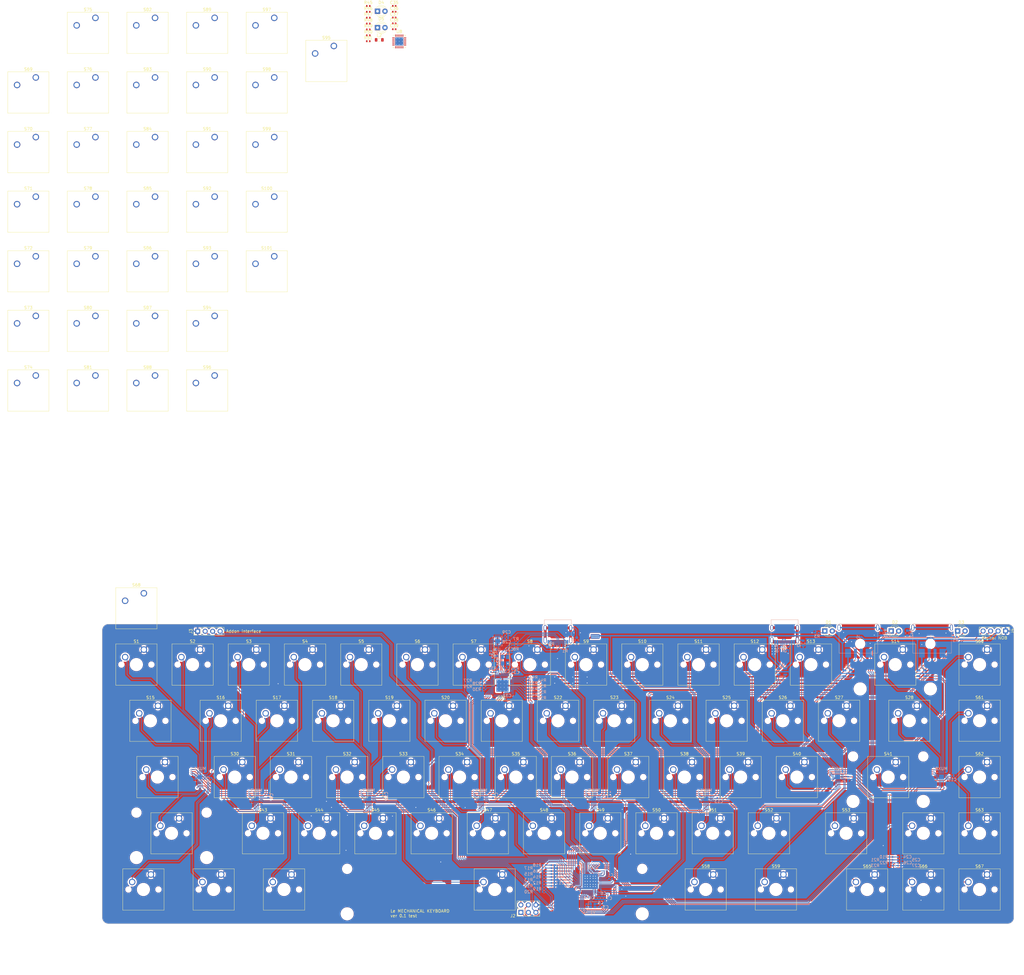
<source format=kicad_pcb>
(kicad_pcb (version 20221018) (generator pcbnew)
  (layers (0 "F.Cu" signal) (31 "B.Cu" signal) (34 "B.Paste" user) (35 "F.Paste" user) (36 "B.SilkS" user "B.Silkscreen") (37 "F.SilkS" user "F.Silkscreen") (38 "B.Mask" user) (39 "F.Mask" user) (44 "Edge.Cuts" user))
  (net 0 "")
  (net 1 "GND")
  (net 2 "VCC")
  (net 3 "SEG0")
  (net 4 "SEG1")
  (net 5 "SEG2")
  (net 6 "SEG3")
  (net 7 "SEG4")
  (net 8 "SEG5")
  (net 9 "SEG6")
  (net 10 "SEG7")
  (net 11 "KEY_63")
  (net 12 "KEY_64")
  (net 13 "KEY_65")
  (net 14 "KEY_66")
  (net 15 "/USB hub/3V3VCC")
  (net 16 "Net-(U2-XTALOUT)")
  (net 17 "Net-(U2-XTALIN{slash}CLKIN)")
  (net 18 "Net-(U2-CRFILT)")
  (net 19 "Net-(U2-PLLFILT)")
  (net 20 "Net-(U4-OUT)")
  (net 21 "Net-(J5-CC1)")
  (net 22 "Net-(J5-D+-PadA6)")
  (net 23 "Net-(J5-D--PadA7)")
  (net 25 "Net-(J5-CC2)")
  (net 27 "Net-(J5-SHIELD)")
  (net 28 "KEY_15")
  (net 29 "KEY_54")
  (net 30 "KEY_53")
  (net 31 "KEY_41")
  (net 32 "/Key multiplezers/KEY_28_CL")
  (net 33 "BOARD_EN")
  (net 34 "ADDR_A2")
  (net 35 "ADDR_A1")
  (net 36 "ADDR_A0")
  (net 37 "KEY_14")
  (net 38 "KEY_00")
  (net 39 "KEY_01")
  (net 40 "KEY_22")
  (net 41 "KEY_36")
  (net 42 "KEY_49")
  (net 43 "KEY_48")
  (net 44 "KEY_35")
  (net 45 "KEY_21")
  (net 46 "KEY_07")
  (net 47 "KEY_08")
  (net 48 "KEY_30")
  (net 49 "KEY_43")
  (net 50 "KEY_55")
  (net 51 "KEY_42")
  (net 52 "KEY_29")
  (net 53 "KEY_02")
  (net 54 "KEY_16")
  (net 55 "KEY_03")
  (net 56 "KEY_24")
  (net 57 "KEY_38")
  (net 58 "KEY_57")
  (net 59 "KEY_50")
  (net 60 "KEY_37")
  (net 61 "KEY_23")
  (net 62 "KEY_09")
  (net 63 "KEY_10")
  (net 64 "KEY_32")
  (net 65 "KEY_45")
  (net 66 "KEY_56")
  (net 67 "KEY_44")
  (net 68 "KEY_31")
  (net 69 "KEY_17")
  (net 70 "KEY_04")
  (net 71 "KEY_18")
  (net 72 "KEY_26")
  (net 73 "KEY_52")
  (net 74 "KEY_58")
  (net 75 "KEY_51")
  (net 76 "KEY_39")
  (net 77 "KEY_25")
  (net 78 "KEY_11")
  (net 79 "KEY_12")
  (net 80 "KEY_20")
  (net 81 "KEY_34")
  (net 82 "KEY_47")
  (net 83 "KEY_46")
  (net 84 "/VNOB_A")
  (net 85 "/VNOB_B")
  (net 87 "Net-(J1-CC1)")
  (net 89 "Net-(J1-CC2)")
  (net 91 "Net-(D1-K)")
  (net 92 "Net-(D2-K)")
  (net 93 "Net-(D3-K)")
  (net 94 "Net-(J1-SHIELD)")
  (net 95 "Net-(J1-D+-PadA6)")
  (net 96 "Net-(J1-D--PadA7)")
  (net 97 "Net-(U1-UCAP)")
  (net 98 "Net-(U1-XTAL1)")
  (net 99 "Net-(U1-XTAL2)")
  (net 100 "Net-(U1-~{HWB}{slash}PE2)")
  (net 101 "/LED_0")
  (net 102 "/LED_1")
  (net 103 "/LED_2")
  (net 104 "/MISO")
  (net 105 "/MOSI")
  (net 106 "KEY_33")
  (net 107 "Net-(U3-SS{slash}TR)")
  (net 108 "KEY_19")
  (net 109 "KEY_05")
  (net 110 "KEY_06")
  (net 111 "Net-(L1-Pad1)")
  (net 112 "Net-(U3-PG)")
  (net 113 "KEY_60")
  (net 114 "KEY_61")
  (net 115 "KEY_62")
  (net 116 "KEY_40")
  (net 117 "KEY_27")
  (net 118 "KEY_13")
  (net 119 "KEY_59")
  (net 120 "/USB hub/USBHUBC1_D-")
  (net 121 "/USB hub/USBHUBC1_D+")
  (net 122 "/USB hub/USBHUBA1_D+")
  (net 123 "Net-(J6-D+)")
  (net 124 "/USB hub/USBHUBA1_D-")
  (net 125 "Net-(J6-D-)")
  (net 126 "/USB hub/USBHUBA2_D+")
  (net 127 "Net-(J7-D+)")
  (net 128 "/USB hub/USBHUBA2_D-")
  (net 129 "Net-(J7-D-)")
  (net 130 "Net-(J6-Shield)")
  (net 131 "Net-(J7-Shield)")
  (net 132 "/Keys/KEY_28_CL")
  (net 137 "/USB hub/USBHUBC1_PWR")
  (net 138 "/USB hub/USBHUBC1_~{OCS}")
  (net 139 "/USB hub/USBHUBA1_PWR")
  (net 144 "/USB hub/USBHUBA1_~{OCS}")
  (net 145 "/USB hub/USBHUBA2_PWR")
  (net 146 "/USB hub/USBHUBA2_~{OCS}")
  (net 147 "/USB hub/NON_REM1")
  (net 148 "/USB hub/CFG_SEL0")
  (net 149 "/USB hub/CFG_SEL1")
  (net 150 "/USB hub/CFG_SEL2")
  (net 153 "/USB hub/NON_REM0")
  (net 154 "/USB hub/SEL48")
  (net 155 "Net-(U2-RBIAS)")
  (net 156 "Net-(J6-VBUS)")
  (net 157 "Net-(J7-VBUS)")
  (net 158 "RESET")
  (net 159 "USBIN_D-")
  (net 160 "USBIN_D+")
  (net 161 "USBMCU_D-")
  (net 162 "USBMCU_D+")
  (net 163 "Net-(U2-USBDM_DN1{slash}PRT_DIS_M1)")
  (net 164 "Net-(U2-USBDP_DN1{slash}PRT_DIS_P1)")
  (net 165 "SCL")
  (net 166 "SDA")
  (net 167 "/Battery management/USBIN_D-")
  (net 168 "/Battery management/USBIN_D+")
  (net 169 "Net-(U8-PMID)")
  (net 170 "Net-(C37-Pad1)")
  (net 171 "Net-(U8-BTST)")
  (net 172 "Net-(Q1-D)")
  (net 173 "/Battery management/REGN")
  (net 174 "Net-(D4-K)")
  (net 175 "Net-(D5-K)")
  (net 176 "Net-(U8-TS)")
  (net 177 "Net-(U8-ICHG)")
  (net 178 "Net-(U8-STAT)")
  (net 179 "Net-(U8-~{PG})")
  (net 180 "Net-(U8-ILIM)")
  (net 181 "/Keys/KEY_67_ESC")
  (net 182 "/Keys/KEY_68_F1")
  (net 183 "/Keys/KEY_69_F2")
  (net 184 "/Keys/KEY_70_F3")
  (net 185 "/Keys/KEY_71_F4")
  (net 186 "/Keys/KEY_72_F5")
  (net 187 "/Keys/KEY_73_F6")
  (net 188 "/Keys/KEY_74_F7")
  (net 189 "/Keys/KEY_75_F8")
  (net 190 "/Keys/KEY_76_F9")
  (net 191 "/Keys/KEY_77_F10")
  (net 192 "/Keys/KEY_78_F11")
  (net 193 "/Keys/KEY_79_F12")
  (net 194 "/Keys/KEY_80")
  (net 195 "/Keys/KEY_81")
  (net 196 "/Keys/KEY_82")
  (net 197 "/Keys/KEY_83")
  (net 198 "/Keys/KEY_84")
  (net 199 "/Keys/KEY_85")
  (net 200 "/Keys/KEY_86")
  (net 201 "/Keys/KEY_87")
  (net 202 "/Keys/KEY_88")
  (net 203 "/Keys/KEY_89")
  (net 204 "/Keys/KEY_90")
  (net 205 "/Keys/KEY_91")
  (net 206 "/Keys/KEY_92")
  (net 207 "/Keys/KEY_93")
  (net 208 "/Keys/KEY_94")
  (net 209 "/Keys/KEY_95")
  (net 210 "/Keys/KEY_96")
  (net 211 "/Keys/KEY_97")
  (net 212 "/Keys/KEY_98")
  (net 213 "/Keys/KEY_99")
  (net 214 "/Keys/KEY_100")
  (net 217 "OTG")
  (net 219 "Net-(BT1-+)")
  (footprint "Capacitor_SMD:C_0402_1005Metric" (layer "F.Cu") (at 125.305 -165.595)
    (fp_text reference "C36")
    (fp_text value "10uF")
  )
  (footprint "Button_Switch_Keyboard:SW_Cherry_MX_1.00u_PCB" (layer "F.Cu") (at 64.46 -163.53)
    (fp_text reference "S89")
    (fp_text value "PG151101S11")
  )
  (footprint "Button_Switch_Keyboard:SW_Cherry_MX_1.00u_PCB" (layer "F.Cu") (at 178.641 107.72)
    (fp_text reference "S48")
    (fp_text value "PG151101S11")
  )
  (footprint "Button_Switch_Keyboard:SW_Cherry_MX_1.00u_PCB" (layer "F.Cu") (at 3.86 -82.73)
    (fp_text reference "S72")
    (fp_text value "PG151101S11")
  )
  (footprint "Button_Switch_Keyboard:SW_Cherry_MX_1.00u_PCB" (layer "F.Cu") (at 135.73 50.55)
    (fp_text reference "S6")
    (fp_text value "PG151101S11")
  )
  (footprint "Button_Switch_Keyboard:SW_Cherry_MX_1.00u_PCB" (layer "F.Cu") (at 164.305 69.6)
    (fp_text reference "S21")
    (fp_text value "PG151101S11")
  )
  (footprint "Button_Switch_Keyboard:SW_Cherry_MX_1.00u_PCB" (layer "F.Cu") (at 24.06 -163.53)
    (fp_text reference "S75")
    (fp_text value "PG151101S11")
  )
  (footprint "Button_Switch_Keyboard:SW_Cherry_MX_1.00u_PCB" (layer "F.Cu") (at 92.8652 88.67)
    (fp_text reference "S31")
    (fp_text value "PG151101S11")
  )
  (footprint "Button_Switch_Keyboard:SW_Cherry_MX_1.00u_PCB" (layer "F.Cu") (at 3.86 -102.93)
    (fp_text reference "S71")
    (fp_text value "PG151101S11")
  )
  (footprint "Button_Switch_Keyboard:SW_Cherry_MX_1.00u_PCB" (layer "F.Cu") (at 235.791 107.72)
    (fp_text reference "S51")
    (fp_text value "PG151101S11")
  )
  (footprint "Button_Switch_Keyboard:SW_Cherry_MX_1.00u_PCB" (layer "F.Cu") (at 64.46 -82.73)
    (fp_text reference "S93")
    (fp_text value "PG151101S11")
  )
  (footprint "Button_Switch_Keyboard:SW_Cherry_MX_1.00u_PCB" (layer "F.Cu") (at 145.255 69.6)
    (fp_text reference "S20")
    (fp_text value "PG151101S11")
  )
  (footprint "Button_Switch_Keyboard:SW_Cherry_MX_1.00u_PCB" (layer "F.Cu") (at 84.66 -102.93)
    (fp_text reference "S100")
    (fp_text value "PG151101S11")
  )
  (footprint "Connector_PinHeader_2.54mm:PinHeader_1x04_P2.54mm_Vertical" (layer "F.Cu") (at 58.7 44.34 90)
    (fp_text reference "J3")
    (fp_text value "Addon interface")
  )
  (footprint "LED_THT:LED_D3.0mm_Clear" (layer "F.Cu") (at 271.225 44.25)
    (fp_text reference "D1")
    (fp_text value "LED")
  )
  (footprint "LED_THT:LED_D3.0mm_Clear" (layer "F.Cu") (at 293.725 44.25)
    (fp_text reference "D2")
    (fp_text value "LED")
  )
  (footprint "Package_DFN_QFN:Texas_S-PWQFN-N24_EP2.7x2.7mm_ThermalVias" (layer "F.Cu") (at 127.015 -155.555)
    (fp_text reference "U8")
    (fp_text value "BQ25606")
  )
  (footprint "Button_Switch_Keyboard:SW_Cherry_MX_1.00u_PCB" (layer "F.Cu") (at 288.115 126.77)
    (fp_text reference "S65")
    (fp_text value "PG151101S11")
  )
  (footprint "Button_Switch_Keyboard:SW_Cherry_MX_1.00u_PCB" (layer "F.Cu") (at 59.53 50.55)
    (fp_text reference "S2")
    (fp_text value "PG151101S11")
  )
  (footprint "Button_Switch_Keyboard:SW_Cherry_MX_1.00u_PCB" (layer "F.Cu") (at 259.555 69.6)
    (fp_text reference "S26")
    (fp_text value "PG151101S11")
  )
  (footprint "Button_Switch_Keyboard:SW_Cherry_MX_1.00u_PCB" (layer "F.Cu") (at 307.165 107.72)
    (fp_text reference "S64" hide)
    (fp_text value "PG151101S11")
  )
  (footprint "Resistor_SMD:R_0402_1005Metric" (layer "F.Cu") (at 116.515 -161.585)
    (fp_text reference "R48")
    (fp_text value "R330")
  )
  (footprint "Button_Switch_Keyboard:SW_Cherry_MX_1.00u_PCB" (layer "F.Cu") (at 24.06 -143.33)
    (fp_text reference "S76")
    (fp_text value "PG151101S11")
  )
  (footprint "Button_Switch_Keyboard:SW_Cherry_MX_1.00u_PCB" (layer "F.Cu") (at 250.03 50.55)
    (fp_text reference "S12")
    (fp_text value "PG151101S11")
  )
  (footprint "Button_Switch_Keyboard:SW_Cherry_MX_1.00u_PCB" (layer "F.Cu") (at 64.46 -123.13)
    (fp_text reference "S91")
    (fp_text value "PG151101S11")
  )
  (footprint "Button_Switch_Keyboard:SW_Cherry_MX_1.00u_PCB" (layer "F.Cu") (at 278.605 69.59)
    (fp_text reference "S27")
    (fp_text value "PG151101S11")
  )
  (footprint "Button_Switch_Keyboard:SW_Cherry_MX_1.00u_PCB" (layer "F.Cu") (at 44.26 -102.93)
    (fp_text reference "S85")
    (fp_text value "PG151101S11")
  )
  (footprint "Button_Switch_Keyboard:SW_Cherry_MX_1.00u_PCB" (layer "F.Cu") (at 3.86 -123.13)
    (fp_text reference "S70")
    (fp_text value "PG151101S11")
  )
  (footprint "Capacitor_SMD:C_0402_1005Metric" (layer "F.Cu") (at 125.305 -161.655)
    (fp_text reference "C38")
    (fp_text value "10uF")
  )
  (footprint "Button_Switch_Keyboard:SW_Cherry_MX_6.25u_PCB" (layer "F.Cu") (at 161.91 126.77)
    (fp_text reference "S57" hide)
    (fp_text value "PG151101S11")
  )
  (footprint "Connector_PinHeader_2.54mm:PinHeader_2x03_P2.54mm_Vertical" (layer "F.Cu") (at 168.235 139.615 90)
    (fp_text reference "J2")
    (fp_text value "Programmer 1 time")
  )
  (footprint "Inductor_SMD:L_0805_2012Metric" (layer "F.Cu") (at 120.245 -156.075)
    (fp_text reference "L2")
    (fp_text value "1uH")
  )
  (footprint "Button_Switch_Keyboard:SW_Cherry_MX_1.00u_PCB" (layer "F.Cu") (at 140.541 107.72)
    (fp_text reference "S46")
    (fp_text value "PG151101S11")
  )
  (footprint "LED_THT:LED_D3.0mm_Clear" (layer "F.Cu") (at 316.225 44.25)
    (fp_text reference "D3")
    (fp_text value "LED")
  )
  (footprint "Button_Switch_Keyboard:SW_Cherry_MX_1.00u_PCB" (layer "F.Cu") (at 107.155 69.6)
    (fp_text reference "S18")
    (fp_text value "PG151101S11")
  )
  (footprint "Button_Switch_Keyboard:SW_Cherry_MX_1.00u_PCB" (layer "F.Cu") (at 24.06 -102.93)
    (fp_text reference "S78")
    (fp_text value "PG151101S11")
  )
  (footprint "Button_Switch_Keyboard:SW_Cherry_MX_1.00u_PCB" (layer "F.Cu") (at 83.391 107.72)
    (fp_text reference "S43")
    (fp_text value "PG151101S11")
  )
  (footprint "Button_Switch_Keyboard:SW_Cherry_MX_1.00u_PCB" (layer "F.Cu") (at 3.86 -42.33)
    (fp_text reference "S74")
    (fp_text value "PG151101S11")
  )
  (footprint "Button_Switch_Keyboard:SW_Cherry_MX_1.25u_PCB" (layer "F.Cu") (at 42.86 126.77)
    (fp_text reference "S54" hide)
    (fp_text value "PG151101S11")
  )
  (footprint "Button_Switch_Keyboard:SW_Cherry_MX_1.00u_PCB" (layer "F.Cu") (at 159.591 107.72)
    (fp_text reference "S47")
    (fp_text value "PG151101S11")
  )
  (footprint "Button_Switch_Keyboard:SW_Cherry_MX_1.25u_PCB" (layer "F.Cu") (at 257.2 126.76)
    (fp_text reference "S59")
    (fp_text value "PG151101S11")
  )
  (footprint "Button_Switch_Keyboard:SW_Cherry_MX_1.00u_PCB" (layer "F.Cu") (at 326.215 107.72)
    (fp_text reference "S63")
    (fp_text value "PG151101S11")
  )
  (footprint "Button_Switch_Keyboard:SW_Cherry_MX_1.00u_PCB" (layer "F.Cu") (at 326.215 88.67)
    (fp_text reference "S62")
    (fp_text value "PG151101S11")
  )
  (footprint "Button_Switch_Keyboard:SW_Cherry_MX_1.00u_PCB" (layer "F.Cu") (at 192.87 50.55)
    (fp_text reference "S9")
    (fp_text value "PG151101S11")
  )
  (footprint "Connector_PinHeader_2.54mm:PinHeader_1x04_P2.54mm_Vertical" (layer "F.Cu") (at 332.5 44.25 -90)
    (fp_text reference "J4")
    (fp_text value "Digital NOB")
  )
  (footprint "Button_Switch_Keyboard:SW_Cherry_MX_1.00u_PCB" (layer "F.Cu") (at 84.66 -163.53)
    (fp_text reference "S97")
    (fp_text value "PG151101S11")
  )
  (footprint "Button_Switch_Keyboard:SW_Cherry_MX_1.00u_PCB" (layer "F.Cu") (at 44.26 -143.33)
    (fp_text reference "S83")
    (fp_text value "PG151101S11")
  )
  (footprint "Button_Switch_Keyboard:SW_Cherry_MX_1.00u_PCB" (layer "F.Cu") (at 264.3152 88.67)
    (fp_text reference "S40")
    (fp_text value "PG151101S11")
  )
  (footprint "Button_Switch_Keyboard:SW_Cherry_MX_1.00u_PCB" (layer "F.Cu") (at 24.06 -123.13)
    (fp_text reference "S77")
    (fp_text value "PG151101S11")
  )
  (footprint "Button_Switch_Keyboard:SW_Cherry_MX_2.00u_PCB" (layer "F.Cu") (at 297.655 50.55)
    (fp_text reference "S14")
    (fp_text value "PG151101S11")
  )
  (footprint "Button_Switch_Keyboard:SW_Cherry_MX_1.00u_PCB" (layer "F.Cu") (at 150.0152 88.67)
    (fp_text reference "S34")
    (fp_text value "PG151101S11")
  )
  (footprint "Button_Switch_Keyboard:SW_Cherry_MX_1.00u_PCB" (layer "F.Cu") (at 64.46 -143.33)
    (fp_text reference "S90")
    (fp_text value "PG151101S11")
  )
  (footprint "Button_Switch_Keyboard:SW_Cherry_MX_1.00u_PCB" (layer "F.Cu") (at 126.205 69.6)
    (fp_text reference "S19")
    (fp_text value "PG151101S11")
  )
  (footprint "Button_Switch_Keyboard:SW_Cherry_MX_1.00u_PCB" (layer "F.Cu") (at 64.46 -102.93)
    (fp_text reference "S92")
    (fp_text value "PG151101S11")
  )
  (footprint "Button_Switch_Keyboard:SW_Cherry_MX_1.00u_PCB" (layer "F.Cu") (at 44.26 -62.53)
    (fp_text reference "S87")
    (fp_text value "PG151101S11")
  )
  (footprint "Button_Switch_Keyboard:SW_Cherry_MX_1.00u_PCB" (layer "F.Cu") (at 44.26 -42.33)
    (fp_text reference "S88")
    (fp_text value "PG151101S11")
  )
  (footprint "Button_Switch_Keyboard:SW_Cherry_MX_1.00u_PCB" (layer "F.Cu") (at 240.505 69.6)
    (fp_text reference "S25")
    (fp_text value "PG151101S11")
  )
  (footprint "Button_Switch_Keyboard:SW_Cherry_MX_1.00u_PCB" (layer "F.Cu") (at 73.8152 88.67)
    (fp_text reference "S30")
    (fp_text value "PG151101S11")
  )
  (footprint "Button_Switch_Keyboard:SW_Cherry_MX_1.00u_PCB" (layer "F.Cu") (at 202.405 69.6)
    (fp_text reference "S23")
    (fp_text value "PG151101S11")
  )
  (footprint "Button_Switch_Keyboard:SW_Cherry_MX_1.25u_PCB" (layer "F.Cu") (at 233.41 126.76)
    (fp_text reference "S58")
    (fp_text value "PG151101S11")
  )
  (footprint "Button_Switch_Keyboard:SW_Cherry_MX_1.00u_PCB" (layer "F.Cu") (at 116.68 50.55)
    (fp_text reference "S5")
    (fp_text value "PG151101S11")
  )
  (footprint "Button_Switch_Keyboard:SW_Cherry_MX_2.25u_PCB" (layer "F.Cu") (at 52.39 107.72)
    (fp_text reference "S42" hide)
    (fp_text value "PG151101S11" hide)
  )
  (footprint "Button_Switch_Keyboard:SW_Cherry_MX_1.00u_PCB" (layer "F.Cu") (at 24.06 -62.53)
    (fp_text reference "S80")
    (fp_text value "PG151101S11")
  )
  (footprint "Capacitor_SMD:C_0402_1005Metric" (layer "F.Cu") (at 125.305 -163.625)
    (fp_text reference "C37")
    (fp_text value "47nF")
  )
  (footprint "Resistor_SMD:R_0402_1005Metric" (layer "F.Cu") (at 116.515 -157.605)
    (fp_text reference "R50")
    (fp_text value "R5.23K")
  )
  (footprint "Button_Switch_Keyboard:SW_Cherry_MX_2.00u_Vertical_PCB" (layer "F.Cu") (at 104.86 -154.005)
    (fp_text reference "S95")
    (fp_text value "PG151101S11")
  )
  (footprint "Capacitor_SMD:C_0402_1005Metric" (layer "F.Cu") (at 125.305 -167.565)
    (fp_text reference "C35")
    (fp_text value "1uF")
  )
  (footprint "Button_Switch_Keyboard:SW_Cherry_MX_1.00u_PCB" (layer "F.Cu") (at 207.1652 88.67)
    (fp_text reference "S37")
    (fp_text value "PG151101S11")
  )
  (footprint "Resistor_SMD:R_0402_1005Metric" (layer "F.Cu") (at 116.515 -155.615)
    (fp_text reference "R51")
    (fp_text value "R10K")
  )
  (footprint "Button_Switch_Keyboard:SW_Cherry_MX_1.00u_PCB" (layer "F.Cu") (at 88.105 69.6)
    (fp_text reference "S17")
    (fp_text value "PG151101S11")
  )
  (footprint "Button_Switch_Keyboard:SW_Cherry_MX_1.00u_PCB" (layer "F.Cu") (at 40.47 31.47)
    (fp_text reference "S68")
    (fp_text value "PG151101S11")
  )
  (footprint "Button_Switch_Keyboard:SW_Cherry_MX_1.00u_PCB" (layer "F.Cu") (at 326.23 50.55)
    (fp_text reference "S60")
    (fp_text value "PG151101S11")
  )
  (footprint "Button_Switch_Keyboard:SW_Cherry_MX_1.00u_PCB" (layer "F.Cu") (at 44.26 -82.73)
    (fp_text reference "S86")
    (fp_text value "PG151101S11")
  )
  (footprint "Button_Switch_Keyboard:SW_Cherry_MX_1.00u_PCB" (layer "F.Cu") (at 188.1152 88.67)
    (fp_text reference "S36")
    (fp_text value "PG151101S11")
  )
  (footprint "Button_Switch_Keyboard:SW_Cherry_MX_1.00u_PCB" (layer "F.Cu") (at 197.691 107.72)
    (fp_text reference "S49")
    (fp_text value "PG151101S11")
  )
  (footprint "Button_Switch_Keyboard:SW_Cherry_MX_1.00u_PCB" (layer "F.Cu") (at 78.58 50.55)
    (fp_text reference "S3")
    (fp_text value "PG151101S11")
  )
  (footprint "Button_Switch_Keyboard:SW_Cherry_MX_1.00u_PCB" (layer "F.Cu") (at 230.98 50.55)
    (fp_text reference "S11")
    (fp_text value "PG151101S11")
  )
  (footprint "LED_THT:LED_D3.0mm_Clear" (layer "F.Cu") (at 119.645 -160.225)
    (fp_text reference "D5")
    (fp_text value "LED")
  )
  (footprint "LED_THT:LED_D3.0mm_Clear" (layer "F.Cu") (at 119.645 -165.775)
    (fp_text reference "D4")
    (fp_text value "LED")
  )
  (footprint "Button_Switch_Keyboard:SW_Cherry_MX_1.00u_PCB" (layer "F.Cu") (at 3.86 -143.33)
    (fp_text reference "S69")
    (fp_text value "PG151101S11")
  )
  (footprint "Button_Switch_Keyboard:SW_Cherry_MX_1.00u_PCB" (layer "F.Cu") (at 154.78 50.55)
    (fp_text reference "S7")
    (fp_text value "PG151101S11")
  )
  (footprint "Button_Switch_Keyboard:SW_Cherry_MX_1.00u_PCB" (layer "F.Cu") (at 121.491 107.72)
    (fp_text reference "S45")
    (fp_text value "PG151101S11")
  )
  (footprint "Button_Switch_Keyboard:SW_Cherry_MX_1.00u_PCB" (layer "F.Cu") (at 84.66 -82.73)
    (fp_text reference "S101")
    (fp_text value "PG151101S11")
  )
  (footprint "Button_Switch_Keyboard:SW_Cherry_MX_1.00u_PCB" (layer "F.Cu") (at 102.441 107.72)
    (fp_text reference "S44")
    (fp_text value "PG151101S11")
  )
  (footprint "Button_Switch_Keyboard:SW_Cherry_MX_1.00u_PCB" (layer "F.Cu") (at 226.2152 88.67)
    (fp_text reference "S38")
    (fp_text value "PG151101S11")
  )
  (footprint "Button_Switch_Keyboard:SW_Cherry_MX_1.00u_PCB" (layer "F.Cu") (at 40.48 50.55)
    (fp_text reference "S1")
    (fp_text value "PG151101S11")
  )
  (footprint "Button_Switch_Keyboard:SW_Cherry_MX_1.00u_PCB" (layer "F.Cu") (at 326.215 126.77)
    (fp_text reference "S67")
    (fp_text value "PG151101S11")
  )
  (footprint "Button_Switch_Keyboard:SW_Cherry_MX_1.00u_PCB" (layer "F.Cu") (at 44.26 -163.53)
    (fp_text reference "S82")
    (fp_text value "PG151101S11")
  )
  (footprint "Button_Switch_Keyboard:SW_Cherry_MX_1.00u_PCB" (layer "F.Cu") (at 44.26 -123.13)
    (fp_text reference "S84")
    (fp_text value "PG151101S11")
  )
  (footprint "Button_Switch_Keyboard:SW_Cherry_MX_1.50u_PCB" (layer "F.Cu") (at 45.24 69.61)
    (fp_text reference "S15")
    (fp_text value "PG151101S11")
  )
  (footprint "Button_Switch_Keyboard:SW_Cherry_MX_1.00u_PCB" (layer "F.Cu") (at 245.2652 88.67)
    (fp_text reference "S39")
    (fp_text value "PG151101S11")
  )
  (footprint "Button_Switch_Keyboard:SW_Cherry_MX_1.00u_PCB" (layer "F.Cu") (at 24.06 -82.73)
    (fp_text reference "S79")
    (fp_text value "PG151101S11")
  )
  (footprint "Button_Switch_Keyboard:SW_Cherry_MX_1.00u_PCB" (layer "F.Cu") (at 84.66 -123.13)
    (fp_text reference "S99")
    (fp_text value "PG151101S11")
  )
  (footprint "Button_Switch_Keyboard:SW_Cherry_MX_1.00u_PCB" (layer "F.Cu") (at 216.741 107.72)
    (fp_text reference "S50")
    (fp_text value "PG151101S11")
  )
  (footprint "Button_Switch_Keyboard:SW_Cherry_MX_1.00u_PCB" (layer "F.Cu") (at 64.46 -42.33)
    (fp_text reference "S96")
    (fp_text value "PG151101S11")
  )
  (footprint "Capacitor_SMD:C_0402_1005Metric" (layer "F.Cu") (at 125.305 -159.685)
    (fp_text reference "C39")
    (fp_text value "47nF")
  )
  (footprint "Button_Switch_Keyboard:SW_Cherry_MX_1.00u_PCB" (layer "F.Cu") (at 24.06 -42.33)
    (fp_text reference "S81")
    (fp_text value "PG151101S11")
  )
  (footprint "Button_Switch_Keyboard:SW_Cherry_MX_1.00u_PCB" (layer "F.Cu") (at 130.9652 88.67)
    (fp_text reference "S33")
    (fp_text value "PG151101S11")
  )
  (footprint "Button_Switch_Keyboard:SW_Cherry_MX_1.00u_PCB" (layer "F.Cu") (at 326.225 69.58)
    (fp_text reference "S61")
    (fp_text value "PG151101S11")
  )
  (footprint "Button_Switch_Keyboard:SW_Cherry_MX_1.00u_PCB" (layer "F.Cu") (at 69.055 69.6)
    (fp_text reference "S16")
    (fp_text value "PG151101S11")
  )
  (footprint "Button_Switch_Keyboard:SW_Cherry_MX_1.00u_PCB" (layer "F.Cu") (at 84.66 -143.33)
    (fp_text reference "S98")
    (fp_text value "PG151101S11")
  )
  (footprint "Button_Switch_Keyboard:SW_Cherry_MX_1.00u_PCB" (layer "F.Cu") (at 211.93 50.55)
    (fp_text reference "S10")
    (fp_text value "PG151101S11")
  )
  (footprint "Resistor_SMD:R_0402_1005Metric" (layer "F.Cu") (at 116.515 -159.595)
    (fp_text reference "R49")
    (fp_text value "R240")
  )
  (footprint "Button_Switch_Keyboard:SW_Cherry_MX_1.25u_PCB" (layer "F.Cu") (at 66.67 126.77)
    (fp_text reference "S55" hide)
    (fp_text value "PG151101S11")
  )
  (footprint "Button_Switch_Keyboard:SW_Cherry_MX_1.00u_PCB" (layer "F.Cu") (at 183.355 69.6)
    (fp_text reference "S22")
    (fp_text value "PG151101S11")
  )
  (footprint "Button_Switch_Keyboard:SW_Cherry_MX_1.00u_PCB" (layer "F.Cu") (at 97.63 50.55)
    (fp_text reference "S4")
    (fp_text value "PG151101S11")
  )
  (footprint "Button_Switch_Keyboard:SW_Cherry_MX_1.00u_PCB" (layer "F.Cu") (at 169.0652 88.67)
    (fp_text reference "S35")
    (fp_text value "PG151101S11")
  )
  (footprint "Button_Switch_Keyboard:SW_Cherry_MX_1.00u_PCB" (layer "F.Cu") (at 221.455 69.6)
    (fp_text reference "S24")
    (fp_text value "PG151101S11")
  )
  (footprint "Resistor_SMD:R_0402_1005Metric" (layer "F.Cu") (at 116.515 -167.555)
    (fp_text reference "R45")
    (fp_text value "R30.1K")
  )
  (footprint "Button_Switch_Keyboard:SW_Cherry_MX_1.75u_PCB" (layer "F.Cu") (at 47.625 88.67)
    (fp_text reference "S29" hide)
    (fp_text value "PG151101S11")
  )
  (footprint "Button_Switch_Keyboard:SW_Cherry_MX_1.00u_PCB" (layer "F.Cu") (at 254.841 107.72)
    (fp_text reference "S52")
    (fp_text value "PG151101S11")
  )
  (footprint "Resistor_SMD:R_0402_1005Metric" (layer "F.Cu") (at 116.515 -163.575)
    (fp_text reference "R47")
    (fp_text value "R330")
  )
  (footprint "Button_Switch_Keyboard:SW_Cherry_MX_1.50u_PCB" (layer "F.Cu") (at 302.415 69.59)
    (fp_text reference "S28")
    (fp_text value "PG151101S11")
  )
  (footprint "Button_Switch_Keyboard:SW_Cherry_MX_1.00u_PCB" (layer "F.Cu") (at 307.165 126.77)
    (fp_text reference "S66")
    (fp_text value "PG151101S11")
  )
  (footprint "Button_Switch_Keyboard:SW_Cherry_MX_1.25u_PCB" (layer "F.Cu") (at 90.51 126.77)
    (fp_text reference "S56" hide)
    (fp_text value "PG151101S11")
  )
  (footprint "Button_Switch_Keyboard:SW_Cherry_MX_1.00u_PCB" (layer "F.Cu") (at 3.86 -62.53)
    (fp_text reference "S73")
    (fp_text value "PG151101S11")
  )
  (footprint "Button_Switch_Keyboard:SW_Cherry_MX_1.00u_PCB" (layer "F.Cu") (at 64.46 -62.53)
    (fp_text reference "S94")
    (fp_text value "PG151101S11")
  )
  (footprint "Button_Switch_Keyboard:SW_Cherry_MX_1.00u_PCB" (layer "F.Cu") (at 111.9152 88.67)
    (fp_text reference "S32")
    (fp_text value "PG151101S11")
  )
  (footprint "Button_Switch_Keyboard:SW_Cherry_MX_1.00u_PCB" (layer "F.Cu") (at 269.08 50.55)
    (fp_text reference "S13")
    (fp_text value "PG151101S11")
  )
  (footprint "Resistor_SMD:R_0402_1005Metric" (layer "F.Cu") (at 116.515 -165.565)
    (fp_text reference "R46")
    (fp_text value "R450")
  )
  (footprint "Button_Switch_Keyboard:SW_Cherry_MX_1.75u_PCB" (layer "F.Cu") (at 281.003 107.72)
    (fp_text reference "S53")
    (fp_text value "PG151101S11")
  )
  (footprint "Button_Switch_Keyboard:SW_Cherry_MX_2.25u_PCB" (layer "F.Cu") (at 295.2524 88.6802)
    (fp_text reference "S41")
    (fp_text value "PG151101S11")
  )
  (footprint "Button_Switch_Keyboard:SW_Cherry_MX_1.00u_PCB" (layer "F.Cu") (at 173.83 50.55)
    (fp_text reference "S8")
    (fp_text value "PG151101S11")
  )
  (footprint "Capacitor_SMD:C_0402_1005Metric" (layer "B.Cu") (at 163.4 46.75)
    (fp_text reference "C28")
    (fp_text value "10uF")
  )
  (footprint "Connector_USB:USB_C_Receptacle_G-Switch_GT-USB-7010ASV" (layer "B.Cu") (at 257.6 44.225)
    (fp_text reference "J5")
    (fp_text value "USB_C1_USB2.0")
  )
  (footprint "Package_TO_SOT_SMD:SOT-23-5" (layer "B.Cu") (at 256.7 58.05 180)
    (fp_text reference "U4")
    (fp_text value "TPS2069C")
  )
  (footprint "Capacitor_SMD:C_0402_1005Metric" (layer "B.Cu") (at 194.7 134.75 -90)
    (fp_text reference "C5")
    (fp_text value "100nF")
  )
  (footprint "Resistor_SMD:R_0402_1005Metric" (layer "B.Cu") (at 166.6 49.14 180)
    (fp_text reference "R8")
    (fp_text value "R22")
  )
  (footprint "Resistor_SMD:R_0402_1005Metric" (layer "B.Cu") (at 170.1 65.95)
    (fp_text reference "R40")
    (fp_text value "R22")
  )
  (footprint "Capacitor_SMD:C_0402_1005Metric" (layer "B.Cu") (at 179.1 129.6 180)
    (fp_text reference "C17")
    (fp_text value "220pF")
  )
  (footprint "Resistor_SMD:R_0402_1005Metric" (layer "B.Cu") (at 258.9 50.15 -90)
    (fp_text reference "R35")
    (fp_text value "5.11K")
  )
  (footprint "Capacitor_SMD:C_0402_1005Metric" (layer "B.Cu") (at 314.42 93.45)
    (fp_text reference "C15")
    (fp_text value "100nF")
  )
  (footprint "Connector_USB:USB_C_Receptacle_G-Switch_GT-USB-7010ASV" (layer "B.Cu") (at 180.78 44.26)
    (fp_text reference "J1")
    (fp_text value "USB_C_Receptacle_USB2.0")
  )
  (footprint "Resistor_SMD:R_0402_1005Metric" (layer "B.Cu") (at 170.1 59.95)
    (fp_text reference "R43")
    (fp_text value "R22")
  )
  (footprint "Package_DFN_QFN:QFN-16-1EP_3x3mm_P0.5mm_EP1.7x1.7mm" (layer "B.Cu") (at 231 101.09 180)
    (fp_text reference "MUX6")
    (fp_text value "U74HC4051G-Q16")
  )
  (footprint "Resistor_SMD:R_0402_1005Metric" (layer "B.Cu") (at 170.1 60.95)
    (fp_text reference "R44")
    (fp_text value "R22")
  )
  (footprint "Resistor_SMD:R_0402_1005Metric" (layer "B.Cu") (at 155.7 61.05)
    (fp_text reference "R27")
    (fp_text value "R10K")
  )
  (footprint "Resistor_SMD:R_0402_1005Metric" (layer "B.Cu") (at 176.1 123.6)
    (fp_text reference "R18")
    (fp_text value "R10K")
  )
  (footprint "Capacitor_SMD:C_0402_1005Metric" (layer "B.Cu") (at 166.3 57.15)
    (fp_text reference "C34")
    (fp_text value "1uF")
  )
  (footprint "Capacitor_SMD:C_0402_1005Metric" (layer "B.Cu") (at 82.62 100.22 90)
    (fp_text reference "C9")
    (fp_text value "100nF")
  )
  (footprint "Resistor_SMD:R_0402_1005Metric" (layer "B.Cu") (at 176.1 126.6)
    (fp_text reference "R15")
    (fp_text value "R10K")
  )
  (footprint "NORMAL_USB_A:GT_USBA" (layer "B.Cu") (at 282.6 46.75 180)
    (fp_text reference "J6")
    (fp_text value "USB_A1")
  )
  (footprint "Resistor_SMD:R_0402_1005Metric" (layer "B.Cu") (at 160.6 57.15 -90)
    (fp_text reference "R26")
    (fp_text value "R10K")
  )
  (footprint "Resistor_SMD:R_0603_1608Metric" (layer "B.Cu") (at 187.17 47.305 -90)
    (fp_text reference "R6")
    (fp_text value "R1M")
  )
  (footprint "Resistor_SMD:R_0402_1005Metric" (layer "B.Cu") (at 293.6625 123.75)
    (fp_text reference "R23")
    (fp_text value "R10K")
  )
  (footprint "Resistor_SMD:R_0402_1005Metric" (layer "B.Cu") (at 176.1 132.65)
    (fp_text reference "R20")
    (fp_text value "5.11K")
  )
  (footprint "Resistor_SMD:R_0402_1005Metric" (layer "B.Cu") (at 170.1 66.95)
    (fp_text reference "R39")
    (fp_text value "R22")
  )
  (footprint "NORMAL_USB_A:GT_USBA" (layer "B.Cu") (at 307.6 46.75 180)
    (fp_text reference "J7")
    (fp_text value "USB_A2")
  )
  (footprint "Capacitor_SMD:C_0402_1005Metric" (layer "B.Cu") (at 121.51 100.17 90)
    (fp_text reference "C10")
    (fp_text value "100nF")
  )
  (footprint "Capacitor_SMD:C_0402_1005Metric" (layer "B.Cu") (at 179.1 124.6 180)
    (fp_text reference "C22")
    (fp_text value "220pF")
  )
  (footprint "Package_DFN_QFN:QFN-16-1EP_3x3mm_P0.5mm_EP1.7x1.7mm" (layer "B.Cu") (at 116.7 101.05 180)
    (fp_text reference "MUX3")
    (fp_text value "U74HC4051G-Q16")
  )
  (footprint "Capacitor_SMD:C_0402_1005Metric" (layer "B.Cu") (at 190.43 137.25 -90)
    (fp_text reference "C2")
    (fp_text value "22pF")
  )
  (footprint "Capacitor_SMD:C_0402_1005Metric" (layer "B.Cu") (at 296.5575 123.75 180)
    (fp_text reference "C27")
    (fp_text value "220pF")
  )
  (footprint "Resistor_SMD:R_0402_1005Metric" (layer "B.Cu") (at 187.65 123.7625 90)
    (fp_text reference "R9")
    (fp_text value "R10K")
  )
  (footprint "Resistor_SMD:R_0402_1005Metric" (layer "B.Cu") (at 158.2 51.55 90)
    (fp_text reference "R24")
    (fp_text value "R100K")
  )
  (footprint "Capacitor_SMD:C_0402_1005Metric" (layer "B.Cu") (at 163.4 45.75)
    (fp_text reference "C29")
    (fp_text value "3.3nF")
  )
  (footprint "Package_DFN_QFN:QFN-16-1EP_3x3mm_P0.5mm_EP1.7x1.7mm" (layer "B.Cu") (at 59.5 93.7 180)
    (fp_text reference "MUX1")
    (fp_text value "U74HC4051G-Q16")
  )
  (footprint "Resistor_SMD:R_0402_1005Metric" (layer "B.Cu") (at 166.6 48.15 180)
    (fp_text reference "R7")
    (fp_text value "R22")
  )
  (footprint "Capacitor_SMD:C_0402_1005Metric" (layer "B.Cu") (at 198.6 128.15 180)
    (fp_text reference "C1")
    (fp_text value "1uF")
  )
  (footprint "Resistor_SMD:R_0402_1005Metric" (layer "B.Cu") (at 176.1 128.6)
    (fp_text reference "R13")
    (fp_text value "R10K")
  )
  (footprint "Resistor_SMD:R_0402_1005Metric" (layer "B.Cu") (at 315.5 46.25)
    (fp_text reference "R5")
    (fp_text value "R330")
  )
  (footprint "Resistor_SMD:R_0402_1005Metric" (layer "B.Cu") (at 158.6 58.15 180)
    (fp_text reference "R31")
    (fp_text value "R10K")
  )
  (footprint "Resistor_SMD:R_0402_1005Metric" (layer "B.Cu") (at 178.63 49.87 180)
    (fp_text reference "R2")
    (fp_text value "5.11K")
  )
  (footprint "Capacitor_SMD:C_0402_1005Metric" (layer "B.Cu") (at 63.38 94.53 -90)
    (fp_text reference "C8")
    (fp_text value "100nF")
  )
  (footprint "Crystal_SMD_7F16000E09UCG_4pin:Crystal_SMD_7F16000E09UCG_4pin" (layer "B.Cu") (at 192.6 137.25)
    (fp_text reference "Y1")
    (fp_text value "16mhz")
  )
  (footprint "Resistor_SMD:R_0402_1005Metric" (layer "B.Cu") (at 176.1 124.6)
    (fp_text reference "R17")
    (fp_text value "R10K")
  )
  (footprint "Capacitor_SMD:C_0402_1005Metric" (layer "B.Cu") (at 179.1 130.6 180)
    (fp_text reference "C16")
    (fp_text value "220pF")
  )
  (footprint "Resistor_SMD:R_0402_1005Metric" (layer "B.Cu") (at 176.1 125.6)
    (fp_text reference "R16")
    (fp_text value "R10K")
  )
  (footprint "Crystal:Crystal_SMD_TXC_7M-4Pin_3.2x2.5mm" (layer "B.Cu") (at 162.9 54.15 -90)
    (fp_text reference "Y2")
    (fp_text value "48mhz")
  )
  (footprint "Resistor_SMD:R_0402_1005Metric" (layer "B.Cu") (at 155.7 64.05)
    (fp_text reference "R30")
    (fp_text value "R10K")
  )
  (footprint "Resistor_SMD:R_0402_1005Metric" (layer "B.Cu") (at 293.6625 120.825)
    (fp_text reference "R10")
    (fp_text value "R10K")
  )
  (footprint "Resistor_SMD:R_0402_1005Metric" (layer "B.Cu") (at 170.1 63.95)
    (fp_text reference "R38")
    (fp_text value "R22")
  )
  (footprint "Capacitor_SMD:C_0402_1005Metric" (layer "B.Cu") (at 279.1 94.11 -90)
    (fp_text reference "C14")
    (fp_text value "100nF")
  )
  (footprint "Capacitor_SMD:C_0402_1005Metric" (layer "B.Cu") (at 179.1 123.6 180)
    (fp_text reference "C23")
    (fp_text value "220pF")
  )
  (footprint "Capacitor_SMD:C_0402_1005Metric" (layer "B.Cu") (at 235.3 100.85)
    (fp_text reference "C13")
    (fp_text value "100nF")
  )
  (footprint "Resistor_SMD:R_0402_1005Metric" (layer "B.Cu") (at 176.1 129.6)
    (fp_text reference "R12")
    (fp_text value "R10K")
  )
  (footprint "Capacitor_SMD:C_0402_1005Metric" (layer "B.Cu") (at 179.1 125.6 180)
    (fp_text reference "C21")
    (fp_text value "220pF")
  )
  (footprint "Capacitor_SMD:C_0402_1005Metric" (layer "B.Cu") (at 296.5575 122.775 180)
    (fp_text reference "C26")
    (fp_text value "220pF")
  )
  (footprint "Inductor_SMD:L_0805_2012Metric" (layer "B.Cu") (at 159.6 51.65 -90)
    (fp_text reference "L1")
    (fp_text value "2.2uH")
  )
  (footprint "Package_TO_SOT_SMD:SOT-23-5" (layer "B.Cu") (at 279 58.6 180)
    (fp_text reference "U5")
    (fp_text value "TPS2069C")
  )
  (footprint "Capacitor_SMD:C_0402_1005Metric" (layer "B.Cu") (at 159.5 53.95 180)
    (fp_text reference "C30")
    (fp_text value "22uF")
  )
  (footprint "Capacitor_SMD:C_0402_1005Metric" (layer "B.Cu") (at 296.5575 121.8 180)
    (fp_text reference "C25")
    (fp_text value "220pF")
  )
  (footprint "Package_DFN_QFN:QFN-16-1EP_3x3mm_P0.5mm_EP1.7x1.7mm" (layer "B.Cu") (at 275.55 93.72 180)
    (fp_text reference "MUX7")
    (fp_text value "U74HC4051G-Q16")
  )
  (footprint "Resistor_SMD:R_0402_1005Metric" (layer "B.Cu") (at 268.6 44.85)
    (fp_text reference "R3")
    (fp_text value "R330")
  )
  (footprint "Resistor_SMD:R_0402_1005Metric" (layer "B.Cu") (at 293.6625 121.8)
    (fp_text reference "R21")
    (fp_text value "R10K")
  )
  (footprint "Package_DFN_QFN:VQFN-48-1EP_7x7mm_P0.5mm_EP4.1x4.1mm_ThermalVias" (layer "B.Cu") (at 162 62.75 180)
    (fp_text reference "U2" hide)
    (fp_text value "USB2514-HZH (C184347)")
  )
  (footprint "Capacitor_SMD:C_0402_1005Metric" (layer "B.Cu") (at 197.57 99.2)
    (fp_text reference "C12")
    (fp_text value "100nF")
  )
  (footprint "Resistor_SMD:R_0402_1005Metric" (layer "B.Cu") (at 170.1 64.95)
    (fp_text reference "R37")
    (fp_text value "R22")
  )
  (footprint "Resistor_SMD:R_0402_1005Metric" (layer "B.Cu") (at 176.1 130.6)
    (fp_text reference "R11")
    (fp_text value "R10K")
  )
  (footprint "Capacitor_SMD:C_0402_1005Metric" (layer "B.Cu") (at 163.3 67.35)
    (fp_text reference "C33")
    (fp_text value "1uF")
  )
  (footprint "Capacitor_SMD:C_0402_1005Metric" (layer "B.Cu") (at 179.1 126.6 180)
    (fp_text reference "C20")
    (fp_text value "220pF")
  )
  (footprint "Capacitor_SMD:C_0402_1005Metric" (layer "B.Cu") (at 163 56.75)
    (fp_text reference "C31")
    (fp_text value "22pF")
  )
  (footprint "Package_DFN_QFN:QFN-16-1EP_3x3mm_P0.5mm_EP1.7x1.7mm" (layer "B.Cu") (at 154.825 101.075 180)
    (fp_text reference "MUX4")
    (fp_text value "U74HC4051G-Q16")
  )
  (footprint "Capacitor_SMD:C_0402_1005Metric" (layer "B.Cu") (at 164.3 51.55)
    (fp_text reference "C32")
    (fp_text value "22pF")
  )
  (footprint "Resistor_SMD:R_0402_1005Metric" (layer "B.Cu") (at 170.1 61.95)
    (fp_text reference "R33")
    (fp_text value "R22")
  )
  (footprint "Resistor_SMD:R_0402_1005Metric" (layer "B.Cu") (at 176.1 131.65)
    (fp_text reference "R19")
    (fp_text value "5.11K")
  )
  (footprint "Resistor_SMD:R_0402_1005Metric" (layer "B.Cu") (at 166.3 58.15 180)
    (fp_text reference "R25")
    (fp_text value "R12K")
  )
  (footprint "Package_DFN_QFN:QFN-16-1EP_3x3mm_P0.5mm_EP1.7x1.7mm" (layer "B.Cu") (at 78.6 101.1 180)
    (fp_text reference "MUX2")
    (fp_text value "U74HC4051G-Q16")
  )
  (footprint "Capacitor_SMD:C_0402_1005Metric" (layer "B.Cu") (at 296.5575 120.825 180)
    (fp_text reference "C24")
    (fp_text value "220pF")
  )
  (footprint "Resistor_SMD:R_0402_1005Metric" (layer "B.Cu") (at 176.1 127.6)
    (fp_text reference "R14")
    (fp_text value "R10K")
  )
  (footprint "Resistor_SMD:R_0402_1005Metric" (layer "B.Cu") (at 155.7 63.05)
    (fp_text reference "R29")
    (fp_text value "R10K")
  )
  (footprint "Capacitor_SMD:C_0402_1005Metric" (layer "B.Cu") (at 196.7 134.75 -90)
    (fp_text reference "C7")
    (fp_text value "100nF")
  )
  (footprint "Package_DFN_QFN:QFN-16-1EP_3x3mm_P0.5mm_EP1.7x1.7mm" (layer "B.Cu") (at 192.92 101.0525 180)
    (fp_text reference "MUX5")
    (fp_text value "U74HC4051G-Q16")
  )
  (footprint "Resistor_SMD:R_0402_1005Metric" (layer "B.Cu") (at 292 45.36 90)
    (fp_text reference "R4")
    (fp_text value "R330")
  )
  (footprint "Resistor_SMD:R_0402_1005Metric" (layer "B.Cu") (at 256.1 50.16 -90)
    (fp_text reference "R36")
    (fp_text value "5.11K")
  )
  (footprint "Resistor_SMD:R_0402_1005Metric" (layer "B.Cu") (at 293.6625 122.775)
    (fp_text reference "R22")
    (fp_text value "R10K")
  )
  (footprint "Package_TO_SOT_SMD:SOT-23-5" (layer "B.Cu") (at 304.1 58.6 180)
    (fp_text reference "U6")
    (fp_text value "TPS2069C")
  )
  (footprint "Resistor_SMD:R_0402_1005Metric" (layer "B.Cu") (at 155.7 62.05)
    (fp_text reference "R28")
    (fp_text value "R10K")
  )
  (footprint "Resistor_SMD:R_0603_1608Metric" (layer "B.Cu") (at 263.9 48.35 -90)
    (fp_text reference "R32")
    (fp_text value "R1M")
  )
  (footprint "Capacitor_SMD:C_0402_1005Metric" (layer "B.Cu") (at 158.81 100.4 90)
    (fp_text reference "C11")
    (fp_text value "100nF")
  )
  (footprint "Capacitor_SMD:C_0402_1005Metric" (layer "B.Cu") (at 179.1 128.6 180)
    (fp_text reference "C18")
    (fp_text value "220pF")
  )
  (footprint "Capacitor_SMD:C_0402_1005Metric" (layer "B.Cu") (at 195.7 134.75 -90)
    (fp_text reference "C6")
    (fp_text value "100nF")
  )
  (footprint "Resistor_SMD:R_0603_1608Metric" (layer "B.Cu") (at 299.2 44.95 90)
    (fp_text reference "R42")
    (fp_text value "R1M")
  )
  (footprint "Package_DFN_QFN:QFN-16-1EP_3x3mm_P0.5mm_EP1.7x1.7mm" (layer "B.Cu") (at 310.75 93.72 180)
    (fp_text reference "MUX8")
    (fp_text value "U74HC4051G-Q16")
  )
  (footprint "Capacitor_SMD:C_0402_1005Metric" (layer "B.Cu") (at 179.1 127.6 180)
    (fp_text reference "C19")
    (fp_text value "220pF")
  )
  (footprint "Resistor_SMD:R_0402_1005Metric" (layer "B.Cu") (at 170.1 62.95)
    (fp_text reference "R34")
    (fp_text value "R22")
  )
  (footprint "Package_DFN_QFN:QFN-44-1EP_7x7mm_P0.5mm_EP5.2x5.2mm" (layer "B.Cu") (at 191.75 129.1 180)
    (fp_text reference "U1")
    (fp_text value "ATmega32U4-M")
  )
  (footprint "Package_DFN_QFN:VQFN-16-1EP_3x3mm_P0.5mm_EP1.68x1.68mm_ThermalVias" (layer "B.Cu") (at 160.3375 47.7)
    (fp_text reference "U3")
    (fp_text value "TPS62140")
  )
  (footprint "Capacitor_SMD:C_0402_1005Metric" (layer "B.Cu") (at 193.7 134.75 -90)
    (fp_text reference "C4")
    (fp_text value "10uF")
  )
  (footprint "Capacitor_SMD:C_0402_1005Metric" (layer "B.Cu") (at 195.13 137.75)
    (fp_text reference "C3")
    (fp_text value "22pF")
  )
  (footprint "Resistor_SMD:R_0603_1608Metric" (layer "B.Cu") (at 290.4 44.95 90)
    (fp_text reference "R41")
    (fp_text value "R1M")
  )
  (footprint "Resistor_SMD:R_0402_1005Metric" (layer "B.Cu") (at 183.19 49.84)
    (fp_text reference "R1")
    (fp_text value "5.11K")
  )
  (gr_arc (start 333.23 41.939569) (mid 334.679568 42.54) (end 335.28 43.989569) (stroke (width 0.1)) (layer "Edge.Cuts"))
  (gr_arc (start 26.389569 43.979569) (mid 26.99 42.53) (end 28.439569 41.929569) (stroke (width 0.1)) (layer "Edge.Cuts"))
  (gr_arc (start 28.44 143.41) (mid 26.990431 142.809569) (end 26.39 141.36) (stroke (width 0.1)) (layer "Edge.Cuts"))
  (gr_line (start 28.439569 41.929569) (end 333.23 41.939569) (stroke (width 0.1)) (layer "Edge.Cuts"))
  (gr_line (start 28.44 143.41) (end 333.23 143.410001) (stroke (width 0.1)) (layer "Edge.Cuts"))
  (gr_line (start 26.39 141.36) (end 26.389569 43.979569) (stroke (width 0.1)) (layer "Edge.Cuts"))
  (gr_line (start 335.28 43.989569) (end 335.28 141.360001) (stroke (width 0.1)) (layer "Edge.Cuts"))
  (gr_arc (start 335.28 141.360001) (mid 334.679569 142.80957) (end 333.23 143.410001) (stroke (width 0.1)) (layer "Edge.Cuts"))
  (gr_text "KBB" (at 122.07 129.6) (layer "F.Cu" knockout) (effects (font (size 7 7) (thickness 1.75) bold) (justify left top)))
  (gr_text "Le MECHANICAL KEYBOARD\nver 0.1 test" (at 123.95 141.35) (layer "F.SilkS") (effects (font (size 1 1)) (justify left bottom)))
  (segment (start 42 91.935) (end 41.275 91.21) (width 0.25) (layer "B.Cu") (net 0))
  (segment (start 59.25 95.1625) (end 59.25 98.05) (width 0.25) (layer "B.Cu") (net 0))
  (segment (start 58 99.3) (end 44.5 99.3) (width 0.25) (layer "B.Cu") (net 0))
  (segment (start 44.5 99.3) (end 42 96.8) (width 0.25) (layer "B.Cu") (net 0))
  (segment (start 42 96.8) (end 42 91.935) (width 0.25) (layer "B.Cu") (net 0))
  (segment (start 59.25 98.05) (end 58 99.3) (width 0.25) (layer "B.Cu") (net 0))
  (segment (start 326.23 50.55) (end 326.82 51.14) (width 0.25) (layer "F.Cu") (net 1))
  (segment (start 326.73 70.135) (end 326.215 69.62) (width 0.25) (layer "F.Cu") (net 1))
  (segment (start 257.375 126.77) (end 257.335 126.81) (width 0.25) (layer "F.Cu") (net 1))
  (segment (start 45.235 69.62) (end 45.225 69.63) (width 0.25) (layer "F.Cu") (net 1))
  (segment (start 140.541 107.559) (end 140.6 107.5) (width 0.25) (layer "F.Cu") (net 1))
  (segment (start 192.185 51.25) (end 192.865 50.57) (width 0.25) (layer "F.Cu") (net 1))
  (segment (start 325.66 51.12) (end 326.23 50.55) (width 0.25) (layer "F.Cu") (net 1))
  (segment (start 140.541 107.72) (end 140.541 107.559) (width 0.25) (layer "F.Cu") (net 1))
  (segment (start 326.82 69.015) (end 326.215 69.62) (width 0.25) (layer "F.Cu") (net 1))
  (segment (start 173.815 50.57) (end 174.475 51.23) (width 0.25) (layer "F.Cu") (net 1))
  (segment (start 297.64 50.57) (end 298.19 51.12) (width 0.25) (layer "F.Cu") (net 1))
  (segment (start 173.815 50.57) (end 173.815 50.438274) (width 0.25) (layer "F.Cu") (net 1))
  (segment (start 140.6 107.5) (end 140.82 107.72) (width 0.25) (layer "F.Cu") (net 1))
  (via (at 124.7178 106.9752) (size 0.5) (drill 0.3) (layers "F.Cu" "B.Cu") (net 1))
  (via (at 190 128.0875) (size 0.5) (drill 0.3) (layers "F.Cu" "B.Cu") (net 1))
  (via (at 162.549998 53.05) (size 0.8) (drill 0.4) (layers "F.Cu" "B.Cu") (net 1))
  (via (at 185.8 59.85) (size 0.5) (drill 0.3) (layers "F.Cu" "B.Cu") (net 1))
  (via (at 193.5 127.3375) (size 0.5) (drill 0.3) (layers "F.Cu" "B.Cu") (net 1))
  (via (at 109.4778 106.6958) (size 0.5) (drill 0.3) (layers "F.Cu" "B.Cu") (net 1))
  (via (at 192.91 134.75) (size 0.5) (drill 0.3) (layers "F.Cu" "B.Cu") (net 1))
  (via (at 191.75 130.8625) (size 0.5) (drill 0.3) (layers "F.Cu" "B.Cu") (net 1))
  (via (at 190.7 59.85) (size 0.5) (drill 0.3) (layers "F.Cu" "B.Cu") (net 1))
  (via (at 193.5 125.36) (size 0.5) (drill 0.3) (layers "F.Cu" "B.Cu") (net 1))
  (via (at 203.8 134.1) (size 0.5) (drill 0.3) (layers "F.Cu" "B.Cu") (net 1))
  (via (at 277.6 44.75) (size 0.5) (drill 0.3) (layers "F.Cu" "B.Cu") (net 1))
  (via (at 104.0676 104.0288) (size 0.5) (drill 0.3) (layers "F.Cu" "B.Cu") (net 1))
  (via (at 193.5 130.8625) (size 0.5) (drill 0.3) (layers "F.Cu" "B.Cu") (net 1))
  (via (at 266.9 44.85) (size 0.5) (drill 0.3) (layers "F.Cu" "B.Cu") (net 1))
  (via (at 192.75 129.0875) (size 0.5) (drill 0.3) (layers "F.Cu" "B.Cu") (net 1))
  (via (at 102.3404 101.9714) (size 0.5) (drill 0.3) (layers "F.Cu" "B.Cu") (net 1))
  (via (at 190.775 128.0875) (size 0.5) (drill 0.3) (layers "F.Cu" "B.Cu") (net 1))
  (via (at 179.7 61.95) (size 0.5) (drill 0.3) (layers "F.Cu" "B.Cu") (net 1))
  (via (at 191.75 128.0875) (size 0.5) (drill 0.3) (layers "F.Cu" "B.Cu") (net 1))
  (via (at 177.12 49.7) (size 0.5) (drill 0.3) (layers "F.Cu" "B.Cu") (net 1))
  (via (at 97.2096 106.899) (size 0.5) (drill 0.3) (layers "F.Cu" "B.Cu") (net 1))
  (via (at 142.63 101.54) (size 0.5) (drill 0.3) (layers "F.Cu" "B.Cu") (net 1))
  (via (at 195.7745 136.64) (size 0.5) (drill 0.3) (layers "F.Cu" "B.Cu") (net 1))
  (via (at 191.75 127.3375) (size 0.5) (drill 0.3) (layers "F.Cu" "B.Cu") (net 1))
  (via (at 286.6 48.45) (size 0.5) (drill 0.3) (layers "F.Cu" "B.Cu") (net 1))
  (via (at 304.1 48.85) (size 0.5) (drill 0.3) (layers "F.Cu" "B.Cu") (net 1))
  (via (at 188.4 44.85) (size 0.5) (drill 0.3) (layers "F.Cu" "B.Cu") (net 1))
  (via (at 149.3558 104.0542) (size 0.5) (drill 0.3) (layers "F.Cu" "B.Cu") (net 1))
  (via (at 254.3 49.35) (size 0.5) (drill 0.3) (layers "F.Cu" "B.Cu") (net 1))
  (via (at 312.3 44.95) (size 0.5) (drill 0.3) (layers "F.Cu" "B.Cu") (net 1))
  (via (at 288 45.65) (size 0.5) (drill 0.3) (layers "F.Cu" "B.Cu") (net 1))
  (via (at 202.45 131.75) (size 0.5) (drill 0.3) (layers "F.Cu" "B.Cu") (net 1))
  (via (at 192.725 130.1125) (size 0.5) (drill 0.3) (layers "F.Cu" "B.Cu") (net 1))
  (via (at 132.6426 104.0288) (size 0.5) (drill 0.3) (layers "F.Cu" "B.Cu") (net 1))
  (via (at 191.09 137.73) (size 0.5) (drill 0.3) (layers "F.Cu" "B.Cu") (net 1))
  (via (at 180.65 53.6) (size 0.5) (drill 0.3) (layers "F.Cu" "B.Cu") (net 1))
  (via (at 258.8 51.85) (size 0.5) (drill 0.3) (layers "F.Cu" "B.Cu") (net 1))
  (via (at 191.75 129.1) (size 0.5) (drill 0.3) (layers "F.Cu" "B.Cu") (net 1))
  (via (at 190.7 61.85) (size 0.5) (drill 0.3) (layers "F.Cu" "B.Cu") (net 1))
  (via (at 303.8386 135.4994) (size 0.5) (drill 0.3) (layers "F.Cu" "B.Cu") (net 1))
  (via (at 193.5 128.0875) (size 0.5) (drill 0.3) (layers "F.Cu" "B.Cu") (net 1))
  (via (at 280.369 94.8594) (size 0.5) (drill 0.3) (layers "F.Cu" "B.Cu") (net 1))
  (via (at 190 130.8625) (size 0.5) (drill 0.3) (layers "F.Cu" "B.Cu") (net 1))
  (via (at 192.3 122.3) (size 0.5) (drill 0.3) (layers "F.Cu" "B.Cu") (net 1))
  (via (at 253.4 51.15) (size 0.5) (drill 0.3) (layers "F.Cu" "B.Cu") (net 1))
  (via (at 253.4 49.35) (size 0.5) (drill 0.3) (layers "F.Cu" "B.Cu") (net 1))
  (via (at 205.439 119.853) (size 0.5) (drill 0.3) (layers "F.Cu" "B.Cu") (net 1))
  (via (at 85.9828 62.1188) (size 0.5) (drill 0.3) (layers "F.Cu" "B.Cu") (net 1))
  (via (at 108.98 118.57) (size 0.5) (drill 0.3) (layers "F.Cu" "B.Cu") (net 1))
  (via (at 254.3 50.25) (size 0.5) (drill 0.3) (layers "F.Cu" "B.Cu") (net 1))
  (via (at 192.725 128.0875) (size 0.5) (drill 0.3) (layers "F.Cu" "B.Cu") (net 1))
  (via (at 191.75 130.1125) (size 0.5) (drill 0.3) (layers "F.Cu" "B.Cu") (net 1))
  (via (at 188.6 132.4) (size 0.5) (drill 0.3) (layers "F.Cu" "B.Cu") (net 1))
  (via (at 192.725 130.8625) (size 0.5) (drill 0.3) (layers "F.Cu" "B.Cu") (net 1))
  (via (at 179.7 59.85) (size 0.5) (drill 0.3) (layers "F.Cu" "B.Cu") (net 1))
  (via (at 193.5 130.1125) (size 0.5) (drill 0.3) (layers "F.Cu" "B.Cu") (net 1))
  (via (at 253.4 50.25) (size 0.5) (drill 0.3) (layers "F.Cu" "B.Cu") (net 1))
  (via (at 186.2 44.85) (size 0.5) (drill 0.3) (layers "F.Cu" "B.Cu") (net 1))
  (via (at 280.3 47.85) (size 0.5) (drill 0.3) (layers "F.Cu" "B.Cu") (net 1))
  (via (at 190.775 127.3375) (size 0.5) (drill 0.3) (layers "F.Cu" "B.Cu") (net 1))
  (via (at 141.0754 122.52) (size 0.5) (drill 0.3) (layers "F.Cu" "B.Cu") (net 1))
  (via (at 170.97 49.28) (size 0.5) (drill 0.3) (layers "F.Cu" "B.Cu") (net 1))
  (via (at 253.4 52.05) (size 0.5) (drill 0.3) (layers "F.Cu" "B.Cu") (net 1))
  (via (at 190 130.1125) (size 0.5) (drill 0.3) (layers "F.Cu" "B.Cu") (net 1))
  (via (at 190.75 130.8625) (size 0.5) (drill 0.3) (layers "F.Cu" "B.Cu") (net 1))
  (via (at 254.3 51.15) (size 0.5) (drill 0.3) (layers "F.Cu" "B.Cu") (net 1))
  (via (at 202.5942 104.6892) (size 0.5) (drill 0.3) (layers "F.Cu" "B.Cu") (net 1))
  (via (at 185.8 61.95) (size 0.5) (drill 0.3) (layers "F.Cu" "B.Cu") (net 1))
  (via (at 194.6 136.55) (size 0.5) (drill 0.3) (layers "F.Cu" "B.Cu") (net 1))
  (via (at 190.775 129.0875) (size 0.5) (drill 0.3) (layers "F.Cu" "B.Cu") (net 1))
  (via (at 163.8 55.25) (size 0.8) (drill 0.4) (layers "F.Cu" "B.Cu") (net 1))
  (via (at 291.037 116.9828) (size 0.5) (drill 0.3) (layers "F.Cu" "B.Cu") (net 1))
  (via (at 190.75 130.1125) (size 0.5) (drill 0.3) (layers "F.Cu" "B.Cu") (net 1))
  (via (at 190 129.0875) (size 0.5) (drill 0.3) (layers "F.Cu" "B.Cu") (net 1))
  (via (at 183.5 44.85) (size 0.5) (drill 0.3) (layers "F.Cu" "B.Cu") (net 1))
  (via (at 167.6 58.15) (size 0.5) (drill 0.3) (layers "F.Cu" "B.Cu") (net 1))
  (via (at 303.2 45.15) (size 0.5) (drill 0.3) (layers "F.Cu" "B.Cu") (net 1))
  (via (at 192.725 127.3375) (size 0.5) (drill 0.3) (layers "F.Cu" "B.Cu") (net 1))
  (via (at 254.3 52.05) (size 0.5) (drill 0.3) (layers "F.Cu" "B.Cu") (net 1))
  (via (at 172.89 129.92) (size 0.5) (drill 0.3) (layers "F.Cu" "B.Cu") (net 1))
  (via (at 193.525 129.0875) (size 0.5) (drill 0.3) (layers "F.Cu" "B.Cu") (net 1))
  (via (at 190 127.3375) (size 0.5) (drill 0.3) (layers "F.Cu" "B.Cu") (net 1))
  (segment (start 193.75 125.7625) (end 193.75 127.1) (width 0.25) (layer "B.Cu") (net 1))
  (segment (start 193.25 125.7625) (end 193.25 127.6) (width 0.25) (layer "B.Cu") (net 1))
  (segment (start 191.4575 101.8025) (end 191.49 101.8025) (width 0.25) (layer "B.Cu") (net 1))
  (segment (start 192.75 134.59) (end 192.75 132.4375) (width 0.25) (layer "B.Cu") (net 1))
  (segment (start 183.99 47.97) (end 183.99 49.315) (width 0.25) (layer "B.Cu") (net 1))
  (segment (start 192.75 130.1) (end 191.75 129.1) (width 0.25) (layer "B.Cu") (net 1))
  (segment (start 274.62 93.97) (end 275.3 93.97) (width 0.25) (layer "B.Cu") (net 1))
  (segment (start 187.65 122.486827) (end 187.65 123.2525) (width 0.25) (layer "B.Cu") (net 1))
  (segment (start 195.7 135.23) (end 196.7 135.23) (width 0.25) (layer "B.Cu") (net 1))
  (segment (start 59.25 93.95) (end 59.5 93.7) (width 0.25) (layer "B.Cu") (net 1))
  (segment (start 77.8875 101.1) (end 78.6 101.1) (width 0.25) (layer "B.Cu") (net 1))
  (segment (start 153.47 101.825) (end 153.97 101.325) (width 0.25) (layer "B.Cu") (net 1))
  (segment (start 177.59 47.995) (end 177.59 49.315) (width 0.25) (layer "B.Cu") (net 1))
  (segment (start 192.25 128.6) (end 191.75 129.1) (width 0.25) (layer "B.Cu") (net 1))
  (segment (start 177.58 47.985) (end 177.59 47.995) (width 0.25) (layer "B.Cu") (net 1))
  (segment (start 159.5875 49.1625) (end 160.0875 49.1625) (width 0.25) (layer "B.Cu") (net 1))
  (segment (start 192.75 132.4375) (end 192.75 130.1) (width 0.25) (layer "B.Cu") (net 1))
  (segment (start 58.0375 93.95) (end 59.25 93.95) (width 0.25) (layer "B.Cu") (net 1))
  (segment (start 140.541 107.72) (end 140.541 106.961) (width 0.25) (layer "B.Cu") (net 1))
  (segment (start 193.75 125.7625) (end 193.75 125.61) (width 0.25) (layer "B.Cu") (net 1))
  (segment (start 159.5875 49.1625) (end 159.7475 49.0025) (width 0.25) (layer "B.Cu") (net 1))
  (segment (start 189.75 122.586827) (end 188.888173 121.725) (width 0.25) (layer "B.Cu") (net 1))
  (segment (start 193.3 136.55) (end 194.6 136.55) (width 0.25) (layer "B.Cu") (net 1))
  (segment (start 154.575 101.325) (end 154.825 101.075) (width 0.25) (layer "B.Cu") (net 1))
  (segment (start 197.67 128.6) (end 198.12 128.15) (width 0.25) (layer "B.Cu") (net 1))
  (segment (start 153.97 101.325) (end 154.575 101.325) (width 0.25) (layer "B.Cu") (net 1))
  (segment (start 229.57 101.84) (end 230.07 101.34) (width 0.25) (layer "B.Cu") (net 1))
  (segment (start 254.4 49.25) (end 254.3 49.35) (width 0.5) (layer "B.Cu") (net 1))
  (segment (start 274.12 94.47) (end 274.62 93.97) (width 0.25) (layer "B.Cu") (net 1))
  (segment (start 192.91 134.96) (end 193.18 135.23) (width 0.25) (layer "B.Cu") (net 1))
  (segment (start 192.67 101.3025) (end 192.92 101.0525) (width 0.25) (layer "B.Cu") (net 1))
  (segment (start 309.82 93.97) (end 310.5 93.97) (width 0.25) (layer "B.Cu") (net 1))
  (segment (start 274.0875 93.97) (end 274.62 93.97) (width 0.25) (layer "B.Cu") (net 1))
  (segment (start 58.0375 94.45) (end 58.7875 93.7) (width 0.25) (layer "B.Cu") (net 1))
  (segment (start 77.1375 101.85) (end 77.8875 101.1) (width 0.25) (layer "B.Cu") (net 1))
  (segment (start 153.3625 101.825) (end 153.47 101.825) (width 0.25) (layer "B.Cu") (net 1))
  (segment (start 191.99 101.3025) (end 192.67 101.3025) (width 0.25) (layer "B.Cu") (net 1))
  (segment (start 188.888173 121.725) (end 188.411827 121.725) (width 0.25) (layer "B.Cu") (net 1))
  (segment (start 177.59 49.34) (end 178.12 49.87) (width 0.25) (layer "B.Cu") (net 1))
  (segment (start 189.3 131.55) (end 191.75 129.1) (width 0.25) (layer "B.Cu") (net 1))
  (segment (start 58.7875 93.7) (end 59.5 93.7) (width 0.25) (layer "B.Cu") (net 1))
  (segment (start 191.09 137.73) (end 191.72 137.73) (width 0.25) (layer "B.Cu") (net 1))
  (segment (start 184.175 49.13) (end 183.99 49.315) (width 0.25) (layer "B.Cu") (net 1))
  (segment (start 195.0875 128.6) (end 192.25 128.6) (width 0.25) (layer "B.Cu") (net 1))
  (segment (start 188.6 132.4) (end 188.574 132.426) (width 0.25) (layer "B.Cu") (net 1))
  (segment (start 194.7 135.23) (end 195.7 135.23) (width 0.25) (layer "B.Cu") (net 1))
  (segment (start 186.79 49.13) (end 184.175 49.13) (width 0.25) (layer "B.Cu") (net 1))
  (segment (start 193.75 125.61) (end 193.5 125.36) (width 0.25) (layer "B.Cu") (net 1))
  (segment (start 254.4 47.95) (end 254.4 48.95) (width 0.5) (layer "B.Cu") (net 1))
  (segment (start 193.75 127.1) (end 191.75 129.1) (width 0.25) (layer "B.Cu") (net 1))
  (segment (start 188.4125 132.2125) (end 188.4125 131.6) (width 0.25) (layer "B.Cu") (net 1))
  (segment (start 254.3 49.35) (end 254.3 52.05) (width 0.5) (layer "B.Cu") (net 1))
  (segment (start 115.2375 101.3) (end 116.45 101.3) (width 0.25) (layer "B.Cu") (net 1))
  (segment (start 163.48 55.52) (end 163.75 55.25) (width 0.25) (layer "B.Cu") (net 1))
  (segment (start 309.32 94.47) (end 309.82 93.97) (width 0.25) (layer "B.Cu") (net 1))
  (segment (start 187.17 48.75) (end 186.79 49.13) (width 0.25) (layer "B.Cu") (net 1))
  (segment (start 193.25 127.6) (end 191.75 129.1) (width 0.25) (layer "B.Cu") (net 1))
  (segment (start 115.9875 101.05) (end 116.7 101.05) (width 0.25) (layer "B.Cu") (net 1))
  (segment (start 230.07 101.34) (end 230.75 101.34) (width 0.25) (layer "B.Cu") (net 1))
  (segment (start 193.7 135.23) (end 194.7 135.23) (width 0.25) (layer "B.Cu") (net 1))
  (segment (start 115.2375 101.8) (end 115.9875 101.05) (width 0.25) (layer "B.Cu") (net 1))
  (segment (start 163.48 56.75) (end 163.48 55.52) (width 0.25) (layer "B.Cu") (net 1))
  (segment (start 253.4 49.35) (end 253.4 52.05) (width 0.5) (layer "B.Cu") (net 1))
  (segment (start 191.72 137.73) (end 191.9 137.55) (width 0.25) (layer "B.Cu") (net 1))
  (segment (start 153.3625 101.325) (end 153.97 101.325) (width 0.25) (layer "B.Cu") (net 1))
  (segment (start 188.6 132.4) (end 188.4125 132.2125) (width 0.25) (layer "B.Cu") (net 1))
  (segment (start 193.18 135.23) (end 193.7 135.23) (width 0.25) (layer "B.Cu") (net 1))
  (segment (start 116.45 101.3) (end 116.7 101.05) (width 0.25) (layer "B.Cu") (net 1))
  (segment (start 193.5 125.36) (end 193.48 125.36) (width 0.25) (layer "B.Cu") (net 1))
  (segment (start 192.91 134.75) (end 192.91 134.96) (width 0.25) (layer "B.Cu") (net 1))
  (segment (start 188.4125 131.6) (end 188.4625 131.55) (width 0.25) (layer "B.Cu") (net 1))
  (segment (start 189.75 125.7625) (end 189.75 127.1) (width 0.25) (layer "B.Cu") (net 1))
  (segment (start 188.4625 131.55) (end 189.3 131.55) (width 0.25) (layer "B.Cu") (net 1))
  (segment (start 195.0875 128.6) (end 197.67 128.6) (width 0.25) (layer "B.Cu") (net 1))
  (segment (start 183.7 49.605) (end 183.99 49.315) (width 0.25) (layer "B.Cu") (net 1))
  (segment (start 191.4575 101.3025) (end 191.99 101.3025) (width 0.25) (layer "B.Cu") (net 1))
  (segment (start 191.88 137.73) (end 191.9 137.75) (width 0.25) (layer "B.Cu") (net 1))
  (segment (start 78.35 101.35) (end 78.6 101.1) (width 0.25) (layer "B.Cu") (net 1))
  (segment (start 177.59 49.315) (end 177.59 49.34) (width 0.25) (layer "B.Cu") (net 1))
  (segment (start 189.75 125.7625) (end 189.75 122.586827) (width 0.25) (layer "B.Cu") (net 1))
  (segment (start 192.91 134.75) (end 192.75 134.59) (width 0.25) (layer "B.Cu") (net 1))
  (segment (start 187.17 48.13) (end 187.17 48.75) (width 0.25) (layer "B.Cu") (net 1))
  (segment (start 191.49 101.8025) (end 191.99 101.3025) (width 0.25) (layer "B.Cu") (net 1))
  (segment (start 254.4 48.95) (end 254.4 49.25) (width 0.5) (layer "B.Cu") (net 1))
  (segment (start 229.5375 101.34) (end 230.07 101.34) (width 0.25) (layer "B.Cu") (net 1))
  (segment (start 77.1375 101.35) (end 78.35 101.35) (width 0.25) (layer "B.Cu") (net 1))
  (segment (start 254.4 51.95) (end 254.3 52.05) (width 0.5) (layer "B.Cu") (net 1))
  (segment (start 190.43 137.73) (end 191.88 137.73) (width 0.25) (layer "B.Cu") (net 1))
  (segment (start 189.75 127.1) (end 191.75 129.1) (width 0.25) (layer "B.Cu") (net 1))
  (segment (start 309.2875 93.97) (end 309.82 93.97) (width 0.25) (layer "B.Cu") (net 1))
  (segment (start 188.411827 121.725) (end 187.65 122.486827) (width 0.25) (layer "B.Cu") (net 1))
  (segment (start 193.75 127.0875) (end 193.5 127.3375) (width 0.25) (layer "B.Cu") (net 1))
  (segment (start 254.4 48.95) (end 254.4 51.95) (width 0.5) (layer "B.Cu") (net 1))
  (segment (start 159.7475 49.0025) (end 159.7475 48.29) (width 0.25) (layer "B.Cu") (net 1))
  (segment (start 191.09 137.73) (end 190.43 137.73) (width 0.25) (layer "B.Cu") (net 1))
  (segment (start 195.5125 101) (end 195.4625 100.95) (width 0.25) (layer "F.Cu") (net 2))
  (segment (start 188.65 122.3) (end 189.4 123.05) (width 0.25) (layer "F.Cu") (net 2))
  (segment (start 177.95 122.3) (end 174.65 125.6) (width 0.25) (layer "F.Cu") (net 2))
  (segment (start 83.49 100.95) (end 66.83 100.95) (width 0.25) (layer "F.Cu") (net 2))
  (segment (start 66.83 100.95) (end 66.82 100.94) (width 0.25) (layer "F.Cu") (net 2))
  (segment (start 267.8 101) (end 275.13 93.67) (width 0.25) (layer "F.Cu") (net 2))
  (segment (start 66.49 57.9) (end 66.49 49.59) (width 0.25) (layer "F.Cu") (net 2))
  (segment (start 286.77 99.85) (end 299.17 99.85) (width 0.25) (layer "F.Cu") (net 2))
  (segment (start 168.235 132.015) (end 168.235 137.075) (width 0.25) (layer "F.Cu") (net 2))
  (segment (start 194.1 127.605673) (end 194.605673 127.1) (width 0.25) (layer "F.Cu") (net 2))
  (segment (start 280.59 93.67) (end 286.77 99.85) (width 0.25) (layer "F.Cu") (net 2))
  (segment (start 299.17 99.85) (end 304.13 94.89) (width 0.25) (layer "F.Cu") (net 2))
  (segment (start 194.1 131.075673) (end 193.738173 131.4375) (width 0.25) (layer "F.Cu") (net 2))
  (segment (start 202.15 101) (end 195.5125 101) (width 0.25) (layer "F.Cu") (net 2))
  (segment (start 66.49 49.59) (end 61.24 44.34) (width 0.25) (layer "F.Cu") (net 2))
  (segment (start 233.55 101) (end 202.15 101) (width 0.25) (layer "F.Cu") (net 2))
  (segment (start 187.2125 131.4375) (end 187.1 131.55) (width 0.25) (layer "F.Cu") (net 2))
  (segment (start 189.4 123.05) (end 189.4 131.4375) (width 0.25) (layer "F.Cu") (net 2))
  (segment (start 74.14 65.55) (end 66.49 57.9) (width 0.25) (layer "F.Cu") (net 2))
  (segment (start 157.4125 100.95) (end 195.4625 100.95) (width 0.25) (layer "F.Cu") (net 2))
  (segment (start 193.4 133.45) (end 193.35 133.5) (width 0.25) (layer "F.Cu") (net 2))
  (segment (start 189.15 49.1) (end 192.4 45.85) (width 0.5) (layer "F.Cu") (net 2))
  (segment (start 233.55 101) (end 267.8 101) (width 0.25) (layer "F.Cu") (net 2))
  (segment (start 194.605673 127.1) (end 196.13 127.1) (width 0.25) (layer "F.Cu") (net 2))
  (segment (start 122.47 100.95) (end 83.49 100.95) (width 0.25) (layer "F.Cu") (net 2))
  (segment (start 178.39 49.11) (end 182.15 49.11) (width 0.5) (layer "F.Cu") (net 2))
  (segment (start 311.85 94.89) (end 313.28 93.46) (width 0.25) (layer "F.Cu") (net 2))
  (segment (start 157.4125 100.95) (end 122.47 100.95) (width 0.25) (layer "F.Cu") (net 2))
  (segment (start 198.892466 129.6) (end 194.35 129.6) (width 0.25) (layer "F.Cu") (net 2))
  (segment (start 280.05 93.67) (end 280.59 93.67) (width 0.25) (layer "F.Cu") (net 2))
  (segment (start 202.17 101) (end 202.15 101) (width 0.25) (layer "F.Cu") (net 2))
  (segment (start 188.65 122.3) (end 177.95 122.3) (width 0.25) (layer "F.Cu") (net 2))
  (segment (start 193.4 131.4375) (end 193.4 133.45) (width 0.25) (layer "F.Cu") (net 2))
  (segment (start 194.1 129.85) (end 194.1 127.605673) (width 0.25) (layer "F.Cu") (net 2))
  (segment (start 74.14 65.55) (end 74.14 81.01) (width 0.25) (layer "F.Cu") (net 2))
  (segment (start 203.76 102.59) (end 202.17 101) (width 0.25) (layer "F.Cu") (net 2))
  (segment (start 196.13 127.1) (end 196.5 126.73) (width 0.25) (layer "F.Cu") (net 2))
  (segment (start 193.738173 131.4375) (end 187.2125 131.4375) (width 0.25) (layer "F.Cu") (net 2))
  (segment (start 194.35 129.6) (end 194.1 129.85) (width 0.25) (layer "F.Cu") (net 2))
  (segment (start 182.15 49.11) (end 183.17 49.11) (width 0.5) (layer "F.Cu") (net 2))
  (segment (start 199.146233 129.346233) (end 198.892466 129.6) (width 0.25) (layer "F.Cu") (net 2))
  (segment (start 304.13 94.89) (end 311.85 94.89) (width 0.25) (layer "F.Cu") (net 2))
  (segment (start 74.14 81.01) (end 63.4 91.75) (width 0.25) (layer "F.Cu") (net 2))
  (segment (start 183.19 49.1) (end 189.15 49.1) (width 0.5) (layer "F.Cu") (net 2))
  (segment (start 183.17 49.11) (end 183.19 49.13) (width 0.25) (layer "F.Cu") (net 2))
  (segment (start 194.1 129.85) (end 194.1 131.075673) (width 0.25) (layer "F.Cu") (net 2))
  (segment (start 196.5 126.73) (end 196.5 125.53) (width 0.25) (layer "F.Cu") (net 2))
  (segment (start 174.65 125.6) (end 168.235 132.015) (width 0.25) (layer "F.Cu") (net 2))
  (segment (start 275.13 93.67) (end 280.05 93.67) (width 0.25) (layer "F.Cu") (net 2))
  (via (at 192.9 46.35) (size 0.5) (drill 0.3) (layers "F.Cu" "B.Cu") (net 2))
  (via (at 178.39 49.11) (size 0.5) (drill 0.3) (layers "F.Cu" "B.Cu") (net 2))
  (via (at 66.82 100.94) (size 0.5) (drill 0.3) (layers "F.Cu" "B.Cu") (net 2))
  (via (at 157.4125 100.95) (size 0.5) (drill 0.3) (layers "F.Cu" "B.Cu") (net 2))
  (via (at 183.2 47.95) (size 0.5) (drill 0.3) (layers "F.Cu" "B.Cu") (net 2))
  (via (at 195.4625 100.95) (size 0.5) (drill 0.3) (layers "F.Cu" "B.Cu") (net 2))
  (via (at 280.05 93.67) (size 0.5) (drill 0.3) (layers "F.Cu" "B.Cu") (net 2))
  (via (at 187.1 131.55) (size 0.5) (drill 0.3) (layers "F.Cu" "B.Cu") (net 2))
  (via (at 122.47 100.95) (size 0.5) (drill 0.3) (layers "F.Cu" "B.Cu") (net 2))
  (via (at 193.35 133.5) (size 0.5) (drill 0.3) (layers "F.Cu" "B.Cu") (net 2))
  (via (at 192.9 45.85) (size 0.5) (drill 0.3) (layers "F.Cu" "B.Cu") (net 2))
  (via (at 193.4 46.35) (size 0.5) (drill 0.3) (layers "F.Cu" "B.Cu") (net 2))
  (via (at 193.9 46.35) (size 0.5) (drill 0.3) (layers "F.Cu" "B.Cu") (net 2))
  (via (at 193.9 45.85) (size 0.5) (drill 0.3) (layers "F.Cu" "B.Cu") (net 2))
  (via (at 178.4 48.55) (size 0.5) (drill 0.3) (layers "F.Cu" "B.Cu") (net 2))
  (via (at 193.4 45.85) (size 0.5) (drill 0.3) (layers "F.Cu" "B.Cu") (net 2))
  (via (at 192.4 46.35) (size 0.5) (drill 0.3) (layers "F.Cu" "B.Cu") (net 2))
  (via (at 233.55 101) (size 0.5) (drill 0.3) (layers "F.Cu" "B.Cu") (net 2))
  (via (at 293.15 99.85) (size 0.5) (drill 0.3) (layers "F.Cu" "B.Cu") (net 2))
  (via (at 188.65 122.3) (size 0.5) (drill 0.3) (layers "F.Cu" "B.Cu") (net 2))
  (via (at 199.146233 129.346233) (size 0.5) (drill 0.3) (layers "F.Cu" "B.Cu") (net 2))
  (via (at 194.4 46.35) (size 0.5) (drill 0.3) (layers "F.Cu" "B.Cu") (net 2))
  (via (at 183.2 48.55) (size 0.5) (drill 0.3) (layers "F.Cu" "B.Cu") (net 2))
  (via (at 63.5 91.75) (size 0.5) (drill 0.3) (layers "F.Cu" "B.Cu") (net 2))
  (via (at 203.76 102.59) (size 0.5) (drill 0.3) (layers "F.Cu" "B.Cu") (net 2))
  (via (at 196.5 125.53) (size 0.5) (drill 0.3) (layers "F.Cu" "B.Cu") (net 2))
  (via (at 313.28 93.46) (size 0.5) (drill 0.3) (layers "F.Cu" "B.Cu") (net 2))
  (via (at 194.4 45.85) (size 0.5) (drill 0.3) (layers "F.Cu" "B.Cu") (net 2))
  (via (at 178.4 47.95) (size 0.5) (drill 0.3) (layers "F.Cu" "B.Cu") (net 2))
  (via (at 183.19 49.1) (size 0.5) (drill 0.3) (layers "F.Cu" "B.Cu") (net 2))
  (via (at 83.49 100.95) (size 0.5) (drill 0.3) (layers "F.Cu" "B.Cu") (net 2))
  (via (at 174.65 125.6) (size 0.5) (drill 0.3) (layers "F.Cu" "B.Cu") (net 2))
  (via (at 192.4 45.85) (size 0.5) (drill 0.3) (layers "F.Cu" "B.Cu") (net 2))
  (segment (start 193.7 134.27) (end 194.7 134.27) (width 0.25) (layer "B.Cu") (net 2))
  (segment (start 252.33 45.92) (end 252.4 45.85) (width 0.5) (layer "B.Cu") (net 2))
  (segment (start 162.92 47.43) (end 162.9 47.45) (width 0.25) (layer "B.Cu") (net 2))
  (segment (start 313.92 93.47) (end 313.94 93.45) (width 0.25) (layer "B.Cu") (net 2))
  (segment (start 195.3125 100.8) (end 194.3875 100.8) (width 0.25) (layer "B.Cu") (net 2))
  (segment (start 293.15 99.85) (end 293.1525 99.8525) (width 0.25) (layer "B.Cu") (net 2))
  (segment (start 157.2875 100.825) (end 156.2875 100.825) (width 0.25) (layer "B.Cu") (net 2))
  (segment (start 183.19 49.13) (end 183.19 47.97) (width 0.5) (layer "B.Cu") (net 2))
  (segment (start 195.4625 100.95) (end 195.3125 100.8) (width 0.25) (layer "B.Cu") (net 2))
  (segment (start 199.146233 129.346233) (end 200.525 127.967466) (width 0.25) (layer "B.Cu") (net 2))
  (segment (start 255.5625 57.1) (end 255.5625 56.0125) (width 0.5) (layer "B.Cu") (net 2))
  (segment (start 198.892466 129.6) (end 195.0875 129.6) (width 0.25) (layer "B.Cu") (net 2))
  (segment (start 200.525 120.85) (end 203.76 117.615) (width 0.25) (layer "B.Cu") (net 2))
  (segment (start 313.29 93.47) (end 313.92 93.47) (width 0.25) (layer "B.Cu") (net 2))
  (segment (start 252.33 52.78) (end 252.33 45.92) (width 0.5) (layer "B.Cu") (net 2))
  (segment (start 283.698782 46.25) (end 279.4 46.25) (width 0.5) (layer "B.Cu") (net 2))
  (segment (start 313.28 93.46) (end 313.29 93.47) (width 0.25) (layer "B.Cu") (net 2))
  (segment (start 197.09 87.56) (end 201.7 82.95) (width 0.25) (layer "B.Cu") (net 2))
  (segment (start 63.387609 94.05) (end 63.38 94.05) (width 0.25) (layer "B.Cu") (net 2))
  (segment (start 80.0625 100.85) (end 83.39 100.85) (width 0.25) (layer "B.Cu") (net 2))
  (segment (start 162.92 46.75) (end 162.92 47.43) (width 0.25) (layer "B.Cu") (net 2))
  (segment (start 306.176218 46.605) (end 307.853782 46.605) (width 0.5) (layer "B.Cu") (net 2))
  (segment (start 293.1525 99.8525) (end 293.1525 120.825) (width 0.25) (layer "B.Cu") (net 2))
  (segment (start 189.25 122.9) (end 189.25 125.7625) (width 0.25) (layer "B.Cu") (net 2))
  (segment (start 197.13 99.16) (end 197.09 99.2) (width 0.25) (layer "B.Cu") (net 2))
  (segment (start 247.8 45.85) (end 198.7 45.85) (width 0.5) (layer "B.Cu") (net 2))
  (segment (start 255.5625 56.0125) (end 252.33 52.78) (width 0.5) (layer "B.Cu") (net 2))
  (segment (start 161.8 47.45) (end 161.8 48.45) (width 0.25) (layer "B.Cu") (net 2))
  (segment (start 203.76 117.615) (end 203.76 102.59) (width 0.25) (layer "B.Cu") (net 2))
  (segment (start 279.4 46.25) (end 277.2 48.45) (width 0.5) (layer "B.Cu") (net 2))
  (segment (start 180.705051 44.89) (end 183.18 47.364949) (width 0.25) (layer "B.Cu") (net 2))
  (segment (start 122.32 100.8) (end 122.47 100.95) (width 0.25) (layer "B.Cu") (net 2))
  (segment (start 193.25 133.4) (end 193.25 132.4375) (width 0.25) (layer "B.Cu") (net 2))
  (segment (start 194.7 134.27) (end 195.7 134.27) (width 0.25) (layer "B.Cu") (net 2))
  (segment (start 195.7 134.27) (end 196.7 134.27) (width 0.25) (layer "B.Cu") (net 2))
  (segment (start 187.55 131.1) (end 187.1 131.55) (width 0.25) (layer "B.Cu") (net 2))
  (segment (start 200.525 127.967466) (end 200.525 120.85) (width 0.25) (layer "B.Cu") (net 2))
  (segment (start 193.7 133.85) (end 193.7 134.27) (width 0.25) (layer "B.Cu") (net 2))
  (segment (start 208.3 68.55) (end 198.6 58.85) (width 0.25) (layer "B.Cu") (net 2))
  (segment (start 274.6 45.85) (end 252.886497 45.85) (width 0.5) (layer "B.Cu") (net 2))
  (segment (start 193.35 133.5) (end 193.7 133.85) (width 0.25) (layer "B.Cu") (net 2))
  (segment (start 60.9625 93.45) (end 62.57 93.45) (width 0.25) (layer "B.Cu") (net 2))
  (segment (start 175.59 125.6) (end 174.65 125.6) (width 0.25) (layer "B.Cu") (net 2))
  (segment (start 205.2 82.95) (end 208.3 79.85) (width 0.25) (layer "B.Cu") (net 2))
  (segment (start 302.65 57.3375) (end 302.65 47.3) (width 0.5) (layer "B.Cu") (net 2))
  (segment (start 302.9625 57.65) (end 302.65 57.3375) (width 0.5) (layer "B.Cu") (net 2))
  (segment (start 233.3875 100.8375) (end 232.4625 100.8375) (width 0.25) (layer "B.Cu") (net 2))
  (segment (start 280.01 93.63) (end 280.05 93.67) (width 0.25) (layer "B.Cu") (net 2))
  (segment (start 305.731218 47.05) (end 306.176218 46.605) (width 0.5) (layer "B.Cu") (net 2))
  (segment (start 161.8 47.45) (end 162.9 47.45) (width 0.25) (layer "B.Cu") (net 2))
  (segment (start 198.7 45.85) (end 192.4 45.85) (width 0.5) (layer "B.Cu") (net 2))
  (segment (start 188.65 122.3) (end 189.25 122.9) (width 0.25) (layer "B.Cu") (net 2))
  (segment (start 198.6 58.85) (end 198.6 45.95) (width 0.25) (layer "B.Cu") (net 2))
  (segment (start 277.2 56.9875) (end 277.8625 57.65) (width 0.5) (layer "B.Cu") (net 2))
  (segment (start 284.498782 47.05) (end 283.698782 46.25) (width 0.5) (layer "B.Cu") (net 2))
  (segment (start 162.9 47.45) (end 164.5 47.45) (width 0.25) (layer "B.Cu") (net 2))
  (segment (start 178.39 47.995) (end 178.38 47.985) (width 0.25) (layer "B.Cu") (net 2))
  (segment (start 308.298782 47.05) (end 327.16 47.05) (width 0.5) (layer "B.Cu") (net 2))
  (segment (start 157.4125 100.95) (end 158.74 100.95) (width 0.25) (layer "B.Cu") (net 2))
  (segment (start 66.82 100.94) (end 66.82 97.482391) (width 0.25) (layer "B.Cu") (net 2))
  (segment (start 63.5 92.52) (end 63.5 91.75) (width 0.25) (layer "B.Cu") (net 2))
  (segment (start 313.27 93.47) (end 313.28 93.46) (width 0.25) (layer "B.Cu") (net 2))
  (segment (start 208.3 79.85) (end 208.3 68.55) (width 0.25) (layer "B.Cu") (net 2))
  (segment (start 252.4 45.85) (end 247.8 45.85) (width 0.5) (layer "B.Cu") (net 2))
  (segment (start 175.59 130.6) (end 175.59 132.65) (width 0.25) (layer "B.Cu") (net 2))
  (segment (start 293.1525 120.825) (end 293.1525 123.75) (width 0.25) (layer "B.Cu") (net 2))
  (segment (start 196.5 125.53) (end 196.5 126.73) (width 0.25) (layer "B.Cu") (net 2))
  (segment (start 299.1 47.05) (end 284.498782 47.05) (width 0.5) (layer "B.Cu") (net 2))
  (segment (start 307.853782 46.605) (end 308.298782 47.05) (width 0.5) (layer "B.Cu") (net 2))
  (segment (start 201.7 82.95) (end 205.2 82.95) (width 0.25) (layer "B.Cu") (net 2))
  (segment (start 197.09 99.2) (end 197.09 87.56) (width 0.25) (layer "B.Cu") (net 2))
  (segment (start 327.16 47.05) (end 329.96 44.25) (width 0.5) (layer "B.Cu") (net 2))
  (segment (start 175.59 130.6) (end 175.59 123.6) (width 0.25) (layer "B.Cu") (net 2))
  (segment (start 178.39 49.11) (end 178.39 47.995) (width 0.5) (layer "B.Cu") (net 2))
  (segment (start 118.1625 100.8) (end 122.32 100.8) (width 0.25) (layer "B.Cu") (net 2))
  (segment (start 194.4825 125.53) (end 196.5 125.53) (width 0.25) (layer "B.Cu") (net 2))
  (segment (start 157.4125 100.95) (end 157.2875 100.825) (width 0.25) (layer "B.Cu") (net 2))
  (segment (start 62.57 93.45) (end 63.17 94.05) (width 0.25) (layer "B.Cu") (net 2))
  (segment (start 199.146233 129.346233) (end 198.892466 129.6) (width 0.25) (layer "B.Cu") (net 2))
  (segment (start 233.55 101) (end 233.3875 100.8375) (width 0.25) (layer "B.Cu") (net 2))
  (segment (start 83.39 100.85) (end 83.49 100.95) (width 0.25) (layer "B.Cu") (net 2))
  (segment (start 196.5 126.73) (end 196.13 127.1) (width 0.25) (layer "B.Cu") (net 2))
  (segment (start 195.4625 100.95) (end 196.92 99.4925) (width 0.25) (layer "B.Cu") (net 2))
  (segment (start 279.0852 93.475) (end 277 93.475) (width 0.25) (layer "B.Cu") (net 2))
  (segment (start 198.6 45.95) (end 198.7 45.85) (width 0.25) (layer "B.Cu") (net 2))
  (segment (start 279.1 93.63) (end 280.01 93.63) (width 0.25) (layer "B.Cu") (net 2))
  (segment (start 196.13 127.1) (end 195.0875 127.1) (width 0.25) (layer "B.Cu") (net 2))
  (segment (start 277.2 48.45) (end 277.2 56.9875) (width 0.5) (layer "B.Cu") (net 2))
  (segment (start 164.5 47.45) (end 167.06 44.89) (width 0.25) (layer "B.Cu") (net 2))
  (segment (start 188.4125 131.1) (end 187.55 131.1) (width 0.25) (layer "B.Cu") (net 2))
  (segment (start 277.2 48.45) (end 274.6 45.85) (width 0.5) (layer "B.Cu") (net 2))
  (segment (start 161.0875 49.1625) (end 161.8 48.45) (width 0.25) (layer "B.Cu") (net 2))
  (segment (start 302.65 47.3) (end 302.4 47.05) (width 0.5) (layer "B.Cu") (net 2))
  (segment (start 167.06 44.89) (end 180.705051 44.89) (width 0.25) (layer "B.Cu") (net 2))
  (segment (start 193.35 133.5) (end 193.25 133.4) (width 0.25) (layer "B.Cu") (net 2))
  (segment (start 158.74 100.95) (end 158.81 100.88) (width 0.25) (layer "B.Cu") (net 2))
  (segment (start 62.57 93.45) (end 63.5 92.52) (width 0.25) (layer "B.Cu") (net 2))
  (segment (start 63.17 94.05) (end 63.38 94.05) (width 0.25) (layer "B.Cu") (net 2))
  (segment (start 252.886497 45.85) (end 252.4 45.85) (width 0.5) (layer "B.Cu") (net 2))
  (segment (start 299.1 47.05) (end 305.731218 47.05) (width 0.5) (layer "B.Cu") (net 2))
  (segment (start 194.25 125.7625) (end 194.4825 125.53) (width 0.25) (layer "B.Cu") (net 2))
  (segment (start 234.67 101) (end 234.82 100.85) (width 0.25) (layer "B.Cu") (net 2))
  (segment (start 312.2125 93.47) (end 313.27 93.47) (width 0.25) (layer "B.Cu") (net 2))
  (segment (start 203.76 102.59) (end 203.76 102.73) (width 0.25) (layer "B.Cu") (net 2))
  (segment (start 183.18 47.364949) (end 183.18 47.985) (width 0.25) (layer "B.Cu") (net 2))
  (segment (start 233.55 101) (end 234.67 101) (width 0.25) (layer "B.Cu") (net 2))
  (segment (start 66.82 97.482391) (end 63.387609 94.05) (width 0.25) (layer "B.Cu") (net 2))
  (segment (start 147.001095 107.223887) (end 145.427208 105.65) (width 0.25) (layer "F.Cu") (net 3))
  (segment (start 145.427208 105.65) (end 118.746396 105.65) (width 0.25) (layer "F.Cu") (net 3))
  (segment (start 68.475 105.375) (end 60.5 97.4) (width 0.25) (layer "F.Cu") (net 3))
  (segment (start 115.16 105.79) (end 114.745 105.375) (width 0.25) (layer "F.Cu") (net 3))
  (segment (start 177.6 130.6) (end 184.2 130.6) (width 0.25) (layer "F.Cu") (net 3))
  (segment (start 114.745 105.375) (end 68.475 105.375) (width 0.25) (layer "F.Cu") (net 3))
  (segment (start 118.606396 105.79) (end 115.16 105.79) (width 0.25) (layer "F.Cu") (net 3))
  (segment (start 118.746396 105.65) (end 118.606396 105.79) (width 0.25) (layer "F.Cu") (net 3))
  (segment (start 147.001095 121.15) (end 147.001095 107.223887) (width 0.25) (layer "F.Cu") (net 3))
  (via (at 184.2 130.6) (size 0.5) (drill 0.3) (layers "F.Cu" "B.Cu") (net 3))
  (via (at 60.5 97.4) (size 0.5) (drill 0.3) (layers "F.Cu" "B.Cu") (net 3))
  (via (at 147.001095 121.15) (size 0.5) (drill 0.3) (layers "F.Cu" "B.Cu") (net 3))
  (via (at 177.6 130.6) (size 0.5) (drill 0.3) (layers "F.Cu" "B.Cu") (net 3))
  (segment (start 188.4125 130.6) (end 184.2 130.6) (width 0.25) (layer "B.Cu") (net 3))
  (segment (start 148.36344 122.625448) (end 147.001095 121.263103) (width 0.25) (layer "B.Cu") (net 3))
  (segment (start 60.25 95.1625) (end 60.25 97.15) (width 0.25) (layer "B.Cu") (net 3))
  (segment (start 147.001095 121.263103) (end 147.001095 121.15) (width 0.25) (layer "B.Cu") (net 3))
  (segment (start 60.25 97.15) (end 60.5 97.4) (width 0.25) (layer "B.Cu") (net 3))
  (segment (start 180.73626 122.625448) (end 148.36344 122.625448) (width 0.25) (layer "B.Cu") (net 3))
  (segment (start 184.2 130.6) (end 181.45 127.85) (width 0.25) (layer "B.Cu") (net 3))
  (segment (start 181.45 127.85) (end 181.45 123.339188) (width 0.25) (layer "B.Cu") (net 3))
  (segment (start 176.61 130.6) (end 178.62 130.6) (width 0.25) (layer "B.Cu") (net 3))
  (segment (start 181.45 123.339188) (end 180.73626 122.625448) (width 0.25) (layer "B.Cu") (net 3))
  (segment (start 177.6 129.6) (end 185.1 129.6) (width 0.25) (layer "F.Cu") (net 4))
  (segment (start 79.6 104.8) (end 114.936827 104.8) (width 0.25) (layer "F.Cu") (net 4))
  (segment (start 145.613604 105.2) (end 147.701021 107.287417) (width 0.25) (layer "F.Cu") (net 4))
  (segment (start 118.42 105.34) (end 118.56 105.2) (width 0.25) (layer "F.Cu") (net 4))
  (segment (start 115.476827 105.34) (end 118.42 105.34) (width 0.25) (layer "F.Cu") (net 4))
  (segment (start 118.56 105.2) (end 145.613604 105.2) (width 0.25) (layer "F.Cu") (net 4))
  (segment (start 147.81 121.147748) (end 147.809405 121.148343) (width 0.25) (layer "F.Cu") (net 4))
  (segment (start 114.936827 104.8) (end 115.476827 105.34) (width 0.25) (layer "F.Cu") (net 4))
  (segment (start 147.701021 107.287417) (end 147.701021 121.149856) (width 0.25) (layer "F.Cu") (net 4))
  (via (at 177.6 129.6) (size 0.5) (drill 0.3) (layers "F.Cu" "B.Cu") (net 4))
  (via (at 185.1 129.6) (size 0.5) (drill 0.3) (layers "F.Cu" "B.Cu") (net 4))
  (via (at 147.701021 121.149856) (size 0.5) (drill 0.3) (layers "F.Cu" "B.Cu") (net 4))
  (via (at 79.6 104.8) (size 0.5) (drill 0.3) (layers "F.Cu" "B.Cu") (net 4))
  (segment (start 147.701021 121.262037) (end 148.614432 122.175448) (width 0.25) (layer "B.Cu") (net 4))
  (segment (start 79.35 102.5625) (end 79.35 104.55) (width 0.25) (layer "B.Cu") (net 4))
  (segment (start 180.922656 122.175448) (end 182.21 123.462792) (width 0.25) (layer "B.Cu") (net 4))
  (segment (start 176.61 129.6) (end 178.62 129.6) (width 0.25) (layer "B.Cu") (net 4))
  (segment (start 79.35 104.55) (end 79.6 104.8) (width 0.25) (layer "B.Cu") (net 4))
  (segment (start 185.6 130.1) (end 188.4125 130.1) (width 0.25) (layer "B.Cu") (net 4))
  (segment (start 182.21 126.71) (end 185.6 130.1) (width 0.25) (layer "B.Cu") (net 4))
  (segment (start 182.21 123.462792) (end 182.21 126.71) (width 0.25) (layer "B.Cu") (net 4))
  (segment (start 148.614432 122.175448) (end 180.922656 122.175448) (width 0.25) (layer "B.Cu") (net 4))
  (segment (start 147.701021 121.149856) (end 147.701021 121.262037) (width 0.25) (layer "B.Cu") (net 4))
  (segment (start 148.401095 107.351095) (end 148.401095 121.147748) (width 0.25) (layer "F.Cu") (net 5))
  (segment (start 117.7 104.75) (end 145.8 104.75) (width 0.25) (layer "F.Cu") (net 5))
  (segment (start 148.51 121.149353) (end 148.508905 121.150448) (width 0.25) (layer "F.Cu") (net 5))
  (segment (start 145.8 104.75) (end 148.401095 107.351095) (width 0.25) (layer "F.Cu") (net 5))
  (segment (start 177.6 128.6) (end 185.1 128.6) (width 0.25) (layer "F.Cu") (net 5))
  (via (at 177.6 128.6) (size 0.5) (drill 0.3) (layers "F.Cu" "B.Cu") (net 5))
  (via (at 148.4005 121.148343) (size 0.5) (drill 0.3) (layers "F.Cu" "B.Cu") (net 5))
  (via (at 185.1 128.6) (size 0.5) (drill 0.3) (layers "F.Cu" "B.Cu") (net 5))
  (via (at 117.7 104.75) (size 0.5) (drill 0.3) (layers "F.Cu" "B.Cu") (net 5))
  (segment (start 186.1 129.6) (end 188.4125 129.6) (width 0.25) (layer "B.Cu") (net 5))
  (segment (start 117.45 102.5125) (end 117.45 104.5) (width 0.25) (layer "B.Cu") (net 5))
  (segment (start 183.03 126.53) (end 186.1 129.6) (width 0.25) (layer "B.Cu") (net 5))
  (segment (start 148.4005 121.264121) (end 148.861827 121.725448) (width 0.25) (layer "B.Cu") (net 5))
  (segment (start 176.61 128.6) (end 178.62 128.6) (width 0.25) (layer "B.Cu") (net 5))
  (segment (start 148.4005 121.148343) (end 148.4005 121.264121) (width 0.25) (layer "B.Cu") (net 5))
  (segment (start 183.03 123.646396) (end 183.03 126.53) (width 0.25) (layer "B.Cu") (net 5))
  (segment (start 117.45 104.5) (end 117.7 104.75) (width 0.25) (layer "B.Cu") (net 5))
  (segment (start 148.861827 121.725448) (end 181.109052 121.725448) (width 0.25) (layer "B.Cu") (net 5))
  (segment (start 181.109052 121.725448) (end 183.03 123.646396) (width 0.25) (layer "B.Cu") (net 5))
  (segment (start 155.8375 104.775) (end 154.5825 106.03) (width 0.25) (layer "F.Cu") (net 6))
  (segment (start 150.561095 106.03) (end 149.101095 107.49) (width 0.25) (layer "F.Cu") (net 6))
  (segment (start 177.6 127.6) (end 185.1 127.6) (width 0.25) (layer "F.Cu") (net 6))
  (segment (start 154.5825 106.03) (end 150.561095 106.03) (width 0.25) (layer "F.Cu") (net 6))
  (segment (start 149.101095 107.49) (end 149.101095 121.149353) (width 0.25) (layer "F.Cu") (net 6))
  (via (at 177.6 127.6) (size 0.5) (drill 0.3) (layers "F.Cu" "B.Cu") (net 6))
  (via (at 155.8375 104.775) (size 0.5) (drill 0.3) (layers "F.Cu" "B.Cu") (net 6))
  (via (at 185.1 127.6) (size 0.5) (drill 0.3) (layers "F.Cu" "B.Cu") (net 6))
  (via (at 149.1 121.150448) (size 0.5) (drill 0.3) (layers "F.Cu" "B.Cu") (net 6))
  (segment (start 155.5875 104.525) (end 155.8375 104.775) (width 0.25) (layer "B.Cu") (net 6))
  (segment (start 183.75 123.73) (end 183.75 126.25) (width 0.25) (layer "B.Cu") (net 6))
  (segment (start 155.5875 102.5375) (end 155.5875 104.525) (width 0.25) (layer "B.Cu") (net 6))
  (segment (start 149.225 121.275448) (end 181.295448 121.275448) (width 0.25) (layer "B.Cu") (net 6))
  (segment (start 186.6 129.1) (end 188.4125 129.1) (width 0.25) (layer "B.Cu") (net 6))
  (segment (start 183.75 126.25) (end 186.6 129.1) (width 0.25) (layer "B.Cu") (net 6))
  (segment (start 176.61 127.6) (end 178.62 127.6) (width 0.25) (layer "B.Cu") (net 6))
  (segment (start 181.295448 121.275448) (end 183.75 123.73) (width 0.25) (layer "B.Cu") (net 6))
  (segment (start 149.1 121.150448) (end 149.225 121.275448) (width 0.25) (layer "B.Cu") (net 6))
  (segment (start 185.1 126.6) (end 185.15 126.6) (width 0.25) (layer "F.Cu") (net 7))
  (segment (start 185.7 117.53) (end 184.58 118.65) (width 0.25) (layer "F.Cu") (net 7))
  (segment (start 177.6 126.6) (end 185.1 126.6) (width 0.25) (layer "F.Cu") (net 7))
  (segment (start 203.3 115.18) (end 200.95 117.53) (width 0.25) (layer "F.Cu") (net 7))
  (segment (start 184.58 118.65) (end 184.58 119.270647) (width 0.25) (layer "F.Cu") (net 7))
  (segment (start 199.96 104.75) (end 203.3 108.09) (width 0.25) (layer "F.Cu") (net 7))
  (segment (start 200.95 117.53) (end 185.7 117.53) (width 0.25) (layer "F.Cu") (net 7))
  (segment (start 193.9125 104.75) (end 199.96 104.75) (width 0.25) (layer "F.Cu") (net 7))
  (segment (start 203.3 108.09) (end 203.3 115.18) (width 0.25) (layer "F.Cu") (net 7))
  (segment (start 184.62 119.280647) (end 184.62 119.280647) (width 0.25) (layer "F.Cu") (net 7))
  (via (at 185.1 126.6) (size 0.5) (drill 0.3) (layers "F.Cu" "B.Cu") (net 7))
  (via (at 177.6 126.6) (size 0.5) (drill 0.3) (layers "F.Cu" "B.Cu") (net 7))
  (via (at 193.9125 104.75) (size 0.5) (drill 0.3) (layers "F.Cu" "B.Cu") (net 7))
  (via (at 184.58 119.270647) (size 0.5) (drill 0.3) (layers "F.Cu" "B.Cu") (net 7))
  (segment (start 187.15 128.6) (end 188.4125 128.6) (width 0.25) (layer "B.Cu") (net 7))
  (segment (start 184.5 125.95) (end 187.15 128.6) (width 0.25) (layer "B.Cu") (net 7))
  (segment (start 184.5 119.350647) (end 184.5 125.95) (width 0.25) (layer "B.Cu") (net 7))
  (segment (start 176.61 126.6) (end 178.62 126.6) (width 0.25) (layer "B.Cu") (net 7))
  (segment (start 193.675 102.5125) (end 193.675 104.5125) (width 0.25) (layer "B.Cu") (net 7))
  (segment (start 184.58 119.270647) (end 184.5 119.350647) (width 0.25) (layer "B.Cu") (net 7))
  (segment (start 193.675 104.5125) (end 193.9125 104.75) (width 0.25) (layer "B.Cu") (net 7))
  (segment (start 186.02 117.98) (end 185.279926 118.720074) (width 0.25) (layer "F.Cu") (net 8))
  (segment (start 201.136396 117.98) (end 186.02 117.98) (width 0.25) (layer "F.Cu") (net 8))
  (segment (start 230.813173 104.8) (end 230.238173 105.375) (width 0.25) (layer "F.Cu") (net 8))
  (segment (start 232 104.8) (end 230.813173 104.8) (width 0.25) (layer "F.Cu") (net 8))
  (segment (start 203.76 107.54) (end 203.75 107.55) (width 0.25) (layer "F.Cu") (net 8))
  (segment (start 230.238173 105.375) (end 229.761827 105.375) (width 0.25) (layer "F.Cu") (net 8))
  (segment (start 203.75 107.55) (end 203.75 115.366396) (width 0.25) (layer "F.Cu") (net 8))
  (segment (start 228.536827 104.15) (end 206 104.15) (width 0.25) (layer "F.Cu") (net 8))
  (segment (start 203.75 115.366396) (end 201.136396 117.98) (width 0.25) (layer "F.Cu") (net 8))
  (segment (start 177.6 125.6) (end 185.3 125.6) (width 0.25) (layer "F.Cu") (net 8))
  (segment (start 203.76 106.39) (end 203.76 107.54) (width 0.25) (layer "F.Cu") (net 8))
  (segment (start 229.761827 105.375) (end 228.536827 104.15) (width 0.25) (layer "F.Cu") (net 8))
  (segment (start 185.279926 118.720074) (end 185.279926 119.270503) (width 0.25) (layer "F.Cu") (net 8))
  (segment (start 206 104.15) (end 203.76 106.39) (width 0.25) (layer "F.Cu") (net 8))
  (via (at 177.6 125.6) (size 0.5) (drill 0.3) (layers "F.Cu" "B.Cu") (net 8))
  (via (at 185.279926 119.270503) (size 0.5) (drill 0.3) (layers "F.Cu" "B.Cu") (net 8))
  (via (at 185.3 125.6) (size 0.5) (drill 0.3) (layers "F.Cu" "B.Cu") (net 8))
  (via (at 232 104.8) (size 0.5) (drill 0.3) (layers "F.Cu" "B.Cu") (net 8))
  (segment (start 231.75 104.55) (end 232 104.8) (width 0.25) (layer "B.Cu") (net 8))
  (segment (start 187.5542 128.1) (end 188.4125 128.1) (width 0.25) (layer "B.Cu") (net 8))
  (segment (start 185.279926 119.270503) (end 185.279926 119.1574) (width 0.25) (layer "B.Cu") (net 8))
  (segment (start 176.61 125.6) (end 178.62 125.6) (width 0.25) (layer "B.Cu") (net 8))
  (segment (start 185.279926 119.270503) (end 185.279926 125.825726) (width 0.25) (layer "B.Cu") (net 8))
  (segment (start 231.75 102.55) (end 231.75 104.55) (width 0.25) (layer "B.Cu") (net 8))
  (segment (start 185.279926 125.825726) (end 187.5542 128.1) (width 0.25) (layer "B.Cu") (net 8))
  (segment (start 229.575431 105.825) (end 228.350431 104.6) (width 0.25) (layer "F.Cu") (net 9))
  (segment (start 204.21 106.576396) (end 204.21 115.542792) (width 0.25) (layer "F.Cu") (net 9))
  (segment (start 206.186396 104.6) (end 205.08 105.706396) (width 0.25) (layer "F.Cu") (net 9))
  (segment (start 270.295 103.68) (end 234.11 103.68) (width 0.25) (layer "F.Cu") (net 9))
  (segment (start 185.979403 118.656993) (end 185.979403 119.269983) (width 0.25) (layer "F.Cu") (net 9))
  (segment (start 276.5375 97.4375) (end 270.295 103.68) (width 0.25) (layer "F.Cu") (net 9))
  (segment (start 177.6 124.6) (end 186 124.6) (width 0.25) (layer "F.Cu") (net 9))
  (segment (start 201.322792 118.43) (end 186.206396 118.43) (width 0.25) (layer "F.Cu") (net 9))
  (segment (start 205.08 105.706396) (end 205.08 105.72) (width 0.25) (layer "F.Cu") (net 9))
  (segment (start 205.08 105.706396) (end 204.21 106.576396) (width 0.25) (layer "F.Cu") (net 9))
  (segment (start 228.350431 104.6) (end 206.186396 104.6) (width 0.25) (layer "F.Cu") (net 9))
  (segment (start 186.206396 118.43) (end 185.979403 118.656993) (width 0.25) (layer "F.Cu") (net 9))
  (segment (start 231.965 105.825) (end 229.575431 105.825) (width 0.25) (layer "F.Cu") (net 9))
  (segment (start 234.11 103.68) (end 231.965 105.825) (width 0.25) (layer "F.Cu") (net 9))
  (segment (start 204.21 115.542792) (end 201.322792 118.43) (width 0.25) (layer "F.Cu") (net 9))
  (via (at 177.6 124.6) (size 0.5) (drill 0.3) (layers "F.Cu" "B.Cu") (net 9))
  (via (at 276.5375 97.4375) (size 0.5) (drill 0.3) (layers "F.Cu" "B.Cu") (net 9))
  (via (at 186 124.6) (size 0.5) (drill 0.3) (layers "F.Cu" "B.Cu") (net 9))
  (via (at 185.979403 119.269983) (size 0.5) (drill 0.3) (layers "F.Cu" "B.Cu") (net 9))
  (segment (start 185.979403 125.888807) (end 187.690596 127.6) (width 0.25) (layer "B.Cu") (net 9))
  (segment (start 185.979403 119.269983) (end 185.979403 125.888807) (width 0.25) (layer "B.Cu") (net 9))
  (segment (start 176.61 124.6) (end 178.62 124.6) (width 0.25) (layer "B.Cu") (net 9))
  (segment (start 187.690596 127.6) (end 188.4125 127.6) (width 0.25) (layer "B.Cu") (net 9))
  (segment (start 276.3 97.2) (end 276.5375 97.4375) (width 0.25) (layer "B.Cu") (net 9))
  (segment (start 276.3 95.1875) (end 276.3 97.2) (width 0.25) (layer "B.Cu") (net 9))
  (segment (start 187.07 118.88) (end 186.678905 119.271095) (width 0.25) (layer "F.Cu") (net 10))
  (segment (start 204.66 106.762792) (end 204.66 115.729188) (width 0.25) (layer "F.Cu") (net 10))
  (segment (start 287.173604 101.81) (end 282.863604 97.5) (width 0.25) (layer "F.Cu") (net 10))
  (segment (start 282.863604 97.5) (end 277.48 97.5) (width 0.25) (layer "F.Cu") (net 10))
  (segment (start 206.38 105.05) (end 205.89 105.54) (width 0.25) (layer "F.Cu") (net 10))
  (segment (start 277.48 97.5) (end 270.85 104.13) (width 0.25) (layer "F.Cu") (net 10))
  (segment (start 270.85 104.13) (end 234.296396 104.13) (width 0.25) (layer "F.Cu") (net 10))
  (segment (start 205.89 105.54) (end 205.89 105.546396) (width 0.25) (layer "F.Cu") (net 10))
  (segment (start 205.89 105.546396) (end 204.75 106.686396) (width 0.25) (layer "F.Cu") (net 10))
  (segment (start 204.66 115.729188) (end 201.509188 118.88) (width 0.25) (layer "F.Cu") (net 10))
  (segment (start 204.736396 106.686396) (end 204.66 106.762792) (width 0.25) (layer "F.Cu") (net 10))
  (segment (start 311.7625 97.4375) (end 311.16 98.04) (width 0.25) (layer "F.Cu") (net 10))
  (segment (start 298.926396 101.81) (end 287.173604 101.81) (width 0.25) (layer "F.Cu") (net 10))
  (segment (start 201.509188 118.88) (end 187.07 118.88) (width 0.25) (layer "F.Cu") (net 10))
  (segment (start 234.296396 104.13) (end 232.151396 106.275) (width 0.25) (layer "F.Cu") (net 10))
  (segment (start 232.151396 106.275) (end 229.389035 106.275) (width 0.25) (layer "F.Cu") (net 10))
  (segment (start 302.696396 98.04) (end 298.926396 101.81) (width 0.25) (layer "F.Cu") (net 10))
  (segment (start 229.389035 106.275) (end 228.164035 105.05) (width 0.25) (layer "F.Cu") (net 10))
  (segment (start 204.75 106.686396) (end 204.736396 106.686396) (width 0.25) (layer "F.Cu") (net 10))
  (segment (start 186.7 123.6) (end 177.6 123.6) (width 0.25) (layer "F.Cu") (net 10))
  (segment (start 311.16 98.04) (end 302.696396 98.04) (width 0.25) (layer "F.Cu") (net 10))
  (segment (start 228.164035 105.05) (end 206.38 105.05) (width 0.25) (layer "F.Cu") (net 10))
  (via (at 186.678905 119.271095) (size 0.5) (drill 0.3) (layers "F.Cu" "B.Cu") (net 10))
  (via (at 186.7 123.6) (size 0.5) (drill 0.3) (layers "F.Cu" "B.Cu") (net 10))
  (via (at 177.6 123.6) (size 0.5) (drill 0.3) (layers "F.Cu" "B.Cu") (net 10))
  (via (at 311.7625 97.4375) (size 0.5) (drill 0.3) (layers "F.Cu" "B.Cu") (net 10))
  (segment (start 311.5 97.175) (end 311.7625 97.4375) (width 0.25) (layer "B.Cu") (net 10))
  (segment (start 311.5 95.1875) (end 311.5 97.175) (width 0.25) (layer "B.Cu") (net 10))
  (segment (start 177.6 123.6) (end 178.62 123.6) (width 0.25) (layer "B.Cu") (net 10))
  (segment (start 187.826992 127.1) (end 188.4125 127.1) (width 0.25) (layer "B.Cu") (net 10))
  (segment (start 186.678905 125.951913) (end 187.826992 127.1) (width 0.25) (layer "B.Cu") (net 10))
  (segment (start 176.61 123.6) (end 177.6 123.6) (width 0.25) (layer "B.Cu") (net 10))
  (segment (start 186.678905 119.271095) (end 186.678905 125.951913) (width 0.25) (layer "B.Cu") (net 10))
  (segment (start 295.125 120.825) (end 282.695 120.825) (width 0.25) (layer "F.Cu") (net 11))
  (segment (start 266.99 136.53) (end 220.79 136.53) (width 0.25) (layer "F.Cu") (net 11))
  (segment (start 220.79 136.53) (end 215.03 130.77) (width 0.25) (layer "F.Cu") (net 11))
  (segment (start 205.5875 130.77) (end 198.120018 123.302518) (width 0.25) (layer "F.Cu") (net 11))
  (segment (start 300.815 110.26) (end 293.26 110.26) (width 0.25) (layer "F.Cu") (net 11))
  (segment (start 215.03 130.77) (end 205.5875 130.77) (width 0.25) (layer "F.Cu") (net 11))
  (segment (start 198.120018 123.302518) (end 194.42 123.302518) (width 0.25) (layer "F.Cu") (net 11))
  (segment (start 293.26 110.26) (end 282.585 120.935) (width 0.25) (layer "F.Cu") (net 11))
  (segment (start 282.585 120.935) (end 266.99 136.53) (width 0.25) (layer "F.Cu") (net 11))
  (segment (start 282.695 120.825) (end 282.585 120.935) (width 0.25) (layer "F.Cu") (net 11))
  (via (at 194.42 123.302518) (size 0.5) (drill 0.3) (layers "F.Cu" "B.Cu") (net 11))
  (via (at 295.125 120.825) (size 0.5) (drill 0.3) (layers "F.Cu" "B.Cu") (net 11))
  (segment (start 294.1725 120.825) (end 296.0775 120.825) (width 0.25) (layer "B.Cu") (net 11))
  (segment (start 194.42 123.506992) (end 194.42 123.302518) (width 0.25) (layer "B.Cu") (net 11))
  (segment (start 192.75 125.7625) (end 192.75 125.176992) (width 0.25) (layer "B.Cu") (net 11))
  (segment (start 192.75 125.176992) (end 194.42 123.506992) (width 0.25) (layer "B.Cu") (net 11))
  (segment (start 220.603604 136.98) (end 214.843604 131.22) (width 0.25) (layer "F.Cu") (net 12))
  (segment (start 198.058622 123.877518) (end 194.181827 123.877518) (width 0.25) (layer "F.Cu") (net 12))
  (segment (start 267.176396 136.98) (end 220.603604 136.98) (width 0.25) (layer "F.Cu") (net 12))
  (segment (start 277.456396 126.7) (end 267.176396 136.98) (width 0.25) (layer "F.Cu") (net 12))
  (segment (start 194.181827 123.877518) (end 193.720499 123.41619) (width 0.25) (layer "F.Cu") (net 12))
  (segment (start 214.843604 131.22) (end 205.401104 131.22) (width 0.25) (layer "F.Cu") (net 12))
  (segment (start 281.765 129.31) (end 279.155 126.7) (width 0.25) (layer "F.Cu") (net 12))
  (segment (start 193.720499 123.41619) (end 193.720499 123.301117) (width 0.25) (layer "F.Cu") (net 12))
  (segment (start 295.125 121.8) (end 284.055 121.8) (width 0.25) (layer "F.Cu") (net 12))
  (segment (start 205.401104 131.22) (end 198.058622 123.877518) (width 0.25) (layer "F.Cu") (net 12))
  (segment (start 279.155 126.7) (end 277.456396 126.7) (width 0.25) (layer "F.Cu") (net 12))
  (segment (start 284.055 121.8) (end 279.155 126.7) (width 0.25) (layer "F.Cu") (net 12))
  (via (at 193.720499 123.301117) (size 0.5) (drill 0.3) (layers "F.Cu" "B.Cu") (net 12))
  (via (at 295.125 121.8) (size 0.5) (drill 0.3) (layers "F.Cu" "B.Cu") (net 12))
  (segment (start 193.720499 123.359396) (end 193.720499 123.301117) (width 0.25) (layer "B.Cu") (net 12))
  (segment (start 192.25 125.7625) (end 192.25 124.829895) (width 0.25) (layer "B.Cu") (net 12))
  (segment (start 294.1725 121.8) (end 296.0775 121.8) (width 0.25) (layer "B.Cu") (net 12))
  (segment (start 192.25 124.829895) (end 193.720499 123.359396) (width 0.25) (layer "B.Cu") (net 12))
  (segment (start 296.56 127.92) (end 294.475 130.005) (width 0.25) (layer "F.Cu") (net 13))
  (segment (start 197.872226 124.327518) (end 193.933727 124.327518) (width 0.25) (layer "F.Cu") (net 13))
  (segment (start 294.475 130.005) (end 294.475 134.855) (width 0.25) (layer "F.Cu") (net 13))
  (segment (start 294.475 134.855) (end 291.9 137.43) (width 0.25) (layer "F.Cu") (net 13))
  (segment (start 220.417208 137.43) (end 214.657208 131.67) (width 0.25) (layer "F.Cu") (net 13))
  (segment (start 193.933727 124.327518) (end 192.966099 123.35989) (width 0.25) (layer "F.Cu") (net 13))
  (segment (start 214.657208 131.67) (end 205.214708 131.67) (width 0.25) (layer "F.Cu") (net 13))
  (segment (start 192.966099 123.35989) (end 192.966099 123.300623) (width 0.25) (layer "F.Cu") (net 13))
  (segment (start 299.425 127.92) (end 296.56 127.92) (width 0.25) (layer "F.Cu") (net 13))
  (segment (start 205.214708 131.67) (end 197.872226 124.327518) (width 0.25) (layer "F.Cu") (net 13))
  (segment (start 294.475 123.425) (end 294.475 130.005) (width 0.25) (layer "F.Cu") (net 13))
  (segment (start 295.125 122.775) (end 294.475 123.425) (width 0.25) (layer "F.Cu") (net 13))
  (segment (start 300.815 129.31) (end 299.425 127.92) (width 0.25) (layer "F.Cu") (net 13))
  (segment (start 291.9 137.43) (end 220.417208 137.43) (width 0.25) (layer "F.Cu") (net 13))
  (via (at 192.966099 123.300623) (size 0.5) (drill 0.3) (layers "F.Cu" "B.Cu") (net 13))
  (via (at 295.125 122.775) (size 0.5) (drill 0.3) (layers "F.Cu" "B.Cu") (net 13))
  (segment (start 294.1725 122.775) (end 296.0775 122.775) (width 0.25) (layer "B.Cu") (net 13))
  (segment (start 191.75 124.516722) (end 192.966099 123.300623) (width 0.25) (layer "B.Cu") (net 13))
  (segment (start 191.75 125.7625) (end 191.75 124.516722) (width 0.25) (layer "B.Cu") (net 13))
  (segment (start 295.125 123.75) (end 311.45 123.75) (width 0.25) (layer "F.Cu") (net 14))
  (segment (start 220.230812 137.88) (end 214.470812 132.12) (width 0.25) (layer "F.Cu") (net 14))
  (segment (start 288.97 137.88) (end 223.68 137.88) (width 0.25) (layer "F.Cu") (net 14))
  (segment (start 193.626068 124.777518) (end 192.15105 123.3025) (width 0.25) (layer "F.Cu") (net 14))
  (segment (start 311.45 123.75) (end 314.17 126.47) (width 0.25) (layer "F.Cu") (net 14))
  (segment (start 314.17 134.47) (end 311.29 137.35) (width 0.25) (layer "F.Cu") (net 14))
  (segment (start 314.17 129.36) (end 314.17 134.47) (width 0.25) (layer "F.Cu") (net 14))
  (segment (start 310.76 137.88) (end 288.97 137.88) (width 0.25) (layer "F.Cu") (net 14))
  (segment (start 205.028312 132.12) (end 197.68583 124.777518) (width 0.25) (layer "F.Cu") (net 14))
  (segment (start 197.68583 124.777518) (end 193.626068 124.777518) (width 0.25) (layer "F.Cu") (net 14))
  (segment (start 223.68 137.88) (end 220.230812 137.88) (width 0.25) (layer "F.Cu") (net 14))
  (segment (start 319.855 129.3) (end 314.23 129.3) (width 0.25) (layer "F.Cu") (net 14))
  (segment (start 223.68 137.88) (end 223.56 137.88) (width 0.25) (layer "F.Cu") (net 14))
  (segment (start 214.470812 132.12) (end 205.028312 132.12) (width 0.25) (layer "F.Cu") (net 14))
  (segment (start 314.17 126.47) (end 314.17 129.36) (width 0.25) (layer "F.Cu") (net 14))
  (segment (start 319.865 129.31) (end 319.855 129.3) (width 0.25) (layer "F.Cu") (net 14))
  (segment (start 314.23 129.3) (end 314.17 129.36) (width 0.25) (layer "F.Cu") (net 14))
  (segment (start 311.29 137.35) (end 310.76 137.88) (width 0.25) (layer "F.Cu") (net 14))
  (via (at 295.125 123.75) (size 0.5) (drill 0.3) (layers "F.Cu" "B.Cu") (net 14))
  (via (at 192.15105 123.3025) (size 0.5) (drill 0.3) (layers "F.Cu" "B.Cu") (net 14))
  (segment (start 192.1475 123.3025) (end 192.15105 123.3025) (width 0.25) (layer "B.Cu") (net 14))
  (segment (start 191.25 124.2) (end 192.1475 123.3025) (width 0.25) (layer "B.Cu") (net 14))
  (segment (start 294.1725 123.75) (end 296.0775 123.75) (width 0.25) (layer "B.Cu") (net 14))
  (segment (start 191.25 125.7625) (end 191.25 124.2) (width 0.25) (layer "B.Cu") (net 14))
  (segment (start 164.8245 59.3125) (end 164.7 59.437) (width 0.25) (layer "F.Cu") (net 15))
  (segment (start 164.7 59.95) (end 164.4 60.25) (width 0.25) (layer "F.Cu") (net 15))
  (segment (start 164.7 59.437) (end 164.7 59.95) (width 0.25) (layer "F.Cu") (net 15))
  (via (at 164.4 60.25) (size 0.5) (drill 0.3) (layers "F.Cu" "B.Cu") (net 15))
  (via (at 164.8245 59.3125) (size 0.5) (drill 0.3) (layers "F.Cu" "B.Cu") (net 15))
  (segment (start 159.325 60.776992) (end 159.325 62.723008) (width 0.25) (layer "B.Cu") (net 15))
  (segment (start 160.6 52.75) (end 160.6 49.175) (width 0.25) (layer "B.Cu") (net 15))
  (segment (start 159.173008 60.375) (end 161.3 60.375) (width 0.25) (layer "B.Cu") (net 15))
  (segment (start 159.048008 60.5) (end 159.325 60.776992) (width 0.25) (layer "B.Cu") (net 15))
  (segment (start 164.951992 64.5) (end 164.675 64.223008) (width 0.25) (layer "B.Cu") (net 15))
  (segment (start 161.3 60.375) (end 161.425 60.25) (width 0.25) (layer "B.Cu") (net 15))
  (segment (start 162.826992 65.125) (end 164.326992 65.125) (width 0.25) (layer "B.Cu") (net 15))
  (segment (start 164.326992 65.125) (end 164.951992 64.5) (width 0.25) (layer "B.Cu") (net 15))
  (segment (start 159.048008 60.5) (end 159.75 59.798008) (width 0.25) (layer "B.Cu") (net 15))
  (segment (start 159.955 57.334462) (end 160.549462 56.74) (width 0.25) (layer "B.Cu") (net 15))
  (segment (start 161.425 60.25) (end 164.4 60.25) (width 0.25) (layer "B.Cu") (net 15))
  (segment (start 162.25 66.1875) (end 162.25 65.701992) (width 0.25) (layer "B.Cu") (net 15))
  (segment (start 159.11 58.15) (end 159.60467 58.15) (width 0.25) (layer "B.Cu") (net 15))
  (segment (start 160.6 56.75) (end 160.6 53.95) (width 0.25) (layer "B.Cu") (net 15))
  (segment (start 164.8245 59.3125) (end 164.75 59.3125) (width 0.25) (layer "B.Cu") (net 15))
  (segment (start 159.6 52.7125) (end 160.5625 52.7125) (width 0.25) (layer "B.Cu") (net 15))
  (segment (start 161.25 60.325) (end 161.3 60.375) (width 0.25) (layer "B.Cu") (net 15))
  (segment (start 164.951992 62) (end 165.4375 62) (width 0.25) (layer "B.Cu") (net 15))
  (segment (start 159.6255 58.688673) (end 159.6255 58.12917) (width 0.25) (layer "B.Cu") (net 15))
  (segment (start 164.4 60.25) (end 164.675 60.525) (width 0.25) (layer "B.Cu") (net 15))
  (segment (start 159.325 62.723008) (end 159.048008 63) (width 0.25) (layer "B.Cu") (net 15))
  (segment (start 159.048008 60.5) (end 159.173008 60.375) (width 0.25) (layer "B.Cu") (net 15))
  (segment (start 164.675 60.525) (end 164.675 62.276992) (width 0.25) (layer "B.Cu") (net 15))
  (segment (start 159.60467 58.15) (end 159.6255 58.12917) (width 0.25) (layer "B.Cu") (net 15))
  (segment (start 158.9475 52.06) (end 159.6 52.7125) (width 0.25) (layer "B.Cu") (net 15))
  (segment (start 159.75 59.3125) (end 159.75 58.813173) (width 0.25) (layer "B.Cu") (net 15))
  (segment (start 159.75 58.813173) (end 159.6255 58.688673) (width 0.25) (layer "B.Cu") (net 15))
  (segment (start 159.75 59.798008) (end 159.75 59.3125) (width 0.25) (layer "B.Cu") (net 15))
  (segment (start 160.6 49.175) (end 160.5875 49.1625) (width 0.25) (layer "B.Cu") (net 15))
  (segment (start 159.98 53.95) (end 160.6 53.95) (width 0.25) (layer "B.Cu") (net 15))
  (segment (start 159.048008 63) (end 158.5625 63) (width 0.25) (layer "B.Cu") (net 15))
  (segment (start 159.955 57.79967) (end 159.955 57.334462) (width 0.25) (layer "B.Cu") (net 15))
  (segment (start 161.25 59.3125) (end 161.25 60.325) (width 0.25) (layer "B.Cu") (net 15))
  (segment (start 160.6 53.95) (end 160.6 52.75) (width 0.25) (layer "B.Cu") (net 15))
  (segment (start 160.5625 52.7125) (end 160.6 52.75) (width 0.25) (layer "B.Cu") (net 15))
  (segment (start 159.6255 58.12917) (end 159.955 57.79967) (width 0.25) (layer "B.Cu") (net 15))
  (segment (start 164.675 62.276992) (end 164.951992 62) (width 0.25) (layer "B.Cu") (net 15))
  (segment (start 158.2 52.06) (end 158.9475 52.06) (width 0.25) (layer "B.Cu") (net 15))
  (segment (start 162.25 65.701992) (end 162.826992 65.125) (width 0.25) (layer "B.Cu") (net 15))
  (segment (start 164.951992 64.5) (end 165.4375 64.5) (width 0.25) (layer "B.Cu") (net 15))
  (segment (start 164.675 64.223008) (end 164.675 62.276992) (width 0.25) (layer "B.Cu") (net 15))
  (segment (start 158.5625 60.5) (end 159.048008 60.5) (width 0.25) (layer "B.Cu") (net 15))
  (segment (start 160.549462 56.74) (end 160.6 56.74) (width 0.25) (layer "B.Cu") (net 15))
  (segment (start 162.75 56.98) (end 162.05 56.28) (width 0.25) (layer "B.Cu") (net 16))
  (segment (start 162.05 56.28) (end 162.05 55.25) (width 0.25) (layer "B.Cu") (net 16))
  (segment (start 162.75 59.3125) (end 162.75 56.98) (width 0.25) (layer "B.Cu") (net 16))
  (segment (start 163.82 52.98) (end 163.75 53.05) (width 0.25) (layer "B.Cu") (net 17))
  (segment (start 163.82 51.55) (end 163.82 52.98) (width 0.25) (layer "B.Cu") (net 17))
  (segment (start 164.675 53.975) (end 163.75 53.05) (width 0.25) (layer "B.Cu") (net 17))
  (segment (start 163.25 59.3125) (end 163.25 58) (width 0.25) (layer "B.Cu") (net 17))
  (segment (start 164.675 56.575) (end 164.675 53.975) (width 0.25) (layer "B.Cu") (net 17))
  (segment (start 163.25 58) (end 164.675 56.575) (width 0.25) (layer "B.Cu") (net 17))
  (segment (start 162.75 67.28) (end 162.75 66.1875) (width 0.25) (layer "B.Cu") (net 18))
  (segment (start 162.82 67.35) (end 162.75 67.28) (width 0.25) (layer "B.Cu") (net 18))
  (segment (start 163.75 58.690596) (end 163.75 59.3125) (width 0.25) (layer "B.Cu") (net 19))
  (segment (start 165.290596 57.15) (end 163.75 58.690596) (width 0.25) (layer "B.Cu") (net 19))
  (segment (start 165.82 57.15) (end 165.290596 57.15) (width 0.25) (layer "B.Cu") (net 19))
  (segment (start 260 47.95) (end 260 54.9375) (width 0.5) (layer "B.Cu") (net 20))
  (segment (start 255.2 54.4625) (end 257.8375 57.1) (width 0.5) (layer "B.Cu") (net 20))
  (segment (start 255.2 47.95) (end 255.2 54.4625) (width 0.5) (layer "B.Cu") (net 20))
  (segment (start 260 54.9375) (end 257.8375 57.1) (width 0.5) (layer "B.Cu") (net 20))
  (segment (start 256.1 49.65) (end 256.35 49.4) (width 0.25) (layer "B.Cu") (net 21))
  (segment (start 256.35 49.4) (end 256.35 47.95) (width 0.25) (layer "B.Cu") (net 21))
  (segment (start 174.5 62.95) (end 178.55 58.9) (width 0.25) (layer "F.Cu") (net 22))
  (segment (start 254.386396 58.9) (end 257.6 55.686396) (width 0.25) (layer "F.Cu") (net 22))
  (segment (start 257.6 55.686396) (end 257.6 49.95) (width 0.25) (layer "F.Cu") (net 22))
  (segment (start 178.55 58.9) (end 254.386396 58.9) (width 0.25) (layer "F.Cu") (net 22))
  (via (at 257.6 49.95) (size 0.5) (drill 0.3) (layers "F.Cu" "B.Cu") (net 22))
  (via (at 174.5 62.95) (size 0.5) (drill 0.3) (layers "F.Cu" "B.Cu") (net 22))
  (segment (start 257.375 48.895) (end 258.325 48.895) (width 0.25) (layer "B.Cu") (net 22))
  (segment (start 170.61 62.95) (end 174.5 62.95) (width 0.25) (layer "B.Cu") (net 22))
  (segment (start 258.325 48.895) (end 258.35 48.87) (width 0.25) (layer "B.Cu") (net 22))
  (segment (start 257.6 49.95) (end 257.6 49.12) (width 0.25) (layer "B.Cu") (net 22))
  (segment (start 257.35 47.95) (end 257.35 48.87) (width 0.25) (layer "B.Cu") (net 22))
  (segment (start 258.35 48.87) (end 258.35 47.95) (width 0.25) (layer "B.Cu") (net 22))
  (segment (start 257.6 49.12) (end 257.375 48.895) (width 0.25) (layer "B.Cu") (net 22))
  (segment (start 257.35 48.87) (end 257.375 48.895) (width 0.25) (layer "B.Cu") (net 22))
  (segment (start 254.2 58.45) (end 256.900497 55.749503) (width 0.25) (layer "F.Cu") (net 23))
  (segment (start 256.900497 55.749503) (end 256.900497 49.95) (width 0.25) (layer "F.Cu") (net 23))
  (segment (start 174.5 61.95) (end 178 58.45) (width 0.25) (layer "F.Cu") (net 23))
  (segment (start 178 58.45) (end 254.2 58.45) (width 0.25) (layer "F.Cu") (net 23))
  (via (at 174.5 61.95) (size 0.5) (drill 0.3) (layers "F.Cu" "B.Cu") (net 23))
  (via (at 256.900497 49.95) (size 0.5) (drill 0.3) (layers "F.Cu" "B.Cu") (net 23))
  (segment (start 256.900497 49.95) (end 256.85 49.899503) (width 0.25) (layer "B.Cu") (net 23))
  (segment (start 256.875 47.005) (end 256.85 47.03) (width 0.25) (layer "B.Cu") (net 23))
  (segment (start 256.85 47.03) (end 256.85 47.95) (width 0.25) (layer "B.Cu") (net 23))
  (segment (start 257.825 47.005) (end 256.875 47.005) (width 0.25) (layer "B.Cu") (net 23))
  (segment (start 257.85 47.03) (end 257.825 47.005) (width 0.25) (layer "B.Cu") (net 23))
  (segment (start 257.85 47.95) (end 257.85 47.03) (width 0.25) (layer "B.Cu") (net 23))
  (segment (start 256.85 49.899503) (end 256.85 47.95) (width 0.25) (layer "B.Cu") (net 23))
  (segment (start 170.61 61.95) (end 174.5 61.95) (width 0.25) (layer "B.Cu") (net 23))
  (segment (start 259.35 47.95) (end 259.35 49.19) (width 0.25) (layer "B.Cu") (net 25))
  (segment (start 259.35 49.19) (end 258.9 49.64) (width 0.25) (layer "B.Cu") (net 25))
  (segment (start 253.91 47.95) (end 261.29 47.95) (width 1) (layer "F.Cu") (net 27))
  (segment (start 253.46 47.5) (end 253.91 47.95) (width 1) (layer "F.Cu") (net 27))
  (segment (start 261.29 47.95) (end 261.74 47.5) (width 1) (layer "F.Cu") (net 27))
  (segment (start 253.28 43.12) (end 261.92 43.12) (width 1) (layer "F.Cu") (net 27))
  (segment (start 261.92 43.12) (end 261.92 47.32) (width 1) (layer "F.Cu") (net 27))
  (segment (start 263.725 47.35) (end 263.9 47.525) (width 0.5) (layer "B.Cu") (net 27))
  (segment (start 261.92 47.35) (end 263.725 47.35) (width 0.5) (layer "B.Cu") (net 27))
  (segment (start 61.75 92.95) (end 62.5 92.2) (width 0.25) (layer "B.Cu") (net 28))
  (segment (start 62.5 92.2) (end 62.5 77.4) (width 0.25) (layer "B.Cu") (net 28))
  (segment (start 63.3 76.6) (end 63.3 72.77) (width 0.25) (layer "B.Cu") (net 28))
  (segment (start 60.9625 92.95) (end 61.75 92.95) (width 0.25) (layer "B.Cu") (net 28))
  (segment (start 62.5 77.4) (end 63.3 76.6) (width 0.25) (layer "B.Cu") (net 28))
  (segment (start 63.3 72.77) (end 62.69 72.16) (width 0.25) (layer "B.Cu") (net 28))
  (segment (start 62.5 94.7) (end 62.5 98.886396) (width 0.25) (layer "B.Cu") (net 29))
  (segment (start 60.9625 93.95) (end 61.75 93.95) (width 0.25) (layer "B.Cu") (net 29))
  (segment (start 61.75 93.95) (end 62.5 94.7) (width 0.25) (layer "B.Cu") (net 29))
  (segment (start 62.5 98.886396) (end 58.7 102.686396) (width 0.25) (layer "B.Cu") (net 29))
  (segment (start 56.9 125.865) (end 60.405 129.37) (width 0.25) (layer "B.Cu") (net 29))
  (segment (start 58.7 116.636396) (end 56.9 118.436396) (width 0.25) (layer "B.Cu") (net 29))
  (segment (start 56.9 118.436396) (end 56.9 125.865) (width 0.25) (layer "B.Cu") (net 29))
  (segment (start 58.7 102.686396) (end 58.7 116.636396) (width 0.25) (layer "B.Cu") (net 29))
  (segment (start 58.25 102.5) (end 58.25 116.45) (width 0.25) (layer "B.Cu") (net 30))
  (segment (start 52.3 122.4) (end 42.1 122.4) (width 0.25) (layer "B.Cu") (net 30))
  (segment (start 42.1 122.4) (end 36.575 127.925) (width 0.25) (layer "B.Cu") (net 30))
  (segment (start 61.55 94.45) (end 62.05 94.95) (width 0.25) (layer "B.Cu") (net 30))
  (segment (start 36.575 127.925) (end 36.575 129.37) (width 0.25) (layer "B.Cu") (net 30))
  (segment (start 58.25 116.45) (end 52.3 122.4) (width 0.25) (layer "B.Cu") (net 30))
  (segment (start 62.05 94.95) (end 62.05 98.7) (width 0.25) (layer "B.Cu") (net 30))
  (segment (start 60.9625 94.45) (end 61.55 94.45) (width 0.25) (layer "B.Cu") (net 30))
  (segment (start 62.05 98.7) (end 58.25 102.5) (width 0.25) (layer "B.Cu") (net 30))
  (segment (start 59.75 95.1625) (end 59.75 98.186396) (width 0.25) (layer "B.Cu") (net 31))
  (segment (start 58.186396 99.75) (end 53.5 99.75) (width 0.25) (layer "B.Cu") (net 31))
  (segment (start 46.053 107.197) (end 46.053 110.26) (width 0.25) (layer "B.Cu") (net 31))
  (segment (start 59.75 98.186396) (end 58.186396 99.75) (width 0.25) (layer "B.Cu") (net 31))
  (segment (start 53.5 99.75) (end 46.053 107.197) (width 0.25) (layer "B.Cu") (net 31))
  (segment (start 156.45 103.22) (end 193.4425 103.22) (width 0.25) (layer "F.Cu") (net 33))
  (segment (start 69.173604 104.8) (end 77.6 104.8) (width 0.25) (layer "F.Cu") (net 33))
  (segment (start 59.18 96.72) (end 61.093604 96.72) (width 0.25) (layer "F.Cu") (net 33))
  (segment (start 188.48 134.1) (end 190.513173 134.1) (width 0.25) (layer "F.Cu") (net 33))
  (segment (start 188.325 130.975) (end 186.861827 130.975) (width 0.25) (layer "F.Cu") (net 33))
  (segment (start 156.45 103.22) (end 155.3925 103.22) (width 0.25) (layer "F.Cu") (net 33))
  (segment (start 188.8 130.5) (end 188.325 130.975) (width 0.25) (layer "F.Cu") (net 33))
  (segment (start 275.745 96.23) (end 274.5375 97.4375) (width 0.25) (layer "F.Cu") (net 33))
  (segment (start 231.58 103.22) (end 193.4425 103.22) (width 0.25) (layer "F.Cu") (net 33))
  (segment (start 186.861827 130.975) (end 186.525 131.311827) (width 0.25) (layer "F.Cu") (net 33))
  (segment (start 188.8 123.4) (end 188.8 130.5) (width 0.25) (layer "F.Cu") (net 33))
  (segment (start 186.525 132.145) (end 188.48 134.1) (width 0.25) (layer "F.Cu") (net 33))
  (segment (start 117.23 103.22) (end 115.7 104.75) (width 0.25) (layer "F.Cu") (net 33))
  (segment (start 186.525 131.311827) (end 186.525 132.145) (width 0.25) (layer "F.Cu") (net 33))
  (segment (start 302.6625 97.4375) (end 298.74 101.36) (width 0.25) (layer "F.Cu") (net 33))
  (segment (start 190.513173 134.1) (end 191.05 134.636827) (width 0.25) (layer "F.Cu") (net 33))
  (segment (start 274.5375 97.4375) (end 268.755 103.22) (width 0.25) (layer "F.Cu") (net 33))
  (segment (start 183.77 122.8745) (end 188.2745 122.8745) (width 0.25) (layer "F.Cu") (net 33))
  (segment (start 188.2745 122.8745) (end 188.8 123.4) (width 0.25) (layer "F.Cu") (net 33))
  (segment (start 282.23 96.23) (end 275.745 96.23) (width 0.25) (layer "F.Cu") (net 33))
  (segment (start 79.18 103.22) (end 77.6 104.8) (width 0.25) (layer "F.Cu") (net 33))
  (segment (start 268.755 103.22) (end 231.58 103.22) (width 0.25) (layer "F.Cu") (net 33))
  (segment (start 61.093604 96.72) (end 69.173604 104.8) (width 0.25) (layer "F.Cu") (net 33))
  (segment (start 58.5 97.4) (end 59.18 96.72) (width 0.25) (layer "F.Cu") (net 33))
  (segment (start 193.4425 103.22) (end 191.9125 104.75) (width 0.25) (layer "F.Cu") (net 33))
  (segment (start 309.7625 97.4375) (end 302.6625 97.4375) (width 0.25) (layer "F.Cu") (net 33))
  (segment (start 298.74 101.36) (end 287.36 101.36) (width 0.25) (layer "F.Cu") (net 33))
  (segment (start 155.3925 103.22) (end 153.8375 104.775) (width 0.25) (layer "F.Cu") (net 33))
  (segment (start 231.58 103.22) (end 230 104.8) (width 0.25) (layer "F.Cu") (net 33))
  (segment (start 117.23 103.22) (end 79.18 103.22) (width 0.25) (layer "F.Cu") (net 33))
  (segment (start 287.36 101.36) (end 282.23 96.23) (width 0.25) (layer "F.Cu") (net 33))
  (segment (start 191.05 134.636827) (end 191.05 134.68) (width 0.25) (layer "F.Cu") (net 33))
  (segment (start 155.3925 103.22) (end 117.23 103.22) (width 0.25) (layer "F.Cu") (net 33))
  (via (at 115.7 104.75) (size 0.5) (drill 0.3) (layers "F.Cu" "B.Cu") (net 33))
  (via (at 153.8375 104.775) (size 0.5) (drill 0.3) (layers "F.Cu" "B.Cu") (net 33))
  (via (at 58.5 97.4) (size 0.5) (drill 0.3) (layers "F.Cu" "B.Cu") (net 33))
  (via (at 191.9125 104.75) (size 0.5) (drill 0.3) (layers "F.Cu" "B.Cu") (net 33))
  (via (at 230 104.8) (size 0.5) (drill 0.3) (layers "F.Cu" "B.Cu") (net 33))
  (via (at 274.5375 97.4375) (size 0.5) (drill 0.3) (layers "F.Cu" "B.Cu") (net 33))
  (via (at 156.45 103.22) (size 0.5) (drill 0.3) (layers "F.Cu" "B.Cu") (net 33))
  (via (at 183.77 122.8745) (size 0.5) (drill 0.3) (layers "F.Cu" "B.Cu") (net 33))
  (via (at 77.6 104.8) (size 0.5) (drill 0.3) (layers "F.Cu" "B.Cu") (net 33))
  (via (at 191.05 134.68) (size 0.5) (drill 0.3) (layers "F.Cu" "B.Cu") (net 33))
  (via (at 309.7625 97.4375) (size 0.5) (drill 0.3) (layers "F.Cu" "B.Cu") (net 33))
  (segment (start 310 95.1875) (end 310 97.2) (width 0.25) (layer "B.Cu") (net 33))
  (segment (start 58.75 95.1625) (end 58.75 97.15) (width 0.25) (layer "B.Cu") (net 33))
  (segment (start 115.95 104.5) (end 115.7 104.75) (width 0.25) (layer "B.Cu") (net 33))
  (segment (start 154.0875 104.525) (end 153.8375 104.775) (width 0.25) (layer "B.Cu") (net 33))
  (segment (start 274.8 95.1875) (end 274.8 97.175) (width 0.25) (layer "B.Cu") (net 33))
  (segment (start 166.61 116.59) (end 166.61 105.98) (width 0.25) (layer "B.Cu") (net 33))
  (segment (start 170.845448 120.825448) (end 166.61 116.59) (width 0.25) (layer "B.Cu") (net 33))
  (segment (start 77.85 102.5625) (end 77.85 104.55) (width 0.25) (layer "B.Cu") (net 33))
  (segment (start 181.715448 120.825448) (end 170.845448 120.825448) (width 0.25) (layer "B.Cu") (net 33))
  (segment (start 230.25 102.575) (end 230.25 104.55) (width 0.25) (layer "B.Cu") (net 33))
  (segment (start 163.85 103.22) (end 156.45 103.22) (width 0.25) (layer "B.Cu") (net 33))
  (segment (start 191.25 132.4375) (end 191.25 134.48) (width 0.25) (layer "B.Cu") (net 33))
  (segment (start 192.175 104.4875) (end 191.9125 104.75) (width 0.25) (layer "B.Cu") (net 33))
  (segment (start 230.25 104.55) (end 230 104.8) (width 0.25) (layer "B.Cu") (net 33))
  (segment (start 115.95 102.5125) (end 115.95 104.5) (width 0.25) (layer "B.Cu") (net 33))
  (segment (start 166.61 105.98) (end 163.85 103.22) (width 0.25) (layer "B.Cu") (net 33))
  (segment (start 274.8 97.175) (end 274.5375 97.4375) (width 0.25) (layer "B.Cu") (net 33))
  (segment (start 191.25 134.48) (end 191.05 134.68) (width 0.25) (layer "B.Cu") (net 33))
  (segment (start 192.175 102.5125) (end 192.175 104.4875) (width 0.25) (layer "B.Cu") (net 33))
  (segment (start 310 97.2) (end 309.7625 97.4375) (width 0.25) (layer "B.Cu") (net 33))
  (segment (start 183.7645 122.8745) (end 181.715448 120.825448) (width 0.25) (layer "B.Cu") (net 33))
  (segment (start 77.85 104.55) (end 77.6 104.8) (width 0.25) (layer "B.Cu") (net 33))
  (segment (start 58.75 97.15) (end 58.5 97.4) (width 0.25) (layer "B.Cu") (net 33))
  (segment (start 154.0875 102.5375) (end 154.0875 104.525) (width 0.25) (layer "B.Cu") (net 33))
  (segment (start 183.77 122.8745) (end 183.7645 122.8745) (width 0.25) (layer "B.Cu") (net 33))
  (segment (start 114.086612 100) (end 76.05 100) (width 0.25) (layer "F.Cu") (net 34))
  (segment (start 272.924112 92.6875) (end 280.5775 92.6875) (width 0.25) (layer "F.Cu") (net 34))
  (segment (start 272.924112 92.6875) (end 272.93 92.693388) (width 0.25) (layer "F.Cu") (net 34))
  (segment (start 114.111612 100.025) (end 114.086612 100) (width 0.25) (layer "F.Cu") (net 34))
  (segment (start 280.5775 92.6875) (end 286.85 98.96) (width 0.25) (layer "F.Cu") (net 34))
  (segment (start 272.93 94.522792) (end 267.402792 100.05) (width 0.25) (layer "F.Cu") (net 34))
  (segment (start 152.224112 100.025) (end 152.249112 100) (width 0.25) (layer "F.Cu") (net 34))
  (segment (start 298.95 98.96) (end 305.2225 92.6875) (width 0.25) (layer "F.Cu") (net 34))
  (segment (start 152.249112 100) (end 180.15 100) (width 0.25) (layer "F.Cu") (net 34))
  (segment (start 76.05 100) (end 76 100.05) (width 0.25) (layer "F.Cu") (net 34))
  (segment (start 180.15 100) (end 190.299112 100) (width 0.25) (layer "F.Cu") (net 34))
  (segment (start 190.299112 100) (end 228.336612 100) (width 0.25) (layer "F.Cu") (net 34))
  (segment (start 228.336612 100) (end 228.386612 100.05) (width 0.25) (layer "F.Cu") (net 34))
  (segment (start 272.93 92.693388) (end 272.93 94.522792) (width 0.25) (layer "F.Cu") (net 34))
  (segment (start 57.614258 92.604258) (end 65.06 100.05) (width 0.25) (layer "F.Cu") (net 34))
  (segment (start 267.402792 100.05) (end 228.386612 100.05) (width 0.25) (layer "F.Cu") (net 34))
  (segment (start 65.06 100.05) (end 76 100.05) (width 0.25) (layer "F.Cu") (net 34))
  (segment (start 152.224112 100.025) (end 114.111612 100.025) (width 0.25) (layer "F.Cu") (net 34))
  (segment (start 305.2225 92.6875) (end 308.149112 92.6875) (width 0.25) (layer "F.Cu") (net 34))
  (segment (start 286.85 98.96) (end 298.95 98.96) (width 0.25) (layer "F.Cu") (net 34))
  (segment (start 56.498839 92.604258) (end 57.614258 92.604258) (width 0.25) (layer "F.Cu") (net 34))
  (via (at 308.149112 92.6875) (size 0.5) (drill 0.3) (layers "F.Cu" "B.Cu") (net 34))
  (via (at 76 100.05) (size 0.5) (drill 0.3) (layers "F.Cu" "B.Cu") (net 34))
  (via (at 114.086612 100) (size 0.5) (drill 0.3) (layers "F.Cu" "B.Cu") (net 34))
  (via (at 272.924112 92.6875) (size 0.5) (drill 0.3) (layers "F.Cu" "B.Cu") (net 34))
  (via (at 174.24 99.998855) (size 0.5) (drill 0.3) (layers "F.Cu" "B.Cu") (net 34))
  (via (at 56.498839 92.604258) (size 0.5) (drill 0.3) (layers "F.Cu" "B.Cu") (net 34))
  (via (at 190.299112 100) (size 0.5) (drill 0.3) (layers "F.Cu" "B.Cu") (net 34))
  (via (at 152.224112 100.025) (size 0.5) (drill 0.3) (layers "F.Cu" "B.Cu") (net 34))
  (via (at 228.386612 100.05) (size 0.5) (drill 0.3) (layers "F.Cu" "B.Cu") (net 34))
  (segment (start 183.71 115.45) (end 190.25 121.99) (width 0.25) (layer "B.Cu") (net 34))
  (segment (start 153.375 100.825) (end 152.901104 100.825) (width 0.25) (layer "B.Cu") (net 34))
  (segment (start 190.976104 100.8) (end 190.299112 100.123008) (width 0.25) (layer "B.Cu") (net 34))
  (segment (start 229.525 100.8375) (end 229.051104 100.8375) (width 0.25) (layer "B.Cu") (net 34))
  (segment (start 174.736063 99.998855) (end 178.627208 103.89) (width 0.25) (layer "B.Cu") (net 34))
  (segment (start 57.344581 93.45) (end 56.498839 92.604258) (width 0.25) (layer "B.Cu") (net 34))
  (segment (start 183.71 105.846396) (end 183.71 115.45) (width 0.25) (layer "B.Cu") (net 34))
  (segment (start 114.763604 100.8) (end 114.086612 100.123008) (width 0.25) (layer "B.Cu") (net 34))
  (segment (start 191.45 100.8) (end 190.976104 100.8) (width 0.25) (layer "B.Cu") (net 34))
  (segment (start 273.588604 93.475) (end 272.924112 92.810508) (width 0.25) (layer "B.Cu") (net 34))
  (segment (start 181.753604 103.89) (end 183.71 105.846396) (width 0.25) (layer "B.Cu") (net 34))
  (segment (start 274.0625 93.475) (end 273.588604 93.475) (width 0.25) (layer "B.Cu") (net 34))
  (segment (start 152.901104 100.825) (end 152.224112 100.148008) (width 0.25) (layer "B.Cu") (net 34))
  (segment (start 115.2375 100.8) (end 114.763604 100.8) (width 0.25) (layer "B.Cu") (net 34))
  (segment (start 58.0375 93.45) (end 57.344581 93.45) (width 0.25) (layer "B.Cu") (net 34))
  (segment (start 174.24 99.998855) (end 174.736063 99.998855) (width 0.25) (layer "B.Cu") (net 34))
  (segment (start 229.051104 100.8375) (end 228.386612 100.173008) (width 0.25) (layer "B.Cu") (net 34))
  (segment (start 76 100.173008) (end 76 100.05) (width 0.25) (layer "B.Cu") (net 34))
  (segment (start 309.2875 93.475) (end 308.813604 93.475) (width 0.25) (layer "B.Cu") (net 34))
  (segment (start 56.553097 92.55) (end 56.498839 92.604258) (width 0.25) (layer "B.Cu") (net 34))
  (segment (start 77.1375 100.85) (end 76.676992 100.85) (width 0.25) (layer "B.Cu") (net 34))
  (segment (start 190.25 121.99) (end 190.25 125.7625) (width 0.25) (layer "B.Cu") (net 34))
  (segment (start 76.676992 100.85) (end 76 100.173008) (width 0.25) (layer "B.Cu") (net 34))
  (segment (start 178.627208 103.89) (end 181.753604 103.89) (width 0.25) (layer "B.Cu") (net 34))
  (segment (start 308.813604 93.475) (end 308.149112 92.810508) (width 0.25) (layer "B.Cu") (net 34))
  (segment (start 76.054258 99.995742) (end 76 100.05) (width 0.25) (layer "B.Cu") (net 34))
  (segment (start 190.300273 99.295742) (end 152.250273 99.295742) (width 0.25) (layer "F.Cu") (net 35))
  (segment (start 114.112773 99.320742) (end 114.087773 99.295742) (width 0.25) (layer "F.Cu") (net 35))
  (segment (start 272.815197 91.983242) (end 272.22 92.578439) (width 0.25) (layer "F.Cu") (net 35))
  (segment (start 152.250273 99.295742) (end 152.225273 99.320742) (width 0.25) (layer "F.Cu") (net 35))
  (segment (start 267.470654 99.345742) (end 228.387773 99.345742) (width 0.25) (layer "F.Cu") (net 35))
  (segment (start 280.923242 91.983242) (end 287.18 98.24) (width 0.25) (layer "F.Cu") (net 35))
  (segment (start 190.350273 99.345742) (end 190.300273 99.295742) (width 0.25) (layer "F.Cu") (net 35))
  (segment (start 272.22 94.596396) (end 267.470654 99.345742) (width 0.25) (layer "F.Cu") (net 35))
  (segment (start 272.22 92.578439) (end 272.22 94.596396) (width 0.25) (layer "F.Cu") (net 35))
  (segment (start 272.925273 91.983242) (end 272.815197 91.983242) (width 0.25) (layer "F.Cu") (net 35))
  (segment (start 56.5 91.9) (end 57.9 91.9) (width 0.25) (layer "F.Cu") (net 35))
  (segment (start 304.916758 91.983242) (end 308.150273 91.983242) (width 0.25) (layer "F.Cu") (net 35))
  (segment (start 272.925273 91.983242) (end 280.923242 91.983242) (width 0.25) (layer "F.Cu") (net 35))
  (segment (start 57.9 91.9) (end 65.345742 99.345742) (width 0.25) (layer "F.Cu") (net 35))
  (segment (start 228.387773 99.345742) (end 190.350273 99.345742) (width 0.25) (layer "F.Cu") (net 35))
  (segment (start 76.001161 99.345742) (end 76.051161 99.295742) (width 0.25) (layer "F.Cu") (net 35))
  (segment (start 65.345742 99.345742) (end 76.001161 99.345742) (width 0.25) (layer "F.Cu") (net 35))
  (segment (start 298.66 98.24) (end 304.916758 91.983242) (width 0.25) (layer "F.Cu") (net 35))
  (segment (start 287.18 98.24) (end 298.66 98.24) (width 0.25) (layer "F.Cu") (net 35))
  (segment (start 76.051161 99.295742) (end 114.087773 99.295742) (width 0.25) (layer "F.Cu") (net 35))
  (segment (start 152.225273 99.320742) (end 114.112773 99.320742) (width 0.25) (layer "F.Cu") (net 35))
  (via (at 190.300273 99.295742) (size 0.5) (drill 0.3) (layers "F.Cu" "B.Cu") (net 35))
  (via (at 308.150273 91.983242) (size 0.5) (drill 0.3) (layers "F.Cu" "B.Cu") (net 35))
  (via (at 228.387773 99.345742) (size 0.5) (drill 0.3) (layers "F.Cu" "B.Cu") (net 35))
  (via (at 152.225273 99.320742) (size 0.5) (drill 0.3) (layers "F.Cu" "B.Cu") (net 35))
  (via (at 76.001161 99.345742) (size 0.5) (drill 0.3) (layers "F.Cu" "B.Cu") (net 35))
  (via (at 114.087773 99.295742) (size 0.5) (drill 0.3) (layers "F.Cu" "B.Cu") (net 35))
  (via (at 56.5 91.9) (size 0.5) (drill 0.3) (layers "F.Cu" "B.Cu") (net 35))
  (via (at 272.925273 91.983242) (size 0.5) (drill 0.3) (layers "F.Cu" "B.Cu") (net 35))
  (via (at 174.24 99.298855) (size 0.5) (drill 0.3) (layers "F.Cu" "B.Cu") (net 35))
  (segment (start 153.375 100.325) (end 153.0375 100.325) (width 0.25) (layer "B.Cu") (net 35))
  (segment (start 184.16 105.66) (end 184.16 115.263604) (width 0.25) (layer "B.Cu") (net 35))
  (segment (start 114.9 100.3) (end 114.661612 100.061612) (width 0.25) (layer "B.Cu") (net 35))
  (segment (start 153.0375 100.325) (end 152.799112 100.086612) (width 0.25) (layer "B.Cu") (net 35))
  (segment (start 58.0375 92.95) (end 57.65 92.95) (width 0.25) (layer "B.Cu") (net 35))
  (segment (start 228.961612 99.811827) (end 228.495527 99.345742) (width 0.25) (layer "B.Cu") (net 35))
  (segment (start 273.499112 92.749112) (end 273.499112 92.449327) (width 0.25) (layer "B.Cu") (net 35))
  (segment (start 57.4 92.7) (end 57.4 92.692246) (width 0.25) (layer "B.Cu") (net 35))
  (segment (start 114.661612 100.061612) (end 114.661612 99.761827) (width 0.25) (layer "B.Cu") (net 35))
  (segment (start 274.075 92.975) (end 273.725 92.975) (width 0.25) (layer "B.Cu") (net 35))
  (segment (start 273.499112 92.449327) (end 273.033027 91.983242) (width 0.25) (layer "B.Cu") (net 35))
  (segment (start 153.3625 100.325) (end 153.0375 100.325) (width 0.25) (layer "B.Cu") (net 35))
  (segment (start 76.108915 99.345742) (end 76.001161 99.345742) (width 0.25) (layer "B.Cu") (net 35))
  (segment (start 308.95 92.975) (end 308.724112 92.749112) (width 0.25) (layer "B.Cu") (net 35))
  (segment (start 76.581694 100.118306) (end 76.581694 99.818521) (width 0.25) (layer "B.Cu") (net 35))
  (segment (start 191.4625 100.3) (end 191.1125 100.3) (width 0.25) (layer "B.Cu") (net 35))
  (segment (start 174.672459 99.298855) (end 178.813604 103.44) (width 0.25) (layer "B.Cu") (net 35))
  (segment (start 178.813604 103.44) (end 181.94 103.44) (width 0.25) (layer "B.Cu") (net 35))
  (segment (start 190.874112 100.061612) (end 190.874112 99.761827) (width 0.25) (layer "B.Cu") (net 35))
  (segment (start 181.94 103.44) (end 184.16 105.66) (width 0.25) (layer "B.Cu") (net 35))
  (segment (start 229.5375 100.3375) (end 229.1875 100.3375) (width 0.25) (layer "B.Cu") (net 35))
  (segment (start 152.799112 99.786827) (end 152.333027 99.320742) (width 0.25) (layer "B.Cu") (net 35))
  (segment (start 57.4 92.692246) (end 56.607754 91.9) (width 0.25) (layer "B.Cu") (net 35))
  (segment (start 273.725 92.975) (end 273.499112 92.749112) (width 0.25) (layer "B.Cu") (net 35))
  (segment (start 56.607754 91.9) (end 56.5 91.9) (width 0.25) (layer "B.Cu") (net 35))
  (segment (start 190.75 121.853604) (end 190.75 125.7625) (width 0.25) (layer "B.Cu") (net 35))
  (segment (start 229.1875 100.3375) (end 228.961612 100.111612) (width 0.25) (layer "B.Cu") (net 35))
  (segment (start 309.3 92.975) (end 308.95 92.975) (width 0.25) (layer "B.Cu") (net 35))
  (segment (start 191.1125 100.3) (end 190.874112 100.061612) (width 0.25) (layer "B.Cu") (net 35))
  (segment (start 184.16 115.263604) (end 190.75 121.853604) (width 0.25) (layer "B.Cu") (net 35))
  (segment (start 308.724112 92.749112) (end 308.724112 92.449327) (width 0.25) (layer "B.Cu") (net 35))
  (segment (start 174.24 99.298855) (end 174.672459 99.298855) (width 0.25) (layer "B.Cu") (net 35))
  (segment (start 76.581694 99.818521) (end 76.108915 99.345742) (width 0.25) (layer "B.Cu") (net 35))
  (segment (start 190.874112 99.761827) (end 190.408027 99.295742) (width 0.25) (layer "B.Cu") (net 35))
  (segment (start 228.961612 100.111612) (end 228.961612 99.811827) (width 0.25) (layer "B.Cu") (net 35))
  (segment (start 115.2375 100.3) (end 114.9 100.3) (width 0.25) (layer "B.Cu") (net 35))
  (segment (start 77.1375 100.35) (end 76.813388 100.35) (width 0.25) (layer "B.Cu") (net 35))
  (segment (start 308.724112 92.449327) (end 308.258027 91.983242) (width 0.25) (layer "B.Cu") (net 35))
  (segment (start 114.661612 99.761827) (end 114.195527 99.295742) (width 0.25) (layer "B.Cu") (net 35))
  (segment (start 76.813388 100.35) (end 76.581694 100.118306) (width 0.25) (layer "B.Cu") (net 35))
  (segment (start 152.799112 100.086612) (end 152.799112 99.786827) (width 0.25) (layer "B.Cu") (net 35))
  (segment (start 57.65 92.95) (end 57.4 92.7) (width 0.25) (layer "B.Cu") (net 35))
  (segment (start 272.925273 91.283242) (end 281.293242 91.283242) (width 0.25) (layer "F.Cu") (net 36))
  (segment (start 228.337773 98.595742) (end 228.387773 98.645742) (width 0.25) (layer "F.Cu") (net 36))
  (segment (start 152.200273 98.595742) (end 152.225273 98.620742) (width 0.25) (layer "F.Cu") (net 36))
  (segment (start 152.225273 98.620742) (end 152.250273 98.595742) (width 0.25) (layer "F.Cu") (net 36))
  (segment (start 271.52 92.575342) (end 272.8121 91.283242) (width 0.25) (layer "F.Cu") (net 36))
  (segment (start 114.087773 98.595742) (end 152.200273 98.595742) (width 0.25) (layer "F.Cu") (net 36))
  (segment (start 228.387773 98.645742) (end 267.534258 98.645742) (width 0.25) (layer "F.Cu") (net 36))
  (segment (start 195.42 126.59) (end 195.8 126.21) (width 0.25) (layer "F.Cu") (net 36))
  (segment (start 152.250273 98.595742) (end 190.300273 98.595742) (width 0.25) (layer "F.Cu") (net 36))
  (segment (start 271.52 94.66) (end 271.52 92.575342) (width 0.25) (layer "F.Cu") (net 36))
  (segment (start 191.324145 123.3) (end 191.324145 125.214145) (width 0.25) (layer "F.Cu") (net 36))
  (segment (start 76.001161 98.645742) (end 114.037773 98.645742) (width 0.25) (layer "F.Cu") (net 36))
  (segment (start 114.037773 98.645742) (end 114.087773 98.595742) (width 0.25) (layer "F.Cu") (net 36))
  (segment (start 305.793516 91.28) (end 305.796758 91.283242) (width 0.25) (layer "F.Cu") (net 36))
  (segment (start 192.7 126.59) (end 195.42 126.59) (width 0.25) (layer "F.Cu") (net 36))
  (segment (start 281.293242 91.283242) (end 287.59 97.58) (width 0.25) (layer "F.Cu") (net 36))
  (segment (start 287.59 97.58) (end 298.26 97.58) (width 0.25) (layer "F.Cu") (net 36))
  (segment (start 191.324145 125.214145) (end 192.7 126.59) (width 0.25) (layer "F.Cu") (net 36))
  (segment (start 267.534258 98.645742) (end 271.52 94.66) (width 0.25) (layer "F.Cu") (net 36))
  (segment (start 76.001161 98.645742) (end 65.545742 98.645742) (width 0.25) (layer "F.Cu") (net 36))
  (segment (start 304.56 91.28) (end 305.793516 91.28) (width 0.25) (layer "F.Cu") (net 36))
  (segment (start 298.26 97.58) (end 304.56 91.28) (width 0.25) (layer "F.Cu") (net 36))
  (segment (start 190.300273 98.595742) (end 228.337773 98.595742) (width 0.25) (layer "F.Cu") (net 36))
  (segment (start 58.1 91.2) (end 56.5 91.2) (width 0.25) (layer "F.Cu") (net 36))
  (segment (start 65.545742 98.645742) (end 58.1 91.2) (width 0.25) (layer "F.Cu") (net 36))
  (segment (start 272.8121 91.283242) (end 272.925273 91.283242) (width 0.25) (layer "F.Cu") (net 36))
  (segment (start 305.796758 91.283242) (end 308.150273 91.283242) (width 0.25) (layer "F.Cu") (net 36))
  (via (at 114.087773 98.595742) (size 0.5) (drill 0.3) (layers "F.Cu" "B.Cu") (net 36))
  (via (at 272.925273 91.283242) (size 0.5) (drill 0.3) (layers "F.Cu" "B.Cu") (net 36))
  (via (at 308.150273 91.283242) (size 0.5) (drill 0.3) (layers "F.Cu" "B.Cu") (net 36))
  (via (at 174.23738 98.6) (size 0.5) (drill 0.3) (layers "F.Cu" "B.Cu") (net 36))
  (via (at 190.300273 98.595742) (size 0.5) (drill 0.3) (layers "F.Cu" "B.Cu") (net 36))
  (via (at 76.001161 98.645742) (size 0.5) (drill 0.3) (layers "F.Cu" "B.Cu") (net 36))
  (via (at 195.8 126.21) (size 0.5) (drill 0.3) (layers "F.Cu" "B.Cu") (net 36))
  (via (at 56.5 91.2) (size 0.5) (drill 0.3) (layers "F.Cu" "B.Cu") (net 36))
  (via (at 191.324145 123.3) (size 0.5) (drill 0.3) (layers "F.Cu" "B.Cu") (net 36))
  (via (at 228.387773 98.645742) (size 0.5) (drill 0.3) (layers "F.Cu" "B.Cu") (net 36))
  (via (at 152.225273 98.620742) (size 0.5) (drill 0.3) (layers "F.Cu" "B.Cu") (net 36))
  (segment (start 274.8 91.613388) (end 274.8 92.275) (width 0.25) (layer "B.Cu") (net 36))
  (segment (start 195.71 126.21) (end 195.32 126.6) (width 0.25) (layer "B.Cu") (net 36))
  (segment (start 174.61 98.6) (end 174.23738 98.6) (width 0.25) (layer "B.Cu") (net 36))
  (segment (start 152.225273 98.620742) (end 153.769854 98.620742) (width 0.25) (layer "B.Cu") (net 36))
  (segment (start 309.694854 91.283242) (end 310 91.588388) (width 0.25) (layer "B.Cu") (net 36))
  (segment (start 191.844854 98.595742) (end 192.175 98.925888) (width 0.25) (layer "B.Cu") (net 36))
  (segment (start 195.8 126.21) (end 195.71 126.21) (width 0.25) (layer "B.Cu") (net 36))
  (segment (start 310 91.588388) (end 310 92.25) (width 0.25) (layer "B.Cu") (net 36))
  (segment (start 274.469854 91.283242) (end 274.8 91.613388) (width 0.25) (layer "B.Cu") (net 36))
  (segment (start 191.324145 121.791353) (end 184.61 115.077208) (width 0.25) (layer "B.Cu") (net 36))
  (segment (start 153.769854 98.620742) (end 154.0875 98.938388) (width 0.25) (layer "B.Cu") (net 36))
  (segment (start 76.001161 98.645742) (end 77.545742 98.645742) (width 0.25) (layer "B.Cu") (net 36))
  (segment (start 308.150273 91.283242) (end 309.694854 91.283242) (width 0.25) (layer "B.Cu") (net 36))
  (segment (start 58.75 91.75) (end 58.2 91.2) (width 0.25) (layer "B.Cu") (net 36))
  (segment (start 184.61 105.473604) (end 182.126396 102.99) (width 0.25) (layer "B.Cu") (net 36))
  (segment (start 77.545742 98.645742) (end 77.85 98.95) (width 0.25) (layer "B.Cu") (net 36))
  (segment (start 58.2 91.2) (end 56.5 91.2) (width 0.25) (layer "B.Cu") (net 36))
  (segment (start 182.126396 102.99) (end 179 102.99) (width 0.25) (layer "B.Cu") (net 36))
  (segment (start 190.300273 98.595742) (end 191.844854 98.595742) (width 0.25) (layer "B.Cu") (net 36))
  (segment (start 192.175 98.925888) (end 192.175 99.5875) (width 0.25) (layer "B.Cu") (net 36))
  (segment (start 115.632354 98.595742) (end 115.95 98.913388) (width 0.25) (layer "B.Cu") (net 36))
  (segment (start 115.95 98.913388) (end 115.95 99.574112) (width 0.25) (layer "B.Cu") (net 36))
  (segment (start 272.925273 91.283242) (end 274.469854 91.283242) (width 0.25) (layer "B.Cu") (net 36))
  (segment (start 114.087773 98.595742) (end 115.632354 98.595742) (width 0.25) (layer "B.Cu") (net 36))
  (segment (start 230.25 98.963388) (end 230.25 99.625) (width 0.25) (layer "B.Cu") (net 36))
  (segment (start 154.0875 98.938388) (end 154.0875 99.599112) (width 0.25) (layer "B.Cu") (net 36))
  (segment (start 77.85 98.95) (end 77.85 99.6375) (width 0.25) (layer "B.Cu") (net 36))
  (segment (start 228.387773 98.645742) (end 229.932354 98.645742) (width 0.25) (layer "B.Cu") (net 36))
  (segment (start 191.324145 123.3) (end 191.324145 121.791353) (width 0.25) (layer "B.Cu") (net 36))
  (segment (start 184.61 115.077208) (end 184.61 105.473604) (width 0.25) (layer "B.Cu") (net 36))
  (segment (start 179 102.99) (end 174.61 98.6) (width 0.25) (layer "B.Cu") (net 36))
  (segment (start 58.75 92.2375) (end 58.75 91.75) (width 0.25) (layer "B.Cu") (net 36))
  (segment (start 229.932354 98.645742) (end 230.25 98.963388) (width 0.25) (layer "B.Cu") (net 36))
  (segment (start 55.9 82.8) (end 44.5 82.8) (width 0.25) (layer "B.Cu") (net 37))
  (segment (start 59.25 86.15) (end 55.9 82.8) (width 0.25) (layer "B.Cu") (net 37))
  (segment (start 59.25 92.2375) (end 59.25 86.15) (width 0.25) (layer "B.Cu") (net 37))
  (segment (start 39.6 77.9) (end 39.6 72.895) (width 0.25) (layer "B.Cu") (net 37))
  (segment (start 44.5 82.8) (end 39.6 77.9) (width 0.25) (layer "B.Cu") (net 37))
  (segment (start 39.6 72.895) (end 38.875 72.17) (width 0.25) (layer "B.Cu") (net 37))
  (segment (start 59.75 92.2375) (end 59.75 77.586396) (width 0.25) (layer "B.Cu") (net 38))
  (segment (start 34.8 53.795) (end 34.115 53.11) (width 0.25) (layer "B.Cu") (net 38))
  (segment (start 59.75 77.586396) (end 42.763604 60.6) (width 0.25) (layer "B.Cu") (net 38))
  (segment (start 36.4 60.6) (end 34.8 59) (width 0.25) (layer "B.Cu") (net 38))
  (segment (start 42.763604 60.6) (end 36.4 60.6) (width 0.25) (layer "B.Cu") (net 38))
  (segment (start 34.8 59) (end 34.8 53.795) (width 0.25) (layer "B.Cu") (net 38))
  (segment (start 60.25 77.45) (end 53.8 71) (width 0.25) (layer "B.Cu") (net 39))
  (segment (start 53.8 71) (end 53.8 53.745) (width 0.25) (layer "B.Cu") (net 39))
  (segment (start 53.8 53.745) (end 53.165 53.11) (width 0.25) (layer "B.Cu") (net 39))
  (segment (start 60.25 92.2375) (end 60.25 77.45) (width 0.25) (layer "B.Cu") (net 39))
  (segment (start 196.81 77.3) (end 196.04 78.07) (width 0.25) (layer "B.Cu") (net 40))
  (segment (start 196.06 99.515) (end 196.06 78.09) (width 0.25) (layer "B.Cu") (net 40))
  (segment (start 194.3875 100.3) (end 195.275 100.3) (width 0.25) (layer "B.Cu") (net 40))
  (segment (start 196.04 72.16) (end 196.81 72.93) (width 0.25) (layer "B.Cu") (net 40))
  (segment (start 196.06 72.18) (end 196.04 72.16) (width 0.25) (layer "B.Cu") (net 40))
  (segment (start 196.81 72.93) (end 196.81 77.3) (width 0.25) (layer "B.Cu") (net 40))
  (segment (start 196.06 78.09) (end 196.04 78.07) (width 0.25) (layer "B.Cu") (net 40))
  (segment (start 195.275 100.3) (end 196.06 99.515) (width 0.25) (layer "B.Cu") (net 40))
  (segment (start 194.999327 101.3) (end 195.224327 101.525) (width 0.25) (layer "B.Cu") (net 41))
  (segment (start 201.45 91.8448) (end 200.8152 91.21) (width 0.25) (layer "B.Cu") (net 41))
  (segment (start 201.45 99.325) (end 201.45 91.8448) (width 0.25) (layer "B.Cu") (net 41))
  (segment (start 194.3875 101.3) (end 194.999327 101.3) (width 0.25) (layer "B.Cu") (net 41))
  (segment (start 195.224327 101.525) (end 199.25 101.525) (width 0.25) (layer "B.Cu") (net 41))
  (segment (start 199.25 101.525) (end 201.45 99.325) (width 0.25) (layer "B.Cu") (net 41))
  (segment (start 206.735 101.975) (end 210.391 105.631) (width 0.25) (layer "B.Cu") (net 42))
  (segment (start 210.391 105.631) (end 210.391 110.26) (width 0.25) (layer "B.Cu") (net 42))
  (segment (start 194.3875 101.8) (end 194.862931 101.8) (width 0.25) (layer "B.Cu") (net 42))
  (segment (start 195.037931 101.975) (end 206.735 101.975) (width 0.25) (layer "B.Cu") (net 42))
  (segment (start 194.862931 101.8) (end 195.037931 101.975) (width 0.25) (layer "B.Cu") (net 42))
  (segment (start 193.175 102.5125) (end 193.175 108.426) (width 0.25) (layer "B.Cu") (net 43))
  (segment (start 193.175 108.426) (end 191.341 110.26) (width 0.25) (layer "B.Cu") (net 43))
  (segment (start 187.125 105.325) (end 182.475 100.675) (width 0.25) (layer "B.Cu") (net 44))
  (segment (start 192.675 104.800673) (end 192.150673 105.325) (width 0.25) (layer "B.Cu") (net 44))
  (segment (start 182.475 91.9198) (end 181.7652 91.21) (width 0.25) (layer "B.Cu") (net 44))
  (segment (start 182.475 100.675) (end 182.475 91.9198) (width 0.25) (layer "B.Cu") (net 44))
  (segment (start 192.150673 105.325) (end 187.125 105.325) (width 0.25) (layer "B.Cu") (net 44))
  (segment (start 192.675 102.5125) (end 192.675 104.800673) (width 0.25) (layer "B.Cu") (net 44))
  (segment (start 192.675 99.5875) (end 192.675 87.225) (width 0.25) (layer "B.Cu") (net 45))
  (segment (start 177.75 72.92) (end 176.99 72.16) (width 0.25) (layer "B.Cu") (net 45))
  (segment (start 188.375 82.925) (end 181.2 82.925) (width 0.25) (layer "B.Cu") (net 45))
  (segment (start 177.75 79.475) (end 177.75 72.92) (width 0.25) (layer "B.Cu") (net 45))
  (segment (start 181.2 82.925) (end 177.75 79.475) (width 0.25) (layer "B.Cu") (net 45))
  (segment (start 192.675 87.225) (end 188.375 82.925) (width 0.25) (layer "B.Cu") (net 45))
  (segment (start 189.1 83.013604) (end 189.1 67.25) (width 0.25) (layer "B.Cu") (net 46))
  (segment (start 168.15 57.2) (end 168.15 53.795) (width 0.25) (layer "B.Cu") (net 46))
  (segment (start 193.175 99.5875) (end 193.175 87.088604) (width 0.25) (layer "B.Cu") (net 46))
  (segment (start 169.5 58.55) (end 168.15 57.2) (width 0.25) (layer "B.Cu") (net 46))
  (segment (start 180.4 58.55) (end 169.5 58.55) (width 0.25) (layer "B.Cu") (net 46))
  (segment (start 189.1 67.25) (end 180.4 58.55) (width 0.25) (layer "B.Cu") (net 46))
  (segment (start 168.15 53.795) (end 167.465 53.11) (width 0.25) (layer "B.Cu") (net 46))
  (segment (start 193.175 87.088604) (end 189.1 83.013604) (width 0.25) (layer "B.Cu") (net 46))
  (segment (start 189.55 67.063604) (end 189.55 82.827208) (width 0.25) (layer "B.Cu") (net 47))
  (segment (start 186.515 53.11) (end 187.125 53.72) (width 0.25) (layer "B.Cu") (net 47))
  (segment (start 187.125 64.638604) (end 189.55 67.063604) (width 0.25) (layer "B.Cu") (net 47))
  (segment (start 189.55 82.827208) (end 193.675 86.952208) (width 0.25) (layer "B.Cu") (net 47))
  (segment (start 193.675 86.952208) (end 193.675 99.5875) (width 0.25) (layer "B.Cu") (net 47))
  (segment (start 187.125 53.72) (end 187.125 64.638604) (width 0.25) (layer "B.Cu") (net 47))
  (segment (start 81.9 95.1) (end 85.79 91.21) (width 0.25) (layer "B.Cu") (net 48))
  (segment (start 81.9 99.4) (end 81.9 95.1) (width 0.25) (layer "B.Cu") (net 48))
  (segment (start 80.0625 100.35) (end 80.95 100.35) (width 0.25) (layer "B.Cu") (net 48))
  (segment (start 80.95 100.35) (end 81.9 99.4) (width 0.25) (layer "B.Cu") (net 48))
  (segment (start 85.79 91.21) (end 86.5152 91.21) (width 0.25) (layer "B.Cu") (net 48))
  (segment (start 87.5 101.9) (end 95.86 110.26) (width 0.25) (layer "B.Cu") (net 49))
  (segment (start 81.2 101.9) (end 87.5 101.9) (width 0.25) (layer "B.Cu") (net 49))
  (segment (start 80.65 101.35) (end 81.2 101.9) (width 0.25) (layer "B.Cu") (net 49))
  (segment (start 95.86 110.26) (end 96.091 110.26) (width 0.25) (layer "B.Cu") (net 49))
  (segment (start 80.0625 101.35) (end 80.65 101.35) (width 0.25) (layer "B.Cu") (net 49))
  (segment (start 89.7 104.736396) (end 89.7 121.4) (width 0.25) (layer "B.Cu") (net 50))
  (segment (start 87.313604 102.35) (end 89.7 104.736396) (width 0.25) (layer "B.Cu") (net 50))
  (segment (start 89.7 121.4) (end 84.215 126.885) (width 0.25) (layer "B.Cu") (net 50))
  (segment (start 84.215 126.885) (end 84.215 129.37) (width 0.25) (layer "B.Cu") (net 50))
  (segment (start 80.513604 101.85) (end 80.75 102.086396) (width 0.25) (layer "B.Cu") (net 50))
  (segment (start 81.013604 102.35) (end 87.313604 102.35) (width 0.25) (layer "B.Cu") (net 50))
  (segment (start 80.0625 101.85) (end 80.513604 101.85) (width 0.25) (layer "B.Cu") (net 50))
  (segment (start 80.656802 101.993198) (end 81.013604 102.35) (width 0.25) (layer "B.Cu") (net 50))
  (segment (start 78.85 108.451) (end 77.041 110.26) (width 0.25) (layer "B.Cu") (net 51))
  (segment (start 78.85 102.5625) (end 78.85 108.451) (width 0.25) (layer "B.Cu") (net 51))
  (segment (start 78.35 102.5625) (end 78.35 105.25) (width 0.25) (layer "B.Cu") (net 52))
  (segment (start 78.35 105.25) (end 78.15 105.45) (width 0.25) (layer "B.Cu") (net 52))
  (segment (start 68.15 91.8948) (end 67.4652 91.21) (width 0.25) (layer "B.Cu") (net 52))
  (segment (start 68.15 100.7) (end 68.15 91.8948) (width 0.25) (layer "B.Cu") (net 52))
  (segment (start 72.9 105.45) (end 68.15 100.7) (width 0.25) (layer "B.Cu") (net 52))
  (segment (start 78.15 105.45) (end 72.9 105.45) (width 0.25) (layer "B.Cu") (net 52))
  (segment (start 72.8 53.695) (end 72.215 53.11) (width 0.25) (layer "B.Cu") (net 53))
  (segment (start 78.35 99.6375) (end 78.35 76.25) (width 0.25) (layer "B.Cu") (net 53))
  (segment (start 78.35 76.25) (end 72.8 70.7) (width 0.25) (layer "B.Cu") (net 53))
  (segment (start 72.8 70.7) (end 72.8 53.695) (width 0.25) (layer "B.Cu") (net 53))
  (segment (start 82.55 76.95) (end 82.55 72.97) (width 0.25) (layer "B.Cu") (net 54))
  (segment (start 78.85 99.6375) (end 78.85 80.65) (width 0.25) (layer "B.Cu") (net 54))
  (segment (start 82.55 72.97) (end 81.74 72.16) (width 0.25) (layer "B.Cu") (net 54))
  (segment (start 78.85 80.65) (end 82.55 76.95) (width 0.25) (layer "B.Cu") (net 54))
  (segment (start 93.5 77.1) (end 93.5 61.9) (width 0.25) (layer "B.Cu") (net 55))
  (segment (start 79.35 91.25) (end 93.5 77.1) (width 0.25) (layer "B.Cu") (net 55))
  (segment (start 92.1 53.945) (end 91.265 53.11) (width 0.25) (layer "B.Cu") (net 55))
  (segment (start 92.1 60.5) (end 92.1 53.945) (width 0.25) (layer "B.Cu") (net 55))
  (segment (start 79.35 99.6375) (end 79.35 91.25) (width 0.25) (layer "B.Cu") (net 55))
  (segment (start 93.5 61.9) (end 92.1 60.5) (width 0.25) (layer "B.Cu") (net 55))
  (segment (start 234.8 99.15) (end 234.8 72.82) (width 0.25) (layer "B.Cu") (net 56))
  (segment (start 234.8 72.82) (end 234.14 72.16) (width 0.25) (layer "B.Cu") (net 56))
  (segment (start 232.4625 100.3375) (end 233.6125 100.3375) (width 0.25) (layer "B.Cu") (net 56))
  (segment (start 233.6125 100.3375) (end 234.8 99.15) (width 0.25) (layer "B.Cu") (net 56))
  (segment (start 236.575 101.575) (end 239.625 98.525) (width 0.25) (layer "B.Cu") (net 57))
  (segment (start 233.311827 101.575) (end 236.575 101.575) (width 0.25) (layer "B.Cu") (net 57))
  (segment (start 232.4625 101.3375) (end 233.074327 101.3375) (width 0.25) (layer "B.Cu") (net 57))
  (segment (start 239.625 91.9198) (end 238.9152 91.21) (width 0.25) (layer "B.Cu") (net 57))
  (segment (start 233.074327 101.3375) (end 233.311827 101.575) (width 0.25) (layer "B.Cu") (net 57))
  (segment (start 239.625 98.525) (end 239.625 91.9198) (width 0.25) (layer "B.Cu") (net 57))
  (segment (start 238.675 102.025) (end 241.025 104.375) (width 0.25) (layer "B.Cu") (net 58))
  (segment (start 230.55 121.575) (end 227.175 124.95) (width 0.25) (layer "B.Cu") (net 58))
  (segment (start 232.4625 101.8375) (end 232.937931 101.8375) (width 0.25) (layer "B.Cu") (net 58))
  (segment (start 233.125431 102.025) (end 238.675 102.025) (width 0.25) (layer "B.Cu") (net 58))
  (segment (start 232.937931 101.8375) (end 233.125431 102.025) (width 0.25) (layer "B.Cu") (net 58))
  (segment (start 227.175 124.95) (end 227.175 129.35) (width 0.25) (layer "B.Cu") (net 58))
  (segment (start 241.025 104.375) (end 241.025 117.45) (width 0.25) (layer "B.Cu") (net 58))
  (segment (start 236.9 121.575) (end 230.55 121.575) (width 0.25) (layer "B.Cu") (net 58))
  (segment (start 241.025 117.45) (end 236.9 121.575) (width 0.25) (layer "B.Cu") (net 58))
  (segment (start 231.25 108.451) (end 229.441 110.26) (width 0.25) (layer "B.Cu") (net 59))
  (segment (start 231.25 102.55) (end 231.25 108.451) (width 0.25) (layer "B.Cu") (net 59))
  (segment (start 225.25 105.375) (end 220.55 100.675) (width 0.25) (layer "B.Cu") (net 60))
  (segment (start 230.75 104.863173) (end 230.238173 105.375) (width 0.25) (layer "B.Cu") (net 60))
  (segment (start 230.238173 105.375) (end 225.25 105.375) (width 0.25) (layer "B.Cu") (net 60))
  (segment (start 220.55 100.675) (end 220.55 91.8948) (width 0.25) (layer "B.Cu") (net 60))
  (segment (start 230.75 102.55) (end 230.75 104.863173) (width 0.25) (layer "B.Cu") (net 60))
  (segment (start 220.55 91.8948) (end 219.8652 91.21) (width 0.25) (layer "B.Cu") (net 60))
  (segment (start 215.85 72.92) (end 215.09 72.16) (width 0.25) (layer "B.Cu") (net 61))
  (segment (start 219.325 82.825) (end 215.85 79.35) (width 0.25) (layer "B.Cu") (net 61))
  (segment (start 230.75 86.7) (end 226.875 82.825) (width 0.25) (layer "B.Cu") (net 61))
  (segment (start 215.85 79.35) (end 215.85 72.92) (width 0.25) (layer "B.Cu") (net 61))
  (segment (start 226.875 82.825) (end 219.325 82.825) (width 0.25) (layer "B.Cu") (net 61))
  (segment (start 230.75 99.625) (end 230.75 86.7) (width 0.25) (layer "B.Cu") (net 61))
  (segment (start 206.175 53.72) (end 205.565 53.11) (width 0.25) (layer "B.Cu") (net 62))
  (segment (start 226.825 82.138604) (end 226.825 65.7) (width 0.25) (layer "B.Cu") (net 62))
  (segment (start 206.175 60.1) (end 206.175 53.72) (width 0.25) (layer "B.Cu") (net 62))
  (segment (start 231.25 99.625) (end 231.25 86.563604) (width 0.25) (layer "B.Cu") (net 62))
  (segment (start 225.1 63.975) (end 210.05 63.975) (width 0.25) (layer "B.Cu") (net 62))
  (segment (start 231.25 86.563604) (end 226.825 82.138604) (width 0.25) (layer "B.Cu") (net 62))
  (segment (start 226.825 65.7) (end 225.1 63.975) (width 0.25) (layer "B.Cu") (net 62))
  (segment (start 210.05 63.975) (end 206.175 60.1) (width 0.25) (layer "B.Cu") (net 62))
  (segment (start 225.3 53.795) (end 225.3 63.538604) (width 0.25) (layer "B.Cu") (net 63))
  (segment (start 224.615 53.11) (end 225.3 53.795) (width 0.25) (layer "B.Cu") (net 63))
  (segment (start 231.75 86.427208) (end 231.75 99.625) (width 0.25) (layer "B.Cu") (net 63))
  (segment (start 227.275 81.952208) (end 231.75 86.427208) (width 0.25) (layer "B.Cu") (net 63))
  (segment (start 227.275 65.513604) (end 227.275 81.952208) (width 0.25) (layer "B.Cu") (net 63))
  (segment (start 225.3 63.538604) (end 227.275 65.513604) (width 0.25) (layer "B.Cu") (net 63))
  (segment (start 121.15 93.05) (end 122.99 91.21) (width 0.25) (layer "B.Cu") (net 64))
  (segment (start 121.15 98.1) (end 121.15 93.05) (width 0.25) (layer "B.Cu") (net 64))
  (segment (start 122.99 91.21) (end 124.6152 91.21) (width 0.25) (layer "B.Cu") (net 64))
  (segment (start 118.95 100.3) (end 121.15 98.1) (width 0.25) (layer "B.Cu") (net 64))
  (segment (start 118.1625 100.3) (end 118.95 100.3) (width 0.25) (layer "B.Cu") (net 64))
  (segment (start 118.886396 101.3) (end 119.55 101.963604) (width 0.25) (layer "B.Cu") (net 65))
  (segment (start 125.894604 101.963604) (end 126.0905 102.1595) (width 0.25) (layer "B.Cu") (net 65))
  (segment (start 126.0905 102.1595) (end 134.191 110.26) (width 0.25) (layer "B.Cu") (net 65))
  (segment (start 118.1625 101.3) (end 118.886396 101.3) (width 0.25) (layer "B.Cu") (net 65))
  (segment (start 119.55 101.963604) (end 125.894604 101.963604) (width 0.25) (layer "B.Cu") (net 65))
  (segment (start 128.497302 105.202698) (end 128.497302 121.797302) (width 0.25) (layer "B.Cu") (net 66))
  (segment (start 118.75 101.8) (end 119.363604 102.413604) (width 0.25) (layer "B.Cu") (net 66))
  (segment (start 128.497302 121.797302) (end 136.07 129.37) (width 0.25) (layer "B.Cu") (net 66))
  (segment (start 119.363604 102.413604) (end 125.708208 102.413604) (width 0.25) (layer "B.Cu") (net 66))
  (segment (start 125.708208 102.413604) (end 128.497302 105.202698) (width 0.25) (layer "B.Cu") (net 66))
  (segment (start 118.1625 101.8) (end 118.75 101.8) (width 0.25) (layer "B.Cu") (net 66))
  (segment (start 136.07 129.37) (end 155.675 129.37) (width 0.25) (layer "B.Cu") (net 66))
  (segment (start 116.95 108.451) (end 115.141 110.26) (width 0.25) (layer "B.Cu") (net 67))
  (segment (start 116.95 102.5125) (end 116.95 108.451) (width 0.25) (layer "B.Cu") (net 67))
  (segment (start 116.45 102.5125) (end 116.45 104.9) (width 0.25) (layer "B.Cu") (net 68))
  (segment (start 116.025 105.325) (end 110.025 105.325) (width 0.25) (layer "B.Cu") (net 68))
  (segment (start 106.25 101.55) (end 106.25 91.8948) (width 0.25) (layer "B.Cu") (net 68))
  (segment (start 106.25 91.8948) (end 105.5652 91.21) (width 0.25) (layer "B.Cu") (net 68))
  (segment (start 110.025 105.325) (end 106.25 101.55) (width 0.25) (layer "B.Cu") (net 68))
  (segment (start 116.45 104.9) (end 116.025 105.325) (width 0.25) (layer "B.Cu") (net 68))
  (segment (start 116.45 86.3) (end 111.65 81.5) (width 0.25) (layer "B.Cu") (net 69))
  (segment (start 105.4 81.5) (end 101.5 77.6) (width 0.25) (layer "B.Cu") (net 69))
  (segment (start 101.5 72.87) (end 100.79 72.16) (width 0.25) (layer "B.Cu") (net 69))
  (segment (start 101.5 77.6) (end 101.5 72.87) (width 0.25) (layer "B.Cu") (net 69))
  (segment (start 111.65 81.5) (end 105.4 81.5) (width 0.25) (layer "B.Cu") (net 69))
  (segment (start 116.45 99.5875) (end 116.45 86.3) (width 0.25) (layer "B.Cu") (net 69))
  (segment (start 116.95 99.5875) (end 116.95 86.163604) (width 0.25) (layer "B.Cu") (net 70))
  (segment (start 111.05 61.75) (end 111.05 53.845) (width 0.25) (layer "B.Cu") (net 70))
  (segment (start 111.05 53.845) (end 110.315 53.11) (width 0.25) (layer "B.Cu") (net 70))
  (segment (start 114.1 64.8) (end 111.05 61.75) (width 0.25) (layer "B.Cu") (net 70))
  (segment (start 114.1 83.313604) (end 114.1 64.8) (width 0.25) (layer "B.Cu") (net 70))
  (segment (start 116.95 86.163604) (end 114.1 83.313604) (width 0.25) (layer "B.Cu") (net 70))
  (segment (start 120.525 87.075) (end 117.45 90.15) (width 0.25) (layer "B.Cu") (net 71))
  (segment (start 120.525 72.845) (end 120.525 87.075) (width 0.25) (layer "B.Cu") (net 71))
  (segment (start 119.84 72.16) (end 120.525 72.845) (width 0.25) (layer "B.Cu") (net 71))
  (segment (start 117.45 90.15) (end 117.45 99.5875) (width 0.25) (layer "B.Cu") (net 71))
  (segment (start 278.15 92.45) (end 278.15 84.375) (width 0.25) (layer "B.Cu") (net 72))
  (segment (start 277.625 92.975) (end 278.15 92.45) (width 0.25) (layer "B.Cu") (net 72))
  (segment (start 272.975 79.2) (end 272.975 72.895) (width 0.25) (layer "B.Cu") (net 72))
  (segment (start 272.975 72.895) (end 272.24 72.16) (width 0.25) (layer "B.Cu") (net 72))
  (segment (start 277.0125 92.975) (end 277.625 92.975) (width 0.25) (layer "B.Cu") (net 72))
  (segment (start 278.15 84.375) (end 272.975 79.2) (width 0.25) (layer "B.Cu") (net 72))
  (segment (start 278.15 94.513173) (end 278.15 97.911396) (width 0.25) (layer "B.Cu") (net 73))
  (segment (start 277.611827 93.975) (end 278.15 94.513173) (width 0.25) (layer "B.Cu") (net 73))
  (segment (start 277.0125 93.975) (end 277.611827 93.975) (width 0.25) (layer "B.Cu") (net 73))
  (segment (start 278.15 97.911396) (end 274.625 101.436396) (width 0.25) (layer "B.Cu") (net 73))
  (segment (start 274.625 101.436396) (end 274.625 110.232) (width 0.25) (layer "B.Cu") (net 73))
  (segment (start 274.625 110.232) (end 274.653 110.26) (width 0.25) (layer "B.Cu") (net 73))
  (segment (start 250.985 124.44) (end 250.985 129.35) (width 0.25) (layer "B.Cu") (net 74))
  (segment (start 277.0125 94.475) (end 277.475431 94.475) (width 0.25) (layer "B.Cu") (net 74))
  (segment (start 277.7 94.699569) (end 277.7 97.725) (width 0.25) (layer "B.Cu") (net 74))
  (segment (start 277.475431 94.475) (end 277.7 94.699569) (width 0.25) (layer "B.Cu") (net 74))
  (segment (start 277.7 97.725) (end 250.985 124.44) (width 0.25) (layer "B.Cu") (net 74))
  (segment (start 270.174569 103.25) (end 251.125 103.25) (width 0.25) (layer "B.Cu") (net 75))
  (segment (start 248.491 105.884) (end 248.491 110.26) (width 0.25) (layer "B.Cu") (net 75))
  (segment (start 275.8 97.624569) (end 270.174569 103.25) (width 0.25) (layer "B.Cu") (net 75))
  (segment (start 275.8 95.1875) (end 275.8 97.624569) (width 0.25) (layer "B.Cu") (net 75))
  (segment (start 251.125 103.25) (end 248.491 105.884) (width 0.25) (layer "B.Cu") (net 75))
  (segment (start 275.3 97.488173) (end 274.775673 98.0125) (width 0.25) (layer "B.Cu") (net 76))
  (segment (start 258.65 92.25) (end 257.9652 91.5652) (width 0.25) (layer "B.Cu") (net 76))
  (segment (start 260.2625 98.0125) (end 258.65 96.4) (width 0.25) (layer "B.Cu") (net 76))
  (segment (start 274.775673 98.0125) (end 260.2625 98.0125) (width 0.25) (layer "B.Cu") (net 76))
  (segment (start 275.3 95.1875) (end 275.3 97.488173) (width 0.25) (layer "B.Cu") (net 76))
  (segment (start 258.65 96.4) (end 258.65 92.25) (width 0.25) (layer "B.Cu") (net 76))
  (segment (start 257.9652 91.5652) (end 257.9652 91.21) (width 0.25) (layer "B.Cu") (net 76))
  (segment (start 253.9 77.45) (end 253.9 72.835) (width 0.25) (layer "B.Cu") (net 77))
  (segment (start 258.825 82.375) (end 253.9 77.45) (width 0.25) (layer "B.Cu") (net 77))
  (segment (start 275.8 92.2625) (end 275.8 91.338604) (width 0.25) (layer "B.Cu") (net 77))
  (segment (start 253.9 72.835) (end 253.205 72.14) (width 0.25) (layer "B.Cu") (net 77))
  (segment (start 275.8 91.338604) (end 266.836396 82.375) (width 0.25) (layer "B.Cu") (net 77))
  (segment (start 266.836396 82.375) (end 258.825 82.375) (width 0.25) (layer "B.Cu") (net 77))
  (segment (start 244.3 53.71) (end 243.68 53.09) (width 0.25) (layer "B.Cu") (net 78))
  (segment (start 253.875 82.825) (end 246.6 75.55) (width 0.25) (layer "B.Cu") (net 78))
  (segment (start 246.6 60.05) (end 244.3 57.75) (width 0.25) (layer "B.Cu") (net 78))
  (segment (start 246.6 75.55) (end 246.6 60.05) (width 0.25) (layer "B.Cu") (net 78))
  (segment (start 244.3 57.75) (end 244.3 53.71) (width 0.25) (layer "B.Cu") (net 78))
  (segment (start 275.3 92.2625) (end 275.3 91.475) (width 0.25) (layer "B.Cu") (net 78))
  (segment (start 275.3 91.475) (end 266.65 82.825) (width 0.25) (layer "B.Cu") (net 78))
  (segment (start 266.65 82.825) (end 253.875 82.825) (width 0.25) (layer "B.Cu") (net 78))
  (segment (start 276.3 91.202208) (end 267.325 82.227208) (width 0.25) (layer "B.Cu") (net 79))
  (segment (start 264.6 68.388604) (end 263.4 67.188604) (width 0.25) (layer "B.Cu") (net 79))
  (segment (start 263.4 67.188604) (end 263.4 53.795) (width 0.25) (layer "B.Cu") (net 79))
  (segment (start 263.4 53.795) (end 262.715 53.11) (width 0.25) (layer "B.Cu") (net 79))
  (segment (start 264.6 78.738604) (end 264.6 68.388604) (width 0.25) (layer "B.Cu") (net 79))
  (segment (start 267.325 81.463604) (end 264.6 78.738604) (width 0.25) (layer "B.Cu") (net 79))
  (segment (start 267.325 82.227208) (end 267.325 81.463604) (width 0.25) (layer "B.Cu") (net 79))
  (segment (start 276.3 92.2625) (end 276.3 91.202208) (width 0.25) (layer "B.Cu") (net 79))
  (segment (start 157.94 72.44) (end 157.94 72.16) (width 0.25) (layer "B.Cu") (net 80))
  (segment (start 158.55 73.05) (end 157.94 72.44) (width 0.25) (layer "B.Cu") (net 80))
  (segment (start 156.2875 100.325) (end 156.925 100.325) (width 0.25) (layer "B.Cu") (net 80))
  (segment (start 158.55 98.7) (end 158.55 73.05) (width 0.25) (layer "B.Cu") (net 80))
  (segment (start 156.925 100.325) (end 158.55 98.7) (width 0.25) (layer "B.Cu") (net 80))
  (segment (start 163.4 98.05) (end 163.4 91.8948) (width 0.25) (layer "B.Cu") (net 81))
  (segment (start 163.4 91.8948) (end 162.7152 91.21) (width 0.25) (layer "B.Cu") (net 81))
  (segment (start 159.35 102.1) (end 163.4 98.05) (width 0.25) (layer "B.Cu") (net 81))
  (segment (start 156.2875 101.325) (end 156.961396 101.325) (width 0.25) (layer "B.Cu") (net 81))
  (segment (start 157.736396 102.1) (end 159.35 102.1) (width 0.25) (layer "B.Cu") (net 81))
  (segment (start 156.961396 101.325) (end 157.736396 102.1) (width 0.25) (layer "B.Cu") (net 81))
  (segment (start 157.55 102.55) (end 164.6 102.55) (width 0.25) (layer "B.Cu") (net 82))
  (segment (start 164.6 102.55) (end 172.291 110.241) (width 0.25) (layer "B.Cu") (net 82))
  (segment (start 172.291 110.241) (end 172.291 110.26) (width 0.25) (layer "B.Cu") (net 82))
  (segment (start 156.825 101.825) (end 157.55 102.55) (width 0.25) (layer "B.Cu") (net 82))
  (segment (start 156.2875 101.825) (end 156.825 101.825) (width 0.25) (layer "B.Cu") (net 82))
  (segment (start 155.075 108.426) (end 153.241 110.26) (width 0.25) (layer "B.Cu") (net 83))
  (segment (start 155.075 102.5375) (end 155.075 108.426) (width 0.25) (layer "B.Cu") (net 83))
  (segment (start 279.2 66.55) (end 298.327208 66.55) (width 0.25) (layer "F.Cu") (net 84))
  (segment (start 322.18 46.95) (end 324.88 44.25) (width 0.25) (layer "F.Cu") (net 84))
  (segment (start 211.4 65.75) (end 212 65.15) (width 0.25) (layer "F.Cu") (net 84))
  (segment (start 212 65.15) (end 277.8 65.15) (width 0.25) (layer "F.Cu") (net 84))
  (segment (start 317.927208 46.95) (end 322.18 46.95) (width 0.25) (layer "F.Cu") (net 84))
  (segment (start 298.327208 66.55) (end 317.927208 46.95) (width 0.25) (layer "F.Cu") (net 84))
  (segment (start 277.8 65.15) (end 279.2 66.55) (width 0.25) (layer "F.Cu") (net 84))
  (via (at 211.4 65.75) (size 0.5) (drill 0.3) (layers "F.Cu" "B.Cu") (net 84))
  (segment (start 215.59 98.16) (end 215.59 84.98) (width 0.25) (layer "B.Cu") (net 84))
  (segment (start 211.356396 80.746396) (end 211.356396 65.793604) (width 0.25) (layer "B.Cu") (net 84))
  (segment (start 215.59 84.98) (end 211.356396 80.746396) (width 0.25) (layer "B.Cu") (net 84))
  (segment (start 223.01 121.743604) (end 223.01 105.58) (width 0.25) (layer "B.Cu") (net 84))
  (segment (start 214.653604 130.1) (end 223.01 121.743604) (width 0.25) (layer "B.Cu") (net 84))
  (segment (start 195.0875 130.1) (end 214.653604 130.1) (width 0.25) (layer "B.Cu") (net 84))
  (segment (start 211.356396 65.793604) (end 211.4 65.75) (width 0.25) (layer "B.Cu") (net 84))
  (segment (start 223.01 105.58) (end 215.59 98.16) (width 0.25) (layer "B.Cu") (net 84))
  (segment (start 298.513604 67) (end 318.113604 47.4) (width 0.25) (layer "F.Cu") (net 85))
  (segment (start 279.013604 67) (end 298.513604 67) (width 0.25) (layer "F.Cu") (net 85))
  (segment (start 324.27 47.4) (end 327.42 44.25) (width 0.25) (layer "F.Cu") (net 85))
  (segment (start 277.763604 65.75) (end 279.013604 67) (width 0.25) (layer "F.Cu") (net 85))
  (segment (start 318.113604 47.4) (end 324.27 47.4) (width 0.25) (layer "F.Cu") (net 85))
  (segment (start 212.3 65.75) (end 277.763604 65.75) (width 0.25) (layer "F.Cu") (net 85))
  (via (at 212.3 65.75) (size 0.5) (drill 0.3) (layers "F.Cu" "B.Cu") (net 85))
  (segment (start 223.46 105.393604) (end 216.04 97.973604) (width 0.25) (layer "B.Cu") (net 85))
  (segment (start 223.46 121.93) (end 223.46 105.393604) (width 0.25) (layer "B.Cu") (net 85))
  (segment (start 211.806396 80.56) (end 211.806396 66.243604) (width 0.25) (layer "B.Cu") (net 85))
  (segment (start 216.04 84.793604) (end 211.806396 80.56) (width 0.25) (layer "B.Cu") (net 85))
  (segment (start 194.7025 132.89) (end 197.466827 132.89) (width 0.25) (layer "B.Cu") (net 85))
  (segment (start 212.5 132.89) (end 223.46 121.93) (width 0.25) (layer "B.Cu") (net 85))
  (segment (start 197.958173 132.875) (end 197.973173 132.89) (width 0.25) (layer "B.Cu") (net 85))
  (segment (start 216.04 97.973604) (end 216.04 84.793604) (width 0.25) (layer "B.Cu") (net 85))
  (segment (start 197.973173 132.89) (end 212.5 132.89) (width 0.25) (layer "B.Cu") (net 85))
  (segment (start 194.25 132.4375) (end 194.7025 132.89) (width 0.25) (layer "B.Cu") (net 85))
  (segment (start 197.481827 132.875) (end 197.958173 132.875) (width 0.25) (layer "B.Cu") (net 85))
  (segment (start 197.466827 132.89) (end 197.481827 132.875) (width 0.25) (layer "B.Cu") (net 85))
  (segment (start 211.806396 66.243604) (end 212.3 65.75) (width 0.25) (layer "B.Cu") (net 85))
  (segment (start 179.53 49.6) (end 179.26 49.87) (width 0.25) (layer "B.Cu") (net 87))
  (segment (start 179.53 47.985) (end 179.53 49.6) (width 0.25) (layer "B.Cu") (net 87))
  (segment (start 182.53 47.985) (end 182.54 47.995) (width 0.25) (layer "B.Cu") (net 89))
  (segment (start 182.54 47.995) (end 182.54 49.7) (width 0.25) (layer "B.Cu") (net 89))
  (segment (start 269.11 44.85) (end 270.625 44.85) (width 0.25) (layer "B.Cu") (net 91))
  (segment (start 270.625 44.85) (end 271.225 44.25) (width 0.25) (layer "B.Cu") (net 91))
  (segment (start 292.1 44.86) (end 292.11 44.85) (width 0.25) (layer "B.Cu") (net 92))
  (segment (start 292.11 44.85) (end 293.125 44.85) (width 0.25) (layer "B.Cu") (net 92))
  (segment (start 315.625 45.865) (end 315.625 44.85) (width 0.25) (layer "B.Cu") (net 93))
  (segment (start 316.01 46.25) (end 315.625 45.865) (width 0.25) (layer "B.Cu") (net 93))
  (segment (start 176.46 43.185) (end 176.46 47.385) (width 1) (layer "F.Cu") (net 94))
  (segment (start 176.45 43.21) (end 185.09 43.21) (width 1) (layer "F.Cu") (net 94))
  (segment (start 185.09 43.21) (end 185.09 47.41) (width 1) (layer "F.Cu") (net 94))
  (segment (start 187.17 43.87) (end 187.17 46.48) (width 0.25) (layer "B.Cu") (net 94))
  (segment (start 185.11 43.17) (end 186.47 43.17) (width 0.25) (layer "B.Cu") (net 94))
  (segment (start 186.47 43.17) (end 187.17 43.87) (width 0.25) (layer "B.Cu") (net 94))
  (segment (start 168.11 49.14) (end 171.42 45.83) (width 0.25) (layer "B.Cu") (net 95))
  (segment (start 176.78 50.93) (end 173.97 48.12) (width 0.25) (layer "B.Cu") (net 95))
  (segment (start 171.42 45.83) (end 179.603604 45.83) (width 0.25) (layer "B.Cu") (net 95))
  (segment (start 180.2 50.93) (end 176.78 50.93) (width 0.25) (layer "B.Cu") (net 95))
  (segment (start 169.11 48.12) (end 168.09 49.14) (width 0.25) (layer "B.Cu") (net 95))
  (segment (start 179.603604 45.83) (end 180.53 46.756396) (width 0.25) (layer "B.Cu") (net 95))
  (segment (start 181.53 47.985) (end 181.53 49.6) (width 0.25) (layer "B.Cu") (net 95))
  (segment (start 180.53 46.756396) (end 180.53 47.985) (width 0.25) (layer "B.Cu") (net 95))
  (segment (start 168.09 49.14) (end 167.11 49.14) (width 0.25) (layer "B.Cu") (net 95))
  (segment (start 167.11 49.14) (end 168.11 49.14) (width 0.25) (layer "B.Cu") (net 95))
  (segment (start 173.97 48.12) (end 169.11 48.12) (width 0.25) (layer "B.Cu") (net 95))
  (segment (start 181.53 49.6) (end 180.2 50.93) (width 0.25) (layer "B.Cu") (net 95))
  (segment (start 181.03 47.985) (end 181.03 46.62) (width 0.25) (layer "B.Cu") (net 96))
  (segment (start 180.03 47.985) (end 180.03 48.905) (width 0.25) (layer "B.Cu") (net 96))
  (segment (start 180.935 48.93) (end 181.03 48.835) (width 0.25) (layer "B.Cu") (net 96))
  (segment (start 181.03 48.835) (end 181.03 47.985) (width 0.25) (layer "B.Cu") (net 96))
  (segment (start 180.03 48.905) (end 180.055 48.93) (width 0.25) (layer "B.Cu") (net 96))
  (segment (start 181.03 46.62) (end 179.75 45.34) (width 0.25) (layer "B.Cu") (net 96))
  (segment (start 169.92 45.34) (end 167.11 48.15) (width 0.25) (layer "B.Cu") (net 96))
  (segment (start 179.75 45.34) (end 169.92 45.34) (width 0.25) (layer "B.Cu") (net 96))
  (segment (start 180.055 48.93) (end 180.935 48.93) (width 0.25) (layer "B.Cu") (net 96))
  (segment (start 198.58 129.1) (end 199.08 128.6) (width 0.25) (layer "B.Cu") (net 97))
  (segment (start 199.08 128.6) (end 199.08 128.15) (width 0.25) (layer "B.Cu") (net 97))
  (segment (start 195.0875 129.1) (end 198.58 129.1) (width 0.25) (layer "B.Cu") (net 97))
  (segment (start 191.88 136.77) (end 191.9 136.75) (width 0.25) (layer "B.Cu") (net 98))
  (segment (start 190.43 136.77) (end 191.88 136.77) (width 0.25) (layer "B.Cu") (net 98))
  (segment (start 191.75 132.4375) (end 191.75 136.6) (width 0.25) (layer "B.Cu") (net 98))
  (segment (start 191.8 136.75) (end 191.9 136.75) (width 0.25) (layer "B.Cu") (net 98))
  (segment (start 191.75 136.6) (end 191.9 136.75) (width 0.25) (layer "B.Cu") (net 98))
  (segment (start 192.625 135.975) (end 194.925 135.975) (width 0.25) (layer "B.Cu") (net 99))
  (segment (start 192.25 132.4375) (end 192.25 135.6) (width 0.25) (layer "B.Cu") (net 99))
  (segment (start 194.925 135.975) (end 195.2 136.25) (width 0.25) (layer "B.Cu") (net 99))
  (segment (start 194.65 137.55) (end 194.65 137.75) (width 0.25) (layer "B.Cu") (net 99))
  (segment (start 192.25 135.6) (end 192.625 135.975) (width 0.25) (layer "B.Cu") (net 99))
  (segment (start 195.2 137) (end 194.65 137.55) (width 0.25) (layer "B.Cu") (net 99))
  (segment (start 193.3 137.75) (end 194.65 137.75) (width 0.25) (layer "B.Cu") (net 99))
  (segment (start 195.2 136.25) (end 195.2 137) (width 0.25) (layer "B.Cu") (net 99))
  (segment (start 188.4125 125.5525) (end 187.65 124.79) (width 0.25) (layer "B.Cu") (net 100))
  (segment (start 188.4125 126.6) (end 188.4125 125.5525) (width 0.25) (layer "B.Cu") (net 100))
  (segment (start 187.65 124.79) (end 187.65 124.2725) (width 0.25) (layer "B.Cu") (net 100))
  (segment (start 275.037792 44.25) (end 273.765 44.25) (width 0.25) (layer "F.Cu") (net 101))
  (segment (start 286 58.05) (end 286 55.212208) (width 0.25) (layer "F.Cu") (net 101))
  (segment (start 286 55.212208) (end 275.037792 44.25) (width 0.25) (layer "F.Cu") (net 101))
  (via (at 286 58.05) (size 0.5) (drill 0.3) (layers "F.Cu" "B.Cu") (net 101))
  (segment (start 212 135.53) (end 212.12 135.53) (width 0.25) (layer "B.Cu") (net 101))
  (segment (start 265.22 135.53) (end 212 135.53) (width 0.25) (layer "B.Cu") (net 101))
  (segment (start 202.63 135.53) (end 199.025 139.135) (width 0.25) (layer "B.Cu") (net 101))
  (segment (start 189.4 134.392792) (end 190.25 133.542792) (width 0.25) (layer "B.Cu") (net 101))
  (segment (start 286 58.25) (end 286.9 59.15) (width 0.25) (layer "B.Cu") (net 101))
  (segment (start 189.4 137.976396) (end 189.4 134.392792) (width 0.25) (layer "B.Cu") (net 101))
  (segment (start 286 58.05) (end 286 58.25) (width 0.25) (layer "B.Cu") (net 101))
  (segment (start 190.25 133.542792) (end 190.25 132.4375) (width 0.25) (layer "B.Cu") (net 101))
  (segment (start 286.3 100.45) (end 286.3 114.45) (width 0.25) (layer "B.Cu") (net 101))
  (segment (start 282.4 91.15) (end 282.4 96.55) (width 0.25) (layer "B.Cu") (net 101))
  (segment (start 286.3 114.45) (end 265.22 135.53) (width 0.25) (layer "B.Cu") (net 101))
  (segment (start 190.558604 139.135) (end 189.4 137.976396) (width 0.25) (layer "B.Cu") (net 101))
  (segment (start 199.025 139.135) (end 190.558604 139.135) (width 0.25) (layer "B.Cu") (net 101))
  (segment (start 282.4 96.55) (end 286.3 100.45) (width 0.25) (layer "B.Cu") (net 101))
  (segment (start 286.9 59.15) (end 286.9 86.65) (width 0.25) (layer "B.Cu") (net 101))
  (segment (start 212 135.53) (end 202.63 135.53) (width 0.25) (layer "B.Cu") (net 101))
  (segment (start 286.9 86.65) (end 282.4 91.15) (width 0.25) (layer "B.Cu") (net 101))
  (segment (start 294.565 45.95) (end 296.265 44.25) (width 0.25) (layer "F.Cu") (net 102))
  (segment (start 286.700497 50.549503) (end 291.3 45.95) (width 0.25) (layer "F.Cu") (net 102))
  (segment (start 286.700497 58.05) (end 286.700497 50.549503) (width 0.25) (layer "F.Cu") (net 102))
  (segment (start 291.3 45.95) (end 294.565 45.95) (width 0.25) (layer "F.Cu") (net 102))
  (via (at 286.700497 58.05) (size 0.5) (drill 0.3) (layers "F.Cu" "B.Cu") (net 102))
  (segment (start 282.85 91.336396) (end 282.85 96.363604) (width 0.25) (layer "B.Cu") (net 102))
  (segment (start 286.700497 58.16367) (end 287.35 58.813173) (width 0.25) (layer "B.Cu") (net 102))
  (segment (start 286.75 100.263604) (end 286.75 114.636396) (width 0.25) (layer "B.Cu") (net 102))
  (segment (start 188.95 134.206396) (end 189.75 133.406396) (width 0.25) (layer "B.Cu") (net 102))
  (segment (start 287.35 86.836396) (end 282.85 91.336396) (width 0.25) (layer "B.Cu") (net 102))
  (segment (start 265.406396 135.98) (end 202.823604 135.98) (width 0.25) (layer "B.Cu") (net 102))
  (segment (start 286.75 114.636396) (end 265.406396 135.98) (width 0.25) (layer "B.Cu") (net 102))
  (segment (start 188.95 138.162792) (end 188.95 134.206396) (width 0.25) (layer "B.Cu") (net 102))
  (segment (start 202.823604 135.98) (end 199.218604 139.585) (width 0.25) (layer "B.Cu") (net 102))
  (segment (start 199.218604 139.585) (end 190.372208 139.585) (width 0.25) (layer "B.Cu") (net 102))
  (segment (start 190.372208 139.585) (end 188.95 138.162792) (width 0.25) (layer "B.Cu") (net 102))
  (segment (start 286.700497 58.05) (end 286.700497 58.16367) (width 0.25) (layer "B.Cu") (net 102))
  (segment (start 287.35 58.813173) (end 287.35 86.836396) (width 0.25) (layer "B.Cu") (net 102))
  (segment (start 189.75 133.406396) (end 189.75 132.4375) (width 0.25) (layer "B.Cu") (net 102))
  (segment (start 282.85 96.363604) (end 286.75 100.263604) (width 0.25) (layer "B.Cu") (net 102))
  (segment (start 291.486396 46.4) (end 316.615 46.4) (width 0.25) (layer "F.Cu") (net 103))
  (segment (start 316.615 46.4) (end 318.765 44.25) (width 0.25) (layer "F.Cu") (net 103))
  (segment (start 287.4 58.05) (end 287.4 50.486396) (width 0.25) (layer "F.Cu") (net 103))
  (segment (start 287.4 50.486396) (end 291.486396 46.4) (width 0.25) (layer "F.Cu") (net 103))
  (via (at 287.4 58.05) (size 0.5) (drill 0.3) (layers "F.Cu" "B.Cu") (net 103))
  (segment (start 287.8 58.45) (end 287.4 58.05) (width 0.25) (layer "B.Cu") (net 103))
  (segment (start 203.01 136.43) (end 265.592792 136.43) (width 0.25) (layer "B.Cu") (net 103))
  (segment (start 287.2 100.077208) (end 283.3 96.177208) (width 0.25) (layer "B.Cu") (net 103))
  (segment (start 189.25 133.27) (end 188.5 134.02) (width 0.25) (layer "B.Cu") (net 103))
  (segment (start 287.2 114.822792) (end 287.2 100.077208) (width 0.25) (layer "B.Cu") (net 103))
  (segment (start 199.405 140.035) (end 203.01 136.43) (width 0.25) (layer "B.Cu") (net 103))
  (segment (start 287.8 87.022792) (end 287.8 58.45) (width 0.25) (layer "B.Cu") (net 103))
  (segment (start 283.3 96.177208) (end 283.3 91.522792) (width 0.25) (layer "B.Cu") (net 103))
  (segment (start 188.5 138.36) (end 190.175 140.035) (width 0.25) (layer "B.Cu") (net 103))
  (segment (start 188.5 134.02) (end 188.5 138.36) (width 0.25) (layer "B.Cu") (net 103))
  (segment (start 283.3 91.522792) (end 287.8 87.022792) (width 0.25) (layer "B.Cu") (net 103))
  (segment (start 189.25 132.4375) (end 189.25 133.27) (width 0.25) (layer "B.Cu") (net 103))
  (segment (start 265.592792 136.43) (end 287.2 114.822792) (width 0.25) (layer "B.Cu") (net 103))
  (segment (start 190.175 140.035) (end 199.405 140.035) (width 0.25) (layer "B.Cu") (net 103))
  (segment (start 170.31 141.69) (end 168.235 139.615) (width 0.25) (layer "F.Cu") (net 104))
  (segment (start 200.636835 132.219006) (end 200.636835 135.732668) (width 0.25) (layer "F.Cu") (net 104))
  (segment (start 196.319503 140.05) (end 175.814493 140.05) (width 0.25) (layer "F.Cu") (net 104))
  (segment (start 174.174493 141.69) (end 170.31 141.69) (width 0.25) (layer "F.Cu") (net 104))
  (segment (start 200.636835 135.732668) (end 196.319503 140.05) (width 0.25) (layer "F.Cu") (net 104))
  (segment (start 175.814493 140.05) (end 174.174493 141.69) (width 0.25) (layer "F.Cu") (net 104))
  (via (at 200.636835 132.219006) (size 0.5) (drill 0.3) (layers "F.Cu" "B.Cu") (net 104))
  (segment (start 200.636835 132.219006) (end 195.706506 132.219006) (width 0.25) (layer "B.Cu") (net 104))
  (segment (start 195.706506 132.219006) (end 195.0875 131.6) (width 0.25) (layer "B.Cu") (net 104))
  (segment (start 200.636835 131.519503) (end 200.500497 131.519503) (width 0.25) (layer "F.Cu") (net 105))
  (segment (start 169.6 140.101701) (end 169.6 138.25) (width 0.25) (layer "F.Cu") (net 105))
  (segment (start 169.6 138.25) (end 170.775 137.075) (width 0.25) (layer "F.Cu") (net 105))
  (segment (start 200.05 135.50633) (end 195.95633 139.6) (width 0.25) (layer "F.Cu") (net 105))
  (segment (start 200.05 131.97) (end 200.05 135.50633) (width 0.25) (layer "F.Cu") (net 105))
  (segment (start 170.738299 141.24) (end 169.6 140.101701) (width 0.25) (layer "F.Cu") (net 105))
  (segment (start 200.500497 131.519503) (end 200.05 131.97) (width 0.25) (layer "F.Cu") (net 105))
  (segment (start 195.95633 139.6) (end 175.628097 139.6) (width 0.25) (layer "F.Cu") (net 105))
  (segment (start 175.628097 139.6) (end 173.988097 141.24) (width 0.25) (layer "F.Cu") (net 105))
  (segment (start 173.988097 141.24) (end 170.738299 141.24) (width 0.25) (layer "F.Cu") (net 105))
  (via (at 200.636835 131.519503) (size 0.5) (drill 0.3) (layers "F.Cu" "B.Cu") (net 105))
  (segment (start 200.636835 131.519503) (end 200.523165 131.519503) (width 0.25) (layer "B.Cu") (net 105))
  (segment (start 200.103662 131.1) (end 195.0875 131.1) (width 0.25) (layer "B.Cu") (net 105))
  (segment (start 200.523165 131.519503) (end 200.103662 131.1) (width 0.25) (layer "B.Cu") (net 105))
  (segment (start 154.575 102.5375) (end 154.575 104.850673) (width 0.25) (layer "B.Cu") (net 106))
  (segment (start 144.425 91.9698) (end 143.6652 91.21) (width 0.25) (layer "B.Cu") (net 106))
  (segment (start 144.425 101.6) (end 144.425 91.9698) (width 0.25) (layer "B.Cu") (net 106))
  (segment (start 154.575 104.850673) (end 154.075673 105.35) (width 0.25) (layer "B.Cu") (net 106))
  (segment (start 148.175 105.35) (end 144.425 101.6) (width 0.25) (layer "B.Cu") (net 106))
  (segment (start 154.075673 105.35) (end 148.175 105.35) (width 0.25) (layer "B.Cu") (net 106))
  (segment (start 161.8 46.95) (end 161.8 46.87) (width 0.25) (layer "B.Cu") (net 107))
  (segment (start 161.8 46.87) (end 162.92 45.75) (width 0.25) (layer "B.Cu") (net 107))
  (segment (start 154.575 99.6125) (end 154.575 87.675) (width 0.25) (layer "B.Cu") (net 108))
  (segment (start 142.15 82.75) (end 139.65 80.25) (width 0.25) (layer "B.Cu") (net 108))
  (segment (start 139.65 72.92) (end 138.89 72.16) (width 0.25) (layer "B.Cu") (net 108))
  (segment (start 139.65 80.25) (end 139.65 72.92) (width 0.25) (layer "B.Cu") (net 108))
  (segment (start 149.65 82.75) (end 142.15 82.75) (width 0.25) (layer "B.Cu") (net 108))
  (segment (start 154.575 87.675) (end 149.65 82.75) (width 0.25) (layer "B.Cu") (net 108))
  (segment (start 130.05 53.795) (end 129.365 53.11) (width 0.25) (layer "B.Cu") (net 109))
  (segment (start 148.25 64.6) (end 134.45 64.6) (width 0.25) (layer "B.Cu") (net 109))
  (segment (start 130.05 60.2) (end 130.05 53.795) (width 0.25) (layer "B.Cu") (net 109))
  (segment (start 155.075 99.6125) (end 155.075 87.538604) (width 0.25) (layer "B.Cu") (net 109))
  (segment (start 151.1 83.563604) (end 151.1 67.45) (width 0.25) (layer "B.Cu") (net 109))
  (segment (start 151.1 67.45) (end 148.25 64.6) (width 0.25) (layer "B.Cu") (net 109))
  (segment (start 155.075 87.538604) (end 151.1 83.563604) (width 0.25) (layer "B.Cu") (net 109))
  (segment (start 134.45 64.6) (end 130.05 60.2) (width 0.25) (layer "B.Cu") (net 109))
  (segment (start 151.55 83.377208) (end 155.575 87.402208) (width 0.25) (layer "B.Cu") (net 110))
  (segment (start 151.55 67.263604) (end 151.55 83.377208) (width 0.25) (layer "B.Cu") (net 110))
  (segment (start 155.575 87.402208) (end 155.575 99.6125) (width 0.25) (layer "B.Cu") (net 110))
  (segment (start 148.415 53.11) (end 149.1 53.795) (width 0.25) (layer "B.Cu") (net 110))
  (segment (start 149.1 64.813604) (end 151.55 67.263604) (width 0.25) (layer "B.Cu") (net 110))
  (segment (start 149.1 53.795) (end 149.1 64.813604) (width 0.25) (layer "B.Cu") (net 110))
  (segment (start 158.875 49.8625) (end 159.6 50.5875) (width 0.25) (layer "B.Cu") (net 111))
  (segment (start 158.875 47.45) (end 158.875 49.8625) (width 0.25) (layer "B.Cu") (net 111))
  (segment (start 158.1 47.264492) (end 158.1 50.94) (width 0.25) (layer "B.Cu") (net 112))
  (segment (start 158.414492 46.95) (end 158.1 47.264492) (width 0.25) (layer "B.Cu") (net 112))
  (segment (start 158.875 46.95) (end 158.414492 46.95) (width 0.25) (layer "B.Cu") (net 112))
  (segment (start 158.1 50.94) (end 158.2 51.04) (width 0.25) (layer "B.Cu") (net 112))
  (segment (start 312.8 92.97) (end 313.64 92.13) (width 0.25) (layer "B.Cu") (net 113))
  (segment (start 313.64 92.13) (end 313.64 75.01) (width 0.25) (layer "B.Cu") (net 113))
  (segment (start 316.49 72.16) (end 319.865 72.16) (width 0.25) (layer "B.Cu") (net 113))
  (segment (start 313.64 75.01) (end 316.49 72.16) (width 0.25) (layer "B.Cu") (net 113))
  (segment (start 312.2125 92.97) (end 312.8 92.97) (width 0.25) (layer "B.Cu") (net 113))
  (segment (start 313.074327 94.2125) (end 315.2075 94.2125) (width 0.25) (layer "B.Cu") (net 114))
  (segment (start 312.831827 93.97) (end 313.074327 94.2125) (width 0.25) (layer "B.Cu") (net 114))
  (segment (start 318.21 91.21) (end 319.865 91.21) (width 0.25) (layer "B.Cu") (net 114))
  (segment (start 315.2075 94.2125) (end 318.21 91.21) (width 0.25) (layer "B.Cu") (net 114))
  (segment (start 312.2125 93.97) (end 312.831827 93.97) (width 0.25) (layer "B.Cu") (net 114))
  (segment (start 312.887931 94.6625) (end 315.2125 94.6625) (width 0.25) (layer "B.Cu") (net 115))
  (segment (start 312.695431 94.47) (end 312.887931 94.6625) (width 0.25) (layer "B.Cu") (net 115))
  (segment (start 312.2125 94.47) (end 312.695431 94.47) (width 0.25) (layer "B.Cu") (net 115))
  (segment (start 315.2125 94.6625) (end 319.865 99.315) (width 0.25) (layer "B.Cu") (net 115))
  (segment (start 319.865 99.315) (end 319.865 110.26) (width 0.25) (layer "B.Cu") (net 115))
  (segment (start 288.9024 91.2202) (end 289.58 91.8978) (width 0.25) (layer "B.Cu") (net 116))
  (segment (start 289.58 96.61) (end 290.9825 98.0125) (width 0.25) (layer "B.Cu") (net 116))
  (segment (start 310.2075 98.0125) (end 310.5 97.72) (width 0.25) (layer "B.Cu") (net 116))
  (segment (start 290.9825 98.0125) (end 310.2075 98.0125) (width 0.25) (layer "B.Cu") (net 116))
  (segment (start 289.58 91.8978) (end 289.58 96.61) (width 0.25) (layer "B.Cu") (net 116))
  (segment (start 310.5 97.72) (end 310.5 95.1825) (width 0.25) (layer "B.Cu") (net 116))
  (segment (start 296.71 72.8302) (end 296.0398 72.16) (width 0.25) (layer "B.Cu") (net 117))
  (segment (start 310.5 92.2575) (end 310.5 86.98) (width 0.25) (layer "B.Cu") (net 117))
  (segment (start 296.71 79.23) (end 296.71 72.8302) (width 0.25) (layer "B.Cu") (net 117))
  (segment (start 310.5 86.98) (end 304.44 80.92) (width 0.25) (layer "B.Cu") (net 117))
  (segment (start 298.4 80.92) (end 296.71 79.23) (width 0.25) (layer "B.Cu") (net 117))
  (segment (start 304.44 80.92) (end 298.4 80.92) (width 0.25) (layer "B.Cu") (net 117))
  (segment (start 291.95 60.31) (end 291.95 53.77) (width 0.25) (layer "B.Cu") (net 118))
  (segment (start 301.35 64.24) (end 295.88 64.24) (width 0.25) (layer "B.Cu") (net 118))
  (segment (start 295.88 64.24) (end 291.95 60.31) (width 0.25) (layer "B.Cu") (net 118))
  (segment (start 311 73.89) (end 301.35 64.24) (width 0.25) (layer "B.Cu") (net 118))
  (segment (start 311 92.2575) (end 311 73.89) (width 0.25) (layer "B.Cu") (net 118))
  (segment (start 291.95 53.77) (end 291.29 53.11) (width 0.25) (layer "B.Cu") (net 118))
  (segment (start 311.5 57.71) (end 316.1 53.11) (width 0.25) (layer "B.Cu") (net 119))
  (segment (start 311.5 92.2575) (end 311.5 57.71) (width 0.25) (layer "B.Cu") (net 119))
  (segment (start 316.1 53.11) (end 319.865 53.11) (width 0.25) (layer "B.Cu") (net 119))
  (segment (start 165.4375 61) (end 168.64 61) (width 0.25) (layer "B.Cu") (net 120))
  (segment (start 168.64 61) (end 169.59 61.95) (width 0.25) (layer "B.Cu") (net 120))
  (segment (start 165.4375 61.5) (end 168.14 61.5) (width 0.25) (layer "B.Cu") (net 121))
  (segment (start 168.14 61.5) (end 169.59 62.95) (width 0.25) (layer "B.Cu") (net 121))
  (segment (start 167.64 63) (end 169.59 64.95) (width 0.25) (layer "B.Cu") (net 122))
  (segment (start 165.4375 63) (end 167.64 63) (width 0.25) (layer "B.Cu") (net 122))
  (segment (start 276.45 61.1) (end 178.35 61.1) (width 0.25) (layer "F.Cu") (net 123))
  (segment (start 283.6 53.95) (end 276.45 61.1) (width 0.25) (layer "F.Cu") (net 123))
  (segment (start 178.35 61.1) (end 174.5 64.95) (width 0.25) (layer "F.Cu") (net 123))
  (via (at 174.5 64.95) (size 0.5) (drill 0.3) (layers "F.Cu" "B.Cu") (net 123))
  (via (at 283.6 53.95) (size 0.5) (drill 0.3) (layers "F.Cu" "B.Cu") (net 123))
  (segment (start 170.61 64.95) (end 174.5 64.95) (width 0.25) (layer "B.Cu") (net 123))
  (segment (start 283.6 51.75) (end 283.6 53.95) (width 0.25) (layer "B.Cu") (net 123))
  (segment (start 168.14 62.5) (end 169.59 63.95) (width 0.25) (layer "B.Cu") (net 124))
  (segment (start 165.4375 62.5) (end 168.14 62.5) (width 0.25) (layer "B.Cu") (net 124))
  (segment (start 274.9 60.65) (end 281.6 53.95) (width 0.25) (layer "F.Cu") (net 125))
  (segment (start 177.8 60.65) (end 274.9 60.65) (width 0.25) (layer "F.Cu") (net 125))
  (segment (start 174.5 63.95) (end 177.8 60.65) (width 0.25) (layer "F.Cu") (net 125))
  (via (at 281.6 53.95) (size 0.5) (drill 0.3) (layers "F.Cu" "B.Cu") (net 125))
  (via (at 174.5 63.95) (size 0.5) (drill 0.3) (layers "F.Cu" "B.Cu") (net 125))
  (segment (start 281.6 51.75) (end 281.6 53.95) (width 0.25) (layer "B.Cu") (net 125))
  (segment (start 170.61 63.95) (end 174.5 63.95) (width 0.25) (layer "B.Cu") (net 125))
  (segment (start 165.4375 64) (end 166.64 64) (width 0.25) (layer "B.Cu") (net 126))
  (segment (start 166.64 64) (end 169.59 66.95) (width 0.25) (layer "B.Cu") (net 126))
  (segment (start 302.85 59.7) (end 308.6 53.95) (width 0.25) (layer "F.Cu") (net 127))
  (segment (start 178.1 63.35) (end 278.7 63.35) (width 0.25) (layer "F.Cu") (net 127))
  (segment (start 282.35 59.7) (end 302.85 59.7) (width 0.25) (layer "F.Cu") (net 127))
  (segment (start 174.5 66.95) (end 178.1 63.35) (width 0.25) (layer "F.Cu") (net 127))
  (segment (start 278.7 63.35) (end 282.35 59.7) (width 0.25) (layer "F.Cu") (net 127))
  (via (at 308.6 53.95) (size 0.5) (drill 0.3) (layers "F.Cu" "B.Cu") (net 127))
  (via (at 174.5 66.95) (size 0.5) (drill 0.3) (layers "F.Cu" "B.Cu") (net 127))
  (segment (start 308.6 51.75) (end 308.6 53.95) (width 0.25) (layer "B.Cu") (net 127))
  (segment (start 170.61 66.95) (end 174.5 66.95) (width 0.25) (layer "B.Cu") (net 127))
  (segment (start 165.4375 63.5) (end 167.14 63.5) (width 0.25) (layer "B.Cu") (net 128))
  (segment (start 167.14 63.5) (end 169.59 65.95) (width 0.25) (layer "B.Cu") (net 128))
  (segment (start 301.3 59.25) (end 282.163604 59.25) (width 0.25) (layer "F.Cu") (net 129))
  (segment (start 282.163604 59.25) (end 278.513604 62.9) (width 0.25) (layer "F.Cu") (net 129))
  (segment (start 177.55 62.9) (end 174.5 65.95) (width 0.25) (layer "F.Cu") (net 129))
  (segment (start 278.513604 62.9) (end 177.55 62.9) (width 0.25) (layer "F.Cu") (net 129))
  (segment (start 306.6 53.95) (end 301.3 59.25) (width 0.25) (layer "F.Cu") (net 129))
  (via (at 174.5 65.95) (size 0.5) (drill 0.3) (layers "F.Cu" "B.Cu") (net 129))
  (via (at 306.6 53.95) (size 0.5) (drill 0.3) (layers "F.Cu" "B.Cu") (net 129))
  (segment (start 170.61 65.95) (end 174.5 65.95) (width 0.25) (layer "B.Cu") (net 129))
  (segment (start 306.6 51.75) (end 306.6 53.95) (width 0.25) (layer "B.Cu") (net 129))
  (segment (start 289.15 43.1) (end 276.05 43.1) (width 0.5) (layer "B.Cu") (net 130))
  (segment (start 289.15 43.1) (end 289.375 43.1) (width 0.5) (layer "B.Cu") (net 130))
  (segment (start 289.375 43.1) (end 290.4 44.125) (width 0.5) (layer "B.Cu") (net 130))
  (segment (start 300.025 44.125) (end 301.05 43.1) (width 0.5) (layer "B.Cu") (net 131))
  (segment (start 299.2 44.125) (end 300.025 44.125) (width 0.5) (layer "B.Cu") (net 131))
  (segment (start 301.05 43.1) (end 314.15 43.1) (width 0.5) (layer "B.Cu") (net 131))
  (segment (start 153.25 82.01802) (end 153.25 69.672792) (width 0.25) (layer "F.Cu") (net 137))
  (segment (start 248.25 68.387534) (end 248.25 79.913604) (width 0.25) (layer "F.Cu") (net 137))
  (segment (start 244.013604 84.15) (end 155.38198 84.15) (width 0.25) (layer "F.Cu") (net 137))
  (segment (start 249.093767 67.543767) (end 248.25 68.387534) (width 0.25) (layer "F.Cu") (net 137))
  (segment (start 153.997792 68.925) (end 160.238173 68.925) (width 0.25) (layer "F.Cu") (net 137))
  (segment (start 155.38198 84.15) (end 153.25 82.01802) (width 0.25) (layer "F.Cu") (net 137))
  (segment (start 161.8 67.363173) (end 161.8 67.25) (width 0.25) (layer "F.Cu") (net 137))
  (segment (start 248.25 79.913604) (end 244.013604 84.15) (width 0.25) (layer "F.Cu") (net 137))
  (segment (start 160.238173 68.925) (end 161.8 67.363173) (width 0.25) (layer "F.Cu") (net 137))
  (segment (start 153.25 69.672792) (end 153.997792 68.925) (width 0.25) (layer "F.Cu") (net 137))
  (via (at 161.8 67.25) (size 0.5) (drill 0.3) (layers "F.Cu" "B.Cu") (net 137))
  (via (at 249.093767 67.543767) (size 0.5) (drill 0.3) (layers "F.Cu" "B.Cu") (net 137))
  (segment (start 161.75 66.1875) (end 161.75 67.3) (width 0.25) (layer "B.Cu") (net 137))
  (segment (start 249.662534 66.975) (end 249.675 66.975) (width 0.25) (layer "B.Cu") (net 137))
  (segment (start 249.675 66.975) (end 255.5625 61.0875) (width 0.25) (layer "B.Cu") (net 137))
  (segment (start 249.093767 67.543767) (end 249.662534 66.975) (width 0.25) (layer "B.Cu") (net 137))
  (segment (start 255.5625 61.0875) (end 255.5625 59) (width 0.25) (layer "B.Cu") (net 137))
  (segment (start 153.811396 68.475) (end 153.118198 69.168198) (width 0.25) (layer "F.Cu") (net 138))
  (segment (start 153.118198 69.168198) (end 152.8 69.486396) (width 0.25) (layer "F.Cu") (net 138))
  (segment (start 152.8 81.95) (end 152.8 82.204416) (width 0.25) (layer "F.Cu") (net 138))
  (segment (start 152.8 82.204416) (end 154.672792 84.077208) (width 0.25) (layer "F.Cu") (net 138))
  (segment (start 248.7 80.1) (end 248.7 68.75) (width 0.25) (layer "F.Cu") (net 138))
  (segment (start 248.7 68.75) (end 249.9 67.55) (width 0.25) (layer "F.Cu") (net 138))
  (segment (start 159.988173 68.475) (end 155.1 68.475) (width 0.25) (layer "F.Cu") (net 138))
  (segment (start 154.672792 84.077208) (end 155.195584 84.6) (width 0.25) (layer "F.Cu") (net 138))
  (segment (start 161.1 67.25) (end 161.1 67.363173) (width 0.25) (layer "F.Cu") (net 138))
  (segment (start 155.1 68.475) (end 153.811396 68.475) (width 0.25) (layer "F.Cu") (net 138))
  (segment (start 155.195584 84.6) (end 244.2 84.6) (width 0.25) (layer "F.Cu") (net 138))
  (segment (start 152.8 69.486396) (end 152.8 81.95) (width 0.25) (layer "F.Cu") (net 138))
  (segment (start 161.1 67.363173) (end 159.988173 68.475) (width 0.25) (layer "F.Cu") (net 138))
  (segment (start 244.2 84.6) (end 248.7 80.1) (width 0.25) (layer "F.Cu") (net 138))
  (via (at 249.9 67.55) (size 0.5) (drill 0.3) (layers "F.Cu" "B.Cu") (net 138))
  (via (at 161.1 67.25) (size 0.5) (drill 0.3) (layers "F.Cu" "B.Cu") (net 138))
  (segment (start 257.8375 59.6125) (end 257.8375 59) (width 0.25) (layer "B.Cu") (net 138))
  (segment (start 161.1 67.136827) (end 161.25 66.986827) (width 0.25) (layer "B.Cu") (net 138))
  (segment (start 161.1 67.25) (end 161.1 67.136827) (width 0.25) (layer "B.Cu") (net 138))
  (segment (start 249.9 67.55) (end 257.8375 59.6125) (width 0.25) (layer "B.Cu") (net 138))
  (segment (start 161.25 66.986827) (end 161.25 66.1875) (width 0.25) (layer "B.Cu") (net 138))
  (segment (start 268.293767 67.743767) (end 267.35 68.687534) (width 0.25) (layer "F.Cu") (net 139))
  (segment (start 267.35 68.687534) (end 267.35 79.563604) (width 0.25) (layer "F.Cu") (net 139))
  (segment (start 155.009188 85.05) (end 152.35 82.390812) (width 0.25) (layer "F.Cu") (net 139))
  (segment (start 152.35 82.390812) (end 152.35 69.3) (width 0.25) (layer "F.Cu") (net 139))
  (segment (start 261.863604 85.05) (end 155.009188 85.05) (width 0.25) (layer "F.Cu") (net 139))
  (segment (start 152.35 69.3) (end 153.625 68.025) (width 0.25) (layer "F.Cu") (net 139))
  (segment (start 159.625 68.025) (end 160.4 67.25) (width 0.25) (layer "F.Cu") (net 139))
  (segment (start 267.35 79.563604) (end 261.863604 85.05) (width 0.25) (layer "F.Cu") (net 139))
  (segment (start 153.625 68.025) (end 159.625 68.025) (width 0.25) (layer "F.Cu") (net 139))
  (via (at 160.4 67.25) (size 0.5) (drill 0.3) (layers "F.Cu" "B.Cu") (net 139))
  (via (at 268.293767 67.743767) (size 0.5) (drill 0.3) (layers "F.Cu" "B.Cu") (net 139))
  (segment (start 160.4 67.25) (end 160.4 67.136827) (width 0.25) (layer "B.Cu") (net 139))
  (segment (start 268.293767 67.743767) (end 276.487534 59.55) (width 0.25) (layer "B.Cu") (net 139))
  (segment (start 276.487534 59.55) (end 277.8625 59.55) (width 0.25) (layer "B.Cu") (net 139))
  (segment (start 160.4 67.136827) (end 160.75 66.786827) (width 0.25) (layer "B.Cu") (net 139))
  (segment (start 160.75 66.786827) (end 160.75 66.1875) (width 0.25) (layer "B.Cu") (net 139))
  (segment (start 267.3 80.25) (end 267.8 79.75) (width 0.25) (layer "F.Cu") (net 144))
  (segment (start 155.4 85.5) (end 262.05 85.5) (width 0.25) (layer "F.Cu") (net 144))
  (segment (start 154.822792 85.5) (end 155.4 85.5) (width 0.25) (layer "F.Cu") (net 144))
  (segment (start 156.888173 67.575) (end 153.7 67.575) (width 0.25) (layer "F.Cu") (net 144))
  (segment (start 151.9 69.022792) (end 151.9 70.75) (width 0.25) (layer "F.Cu") (net 144))
  (segment (start 151.9 70.75) (end 151.9 82.577208) (width 0.25) (layer "F.Cu") (net 144))
  (segment (start 157.8 66.663173) (end 156.888173 67.575) (width 0.25) (layer "F.Cu") (net 144))
  (segment (start 152.022792 68.9) (end 151.9 69.022792) (width 0.25) (layer "F.Cu") (net 144))
  (segment (start 151.9 82.577208) (end 154.822792 85.5) (width 0.25) (layer "F.Cu") (net 144))
  (segment (start 157.8 66.55) (end 157.8 66.663173) (width 0.25) (layer "F.Cu") (net 144))
  (segment (start 267.8 69.05) (end 269.1 67.75) (width 0.25) (layer "F.Cu") (net 144))
  (segment (start 153.7 67.575) (end 153.347792 67.575) (width 0.25) (layer "F.Cu") (net 144))
  (segment (start 262.05 85.5) (end 267.3 80.25) (width 0.25) (layer "F.Cu") (net 144))
  (segment (start 267.8 79.75) (end 267.8 69.05) (width 0.25) (layer "F.Cu") (net 144))
  (segment (start 153.347792 67.575) (end 152.022792 68.9) (width 0.25) (layer "F.Cu") (net 144))
  (via (at 269.1 67.75) (size 0.5) (drill 0.3) (layers "F.Cu" "B.Cu") (net 144))
  (via (at 157.8 66.55) (size 0.5) (drill 0.3) (layers "F.Cu" "B.Cu") (net 144))
  (segment (start 158.076992 65) (end 158.5625 65) (width 0.25) (layer "B.Cu") (net 144))
  (segment (start 157.8 66.55) (end 157.8 65.276992) (width 0.25) (layer "B.Cu") (net 144))
  (segment (start 269.1 67.75) (end 269.1 67.57393) (width 0.25) (layer "B.Cu") (net 144))
  (segment (start 269.1 67.57393) (end 276.49893 60.175) (width 0.25) (layer "B.Cu") (net 144))
  (segment (start 276.49893 60.175) (end 279.5125 60.175) (width 0.25) (layer "B.Cu") (net 144))
  (segment (start 279.5125 60.175) (end 280.1375 59.55) (width 0.25) (layer "B.Cu") (net 144))
  (segment (start 157.8 65.276992) (end 158.076992 65) (width 0.25) (layer "B.Cu") (net 144))
  (segment (start 168.4 85.95) (end 276.463604 85.95) (width 0.25) (layer "F.Cu") (net 145))
  (segment (start 157.1 66.55) (end 157.1 66.66367) (width 0.25) (layer "F.Cu") (net 145))
  (segment (start 298.6 81.9) (end 301.413604 81.9) (width 0.25) (layer "F.Cu") (net 145))
  (segment (start 310.881802 60.668198) (end 310.663604 60.45) (width 0.25) (layer "F.Cu") (net 145))
  (segment (start 153.175 67.125) (end 153.168198 67.118198) (width 0.25) (layer "F.Cu") (net 145))
  (segment (start 312.05 61.836396) (end 310.881802 60.668198) (width 0.25) (layer "F.Cu") (net 145))
  (segment (start 311.881802 71.431802) (end 312.05 71.263604) (width 0.25) (layer "F.Cu") (net 145))
  (segment (start 301.413604 81.9) (end 311.881802 71.431802) (width 0.25) (layer "F.Cu") (net 145))
  (segment (start 280.513604 81.9) (end 298.6 81.9) (width 0.25) (layer "F.Cu") (net 145))
  (segment (start 154.636396 85.95) (end 168.4 85.95) (width 0.25) (layer "F.Cu") (net 145))
  (segment (start 151.45 82.763604) (end 154.636396 85.95) (width 0.25) (layer "F.Cu") (net 145))
  (segment (start 151.45 68.836396) (end 151.45 82.763604) (width 0.25) (layer "F.Cu") (net 145))
  (segment (start 153.168198 67.118198) (end 151.45 68.836396) (width 0.25) (layer "F.Cu") (net 145))
  (segment (start 157.1 66.66367) (end 156.63867 67.125) (width 0.25) (layer "F.Cu") (net 145))
  (segment (start 312.05 66.15) (end 312.05 61.836396) (width 0.25) (layer "F.Cu") (net 145))
  (segment (start 312.05 71.263604) (end 312.05 66.15) (width 0.25) (layer "F.Cu") (net 145))
  (segment (start 279.581802 82.831802) (end 280.513604 81.9) (width 0.25) (layer "F.Cu") (net 145))
  (segment (start 310.663604 60.45) (end 308.8 60.45) (width 0.25) (layer "F.Cu") (net 145))
  (segment (start 156.63867 67.125) (end 153.175 67.125) (width 0.25) (layer "F.Cu") (net 145))
  (segment (start 276.463604 85.95) (end 279.581802 82.831802) (width 0.25) (layer "F.Cu") (net 145))
  (via (at 308.8 60.45) (size 0.5) (drill 0.3) (layers "F.Cu" "B.Cu") (net 145))
  (via (at 157.1 66.55) (size 0.5) (drill 0.3) (layers "F.Cu" "B.Cu") (net 145))
  (segment (start 157.1 66.55) (end 157.1 65.340596) (width 0.25) (layer "B.Cu") (net 145))
  (segment (start 157.940596 64.5) (end 158.5625 64.5) (width 0.25) (layer "B.Cu") (net 145))
  (segment (start 157.1 65.340596) (end 157.940596 64.5) (width 0.25) (layer "B.Cu") (net 145))
  (segment (start 303.8625 60.45) (end 302.9625 59.55) (width 0.25) (layer "B.Cu") (net 145))
  (segment (start 308.8 60.45) (end 303.8625 60.45) (width 0.25) (layer "B.Cu") (net 145))
  (segment (start 151 68.65) (end 151 71.15) (width 0.25) (layer "F.Cu") (net 146))
  (segment (start 280.7 82.35) (end 301.6 82.35) (width 0.25) (layer "F.Cu") (net 146))
  (segment (start 167.5 86.45) (end 276.6 86.45) (width 0.25) (layer "F.Cu") (net 146))
  (segment (start 310.4 59.55) (end 308.8 59.55) (width 0.25) (layer "F.Cu") (net 146))
  (segment (start 154.5 86.45) (end 167.5 86.45) (width 0.25) (layer "F.Cu") (net 146))
  (segment (start 301.6 82.35) (end 312.5 71.45) (width 0.25) (layer "F.Cu") (net 146))
  (segment (start 151 82.95) (end 154.5 86.45) (width 0.25) (layer "F.Cu") (net 146))
  (segment (start 156.400497 66.55) (end 153.1 66.55) (width 0.25) (layer "F.Cu") (net 146))
  (segment (start 312.5 71.45) (end 312.5 61.65) (width 0.25) (layer "F.Cu") (net 146))
  (segment (start 151 71.15) (end 151 82.95) (width 0.25) (layer "F.Cu") (net 146))
  (segment (start 312.5 61.65) (end 311 60.15) (width 0.25) (layer "F.Cu") (net 146))
  (segment (start 276.6 86.45) (end 280.7 82.35) (width 0.25) (layer "F.Cu") (net 146))
  (segment (start 153.1 66.55) (end 151 68.65) (width 0.25) (layer "F.Cu") (net 146))
  (segment (start 311 60.15) (end 310.4 59.55) (width 0.25) (layer "F.Cu") (net 146))
  (via (at 156.400497 66.55) (size 0.5) (drill 0.3) (layers "F.Cu" "B.Cu") (net 146))
  (via (at 308.8 59.55) (size 0.5) (drill 0.3) (layers "F.Cu" "B.Cu") (net 146))
  (segment (start 156.400497 66.55) (end 156.400497 65.403703) (width 0.25) (layer "B.Cu") (net 146))
  (segment (start 308.8 59.55) (end 305.2375 59.55) (width 0.25) (layer "B.Cu") (net 146))
  (segment (start 157.8042 64) (end 158.5625 64) (width 0.25) (layer "B.Cu") (net 146))
  (segment (start 156.400497 65.403703) (end 157.8042 64) (width 0.25) (layer "B.Cu") (net 146))
  (segment (start 156.21 64.05) (end 156.76 63.5) (width 0.25) (layer "B.Cu") (net 147))
  (segment (start 156.76 63.5) (end 158.5625 63.5) (width 0.25) (layer "B.Cu") (net 147))
  (segment (start 156.21 63.05) (end 156.76 62.5) (width 0.25) (layer "B.Cu") (net 148))
  (segment (start 156.76 62.5) (end 158.5625 62.5) (width 0.25) (layer "B.Cu") (net 148))
  (segment (start 158.5125 62.05) (end 158.5625 62) (width 0.25) (layer "B.Cu") (net 149))
  (segment (start 156.21 62.05) (end 158.5125 62.05) (width 0.25) (layer "B.Cu") (net 149))
  (segment (start 156.66 61.5) (end 158.5625 61.5) (width 0.25) (layer "B.Cu") (net 150))
  (segment (start 156.21 61.05) (end 156.66 61.5) (width 0.25) (layer "B.Cu") (net 150))
  (segment (start 158.317343 58.367343) (end 158.1 58.15) (width 0.25) (layer "F.Cu") (net 153))
  (segment (start 160.2005 58.367343) (end 158.317343 58.367343) (width 0.25) (layer "F.Cu") (net 153))
  (via (at 160.2005 58.367343) (size 0.5) (drill 0.3) (layers "F.Cu" "B.Cu") (net 153))
  (via (at 158.1 58.15) (size 0.5) (drill 0.3) (layers "F.Cu" "B.Cu") (net 153))
  (segment (start 160.25 58.416843) (end 160.2005 58.367343) (width 0.25) (layer "B.Cu") (net 153))
  (segment (start 160.25 59.3125) (end 160.25 58.416843) (width 0.25) (layer "B.Cu") (net 153))
  (segment (start 160.7755 59.287) (end 160.75 59.3125) (width 0.25) (layer "B.Cu") (net 154))
  (segment (start 160.6 57.76) (end 160.7755 57.9355) (width 0.25) (layer "B.Cu") (net 154))
  (segment (start 160.7755 57.9355) (end 160.7755 59.287) (width 0.25) (layer "B.Cu") (net 154))
  (segment (start 164.25 58.826992) (end 164.926992 58.15) (width 0.25) (layer "B.Cu") (net 155))
  (segment (start 164.25 59.3125) (end 164.25 58.826992) (width 0.25) (layer "B.Cu") (net 155))
  (segment (start 164.926992 58.15) (end 165.79 58.15) (width 0.25) (layer "B.Cu") (net 155))
  (segment (start 279.1 51.75) (end 279.1 56.6125) (width 0.5) (layer "B.Cu") (net 156))
  (segment (start 279.1 56.6125) (end 280.1375 57.65) (width 0.5) (layer "B.Cu") (net 156))
  (segment (start 304.1 51.75) (end 304.1 56.5125) (width 0.5) (layer "B.Cu") (net 157))
  (segment (start 304.1 56.5125) (end 305.2375 57.65) (width 0.5) (layer "B.Cu") (net 157))
  (segment (start 147.036396 86.65) (end 140.3 86.65) (width 0.25) (layer "F.Cu") (net 158))
  (segment (start 140.3 86.65) (end 137 89.95) (width 0.25) (layer "F.Cu") (net 158))
  (segment (start 179.563173 138.7) (end 195.520432 138.7) (width 0.25) (layer "F.Cu") (net 158))
  (segment (start 150.55 66.5) (end 150.55 83.136396) (width 0.25) (layer "F.Cu") (net 158))
  (segment (start 157 60.05) (end 150.55 66.5) (width 0.25) (layer "F.Cu") (net 158))
  (segment (start 174.925 138.005) (end 178.868173 138.005) (width 0.25) (layer "F.Cu") (net 158))
  (segment (start 173.315 139.615) (end 174.925 138.005) (width 0.25) (layer "F.Cu") (net 158))
  (segment (start 178.868173 138.005) (end 179.563173 138.7) (width 0.25) (layer "F.Cu") (net 158))
  (segment (start 197.72 136.500432) (end 197.72 133.45) (width 0.25) (layer "F.Cu") (net 158))
  (segment (start 195.520432 138.7) (end 197.72 136.500432) (width 0.25) (layer "F.Cu") (net 158))
  (segment (start 137 89.95) (end 137 95.95) (width 0.25) (layer "F.Cu") (net 158))
  (segment (start 150.55 83.136396) (end 147.036396 86.65) (width 0.25) (layer "F.Cu") (net 158))
  (via (at 197.72 133.45) (size 0.5) (drill 0.3) (layers "F.Cu" "B.Cu") (net 158))
  (via (at 137 95.95) (size 0.5) (drill 0.3) (layers "F.Cu" "B.Cu") (net 158))
  (via (at 157 60.05) (size 0.5) (drill 0.3) (layers "F.Cu" "B.Cu") (net 158))
  (segment (start 147.740578 123.975448) (end 163.389052 123.975448) (width 0.25) (layer "B.Cu") (net 158))
  (segment (start 172.1 138.4) (end 173.315 139.615) (width 0.25) (layer "B.Cu") (net 158))
  (segment (start 158.076992 61) (end 157.126992 60.05) (width 0.25) (layer "B.Cu") (net 158))
  (segment (start 145.5 121.73487) (end 147.740578 123.975448) (width 0.25) (layer "B.Cu") (net 158))
  (segment (start 193.75 133.023008) (end 193.75 132.4375) (width 0.25) (layer "B.Cu") (net 158))
  (segment (start 197.72 133.45) (end 194.176992 133.45) (width 0.25) (layer "B.Cu") (net 158))
  (segment (start 157.126992 60.05) (end 157 60.05) (width 0.25) (layer "B.Cu") (net 158))
  (segment (start 137 95.95) (end 137 98.842792) (width 0.25) (layer "B.Cu") (net 158))
  (segment (start 137 98.842792) (end 145.5 107.342792) (width 0.25) (layer "B.Cu") (net 158))
  (segment (start 194.176992 133.45) (end 193.75 133.023008) (width 0.25) (layer "B.Cu") (net 158))
  (segment (start 172.1 132.686396) (end 172.1 138.4) (width 0.25) (layer "B.Cu") (net 158))
  (segment (start 158.5625 61) (end 158.076992 61) (width 0.25) (layer "B.Cu") (net 158))
  (segment (start 145.5 107.342792) (end 145.5 121.73487) (width 0.25) (layer "B.Cu") (net 158))
  (segment (start 163.389052 123.975448) (end 172.1 132.686396) (width 0.25) (layer "B.Cu") (net 158))
  (segment (start 161.375 51.875) (end 161.7 51.55) (width 0.25) (layer "F.Cu") (net 159))
  (segment (start 161.375 57.749003) (end 161.375 51.875) (width 0.25) (layer "F.Cu") (net 159))
  (segment (start 161.475997 57.85) (end 161.375 57.749003) (width 0.25) (layer "F.Cu") (net 159))
  (via (at 161.7 51.55) (size 0.5) (drill 0.3) (layers "F.Cu" "B.Cu") (net 159))
  (via (at 161.475997 57.85) (size 0.5) (drill 0.3) (layers "F.Cu" "B.Cu") (net 159))
  (segment (start 161.475997 58.162393) (end 161.75 58.436396) (width 0.25) (layer "B.Cu") (net 159))
  (segment (start 161.475997 57.85) (end 161.475997 58.162393) (width 0.25) (layer "B.Cu") (net 159))
  (segment (start 166.09 48.15) (end 165.081802 48.15) (width 0.25) (layer "B.Cu") (net 159))
  (segment (start 165.081802 48.15) (end 161.7 51.531802) (width 0.25) (layer "B.Cu") (net 159))
  (segment (start 161.75 58.436396) (end 161.75 59.3125) (width 0.25) (layer "B.Cu") (net 159))
  (segment (start 161.7 51.531802) (end 161.7 51.55) (width 0.25) (layer "B.Cu") (net 159))
  (segment (start 162.1755 57.73633) (end 162.1755 57.85) (width 0.25) (layer "F.Cu") (net 160))
  (segment (start 161.825498 57.386328) (end 162.1755 57.73633) (width 0.25) (layer "F.Cu") (net 160))
  (segment (start 162.7 51.55) (end 161.825498 52.424502) (width 0.25) (layer "F.Cu") (net 160))
  (segment (start 161.825498 52.424502) (end 161.825498 57.386328) (width 0.25) (layer "F.Cu") (net 160))
  (via (at 162.1755 57.85) (size 0.5) (drill 0.3) (layers "F.Cu" "B.Cu") (net 160))
  (via (at 162.7 51.55) (size 0.5) (drill 0.3) (layers "F.Cu" "B.Cu") (net 160))
  (segment (start 165.11 49.14) (end 162.7 51.55) (width 0.25) (layer "B.Cu") (net 160))
  (segment (start 166.09 49.14) (end 165.11 49.14) (width 0.25) (layer "B.Cu") (net 160))
  (segment (start 162.25 59.3125) (end 162.25 57.9245) (width 0.25) (layer "B.Cu") (net 160))
  (segment (start 162.25 57.9245) (end 162.1755 57.85) (width 0.25) (layer "B.Cu") (net 160))
  (segment (start 171.1 68.15) (end 170.9 67.95) (width 0.25) (layer "F.Cu") (net 161))
  (segment (start 170.9 60.55) (end 171.5 59.95) (width 0.25) (layer "F.Cu") (net 161))
  (segment (start 170.9 67.95) (end 170.9 60.55) (width 0.25) (layer "F.Cu") (net 161))
  (via (at 171.1 68.15) (size 0.5) (drill 0.3) (layers "F.Cu" "B.Cu") (net 161))
  (via (at 171.5 59.95) (size 0.5) (drill 0.3) (layers "F.Cu" "B.Cu") (net 161))
  (segment (start 176.28 86.306396) (end 176.28 99.426396) (width 0.25) (layer "B.Cu") (net 161))
  (segment (start 196.8225 127.6) (end 197.16 127.2625) (width 0.2) (layer "B.Cu") (net 161))
  (segment (start 195.0875 127.6) (end 196.8225 127.6) (width 0.2) (layer "B.Cu") (net 161))
  (segment (start 170.61 59.95) (end 171.5 59.95) (width 0.25) (layer "B.Cu") (net 161))
  (segment (start 171.58 68.63) (end 171.58 81.606396) (width 0.25) (layer "B.Cu") (net 161))
  (segment (start 192.123604 121.47) (end 195.483604 121.47) (width 0.25) (layer "B.Cu") (net 161))
  (segment (start 185.47 104.942792) (end 185.47 114.816396) (width 0.25) (layer "B.Cu") (net 161))
  (segment (start 171.1 68.15) (end 171.58 68.63) (width 0.25) (layer "B.Cu") (net 161))
  (segment (start 176.28 99.426396) (end 178.333604 101.48) (width 0.25) (layer "B.Cu") (net 161))
  (segment (start 171.58 81.606396) (end 176.28 86.306396) (width 0.25) (layer "B.Cu") (net 161))
  (segment (start 182.007208 101.48) (end 185.47 104.942792) (width 0.25) (layer "B.Cu") (net 161))
  (segment (start 195.483604 121.47) (end 197.16 123.146396) (width 0.25) (layer "B.Cu") (net 161))
  (segment (start 178.333604 101.48) (end 182.007208 101.48) (width 0.25) (layer "B.Cu") (net 161))
  (segment (start 185.47 114.816396) (end 192.123604 121.47) (width 0.25) (layer "B.Cu") (net 161))
  (segment (start 197.16 123.146396) (end 197.16 127.2625) (width 0.2) (layer "B.Cu") (net 161))
  (segment (start 172.1 68.25) (end 171.5 67.65) (width 0.25) (layer "F.Cu") (net 162))
  (segment (start 171.5 67.65) (end 171.5 60.95) (width 0.25) (layer "F.Cu") (net 162))
  (via (at 172.1 68.25) (size 0.5) (drill 0.3) (layers "F.Cu" "B.Cu") (net 162))
  (via (at 171.5 60.95) (size 0.5) (drill 0.3) (layers "F.Cu" "B.Cu") (net 162))
  (segment (start 172.03 81.42) (end 176.73 86.12) (width 0.25) (layer "B.Cu") (net 162))
  (segment (start 197.61 127.4625) (end 197.61 122.96) (width 0.2) (layer "B.Cu") (net 162))
  (segment (start 172.03 68.32) (end 172.03 81.42) (width 0.25) (layer "B.Cu") (net 162))
  (segment (start 182.193604 101.03) (end 185.92 104.756396) (width 0.25) (layer "B.Cu") (net 162))
  (segment (start 176.73 86.12) (end 176.73 99.24) (width 0.25) (layer "B.Cu") (net 162))
  (segment (start 176.73 99.24) (end 178.52 101.03) (width 0.25) (layer "B.Cu") (net 162))
  (segment (start 195.67 121.02) (end 197.61 122.96) (width 0.25) (layer "B.Cu") (net 162))
  (segment (start 172.1 68.25) (end 172.03 68.32) (width 0.25) (layer "B.Cu") (net 162))
  (segment (start 170.61 60.95) (end 171.5 60.95) (width 0.25) (layer "B.Cu") (net 162))
  (segment (start 185.92 114.63) (end 192.31 121.02) (width 0.25) (layer "B.Cu") (net 162))
  (segment (start 195.0875 128.1) (end 196.9725 128.1) (width 0.2) (layer "B.Cu") (net 162))
  (segment (start 192.31 121.02) (end 195.67 121.02) (width 0.25) (layer "B.Cu") (net 162))
  (segment (start 178.52 101.03) (end 182.193604 101.03) (width 0.25) (layer "B.Cu") (net 162))
  (segment (start 196.9725 128.1) (end 197.61 127.4625) (width 0.2) (layer "B.Cu") (net 162))
  (segment (start 185.92 104.756396) (end 185.92 114.63) (width 0.25) (layer "B.Cu") (net 162))
  (segment (start 165.4375 60) (end 169.54 60) (width 0.25) (layer "B.Cu") (net 163))
  (segment (start 169.54 60) (end 169.59 59.95) (width 0.25) (layer "B.Cu") (net 163))
  (segment (start 169.14 60.5) (end 169.59 60.95) (width 0.25) (layer "B.Cu") (net 164))
  (segment (start 165.4375 60.5) (end 169.14 60.5) (width 0.25) (layer "B.Cu") (net 164))
  (segment (start 179.2 139.15) (end 186.18 139.15) (width 0.25) (layer "F.Cu") (net 165))
  (segment (start 195.706827 139.15) (end 175.441701 139.15) (width 0.25) (layer "F.Cu") (net 165))
  (segment (start 175.441701 139.15) (end 173.801701 140.79) (width 0.25) (layer "F.Cu") (net 165))
  (segment (start 200.5 130.82) (end 199.6 131.72) (width 0.25) (layer "F.Cu") (net 165))
  (segment (start 199.6 131.72) (end 199.6 135.256827) (width 0.25) (layer "F.Cu") (net 165))
  (segment (start 200.636835 130.82) (end 200.5 130.82) (width 0.25) (layer "F.Cu") (net 165))
  (segment (start 178.63 138.58) (end 179.2 139.15) (width 0.25) (layer "F.Cu") (net 165))
  (segment (start 171.95 140.79) (end 170.775 139.615) (width 0.25) (layer "F.Cu") (net 165))
  (segment (start 173.801701 140.79) (end 171.95 140.79) (width 0.25) (layer "F.Cu") (net 165))
  (segment (start 199.6 135.256827) (end 195.706827 139.15) (width 0.25) (layer "F.Cu") (net 165))
  (via (at 200.636835 130.82) (size 0.5) (drill 0.3) (layers "F.Cu" "B.Cu") (net 165))
  (via (at 178.63 138.58) (size 0.5) (drill 0.3) (layers "F.Cu" "B.Cu") (net 165))
  (segment (start 147.939052 123.525448) (end 146.588604 122.175) (width 0.25) (layer "B.Cu") (net 165))
  (segment (start 137.93 99.136396) (end 137.93 84.786396) (width 0.25) (layer "B.Cu") (net 165))
  (segment (start 124.2 59.316396) (end 124.2 48.926396) (width 0.25) (layer "B.Cu") (net 165))
  (segment (start 137.93 84.786396) (end 133.46 80.316396) (width 0.25) (layer "B.Cu") (net 165))
  (segment (start 145.95 121.548474) (end 145.95 107.156396) (width 0.25) (layer "B.Cu") (net 165))
  (segment (start 133.46 68.576396) (end 124.2 59.316396) (width 0.25) (layer "B.Cu") (net 165))
  (segment (start 178.866484 138.343516) (end 178.866484 133.906484) (width 0.25) (layer "B.Cu") (net 165))
  (segment (start 124.2 48.926396) (end 120.803604 45.53) (width 0.25) (layer "B.Cu") (net 165))
  (segment (start 146.588604 122.175) (end 146.576526 122.175) (width 0.25) (layer "B.Cu") (net 165))
  (segment (start 133.46 80.316396) (end 133.46 68.576396) (width 0.25) (layer "B.Cu") (net 165))
  (segment (start 64.97 45.53) (end 63.78 44.34) (width 0.25) (layer "B.Cu") (net 165))
  (segment (start 178.866484 133.906484) (end 176.61 131.65) (width 0.25) (layer "B.Cu") (net 165))
  (segment (start 120.803604 45.53) (end 64.97 45.53) (width 0.25) (layer "B.Cu") (net 165))
  (segment (start 145.95 107.156396) (end 137.93 99.136396) (width 0.25) (layer "B.Cu") (net 165))
  (segment (start 178.63 138.58) (end 163.575448 123.525448) (width 0.25) (layer "B.Cu") (net 165))
  (segment (start 163.575448 123.525448) (end 147.939052 123.525448) (width 0.25) (layer "B.Cu") (net 165))
  (segment (start 146.576526 122.175) (end 145.95 121.548474) (width 0.25) (layer "B.Cu") (net 165))
  (segment (start 200.416835 130.6) (end 195.0875 130.6) (width 0.25) (layer "B.Cu") (net 165))
  (segment (start 200.636835 130.82) (end 200.416835 130.6) (width 0.25) (layer "B.Cu") (net 165))
  (segment (start 178.63 138.58) (end 178.866484 138.343516) (width 0.25) (layer "B.Cu") (net 165))
  (segment (start 181.0405 134.68) (end 190.28 134.68) (width 0.25) (layer "F.Cu") (net 166))
  (segment (start 178.291484 137.429016) (end 181.0405 134.68) (width 0.25) (layer "F.Cu") (net 166))
  (via (at 178.291484 137.429016) (size 0.5) (drill 0.3) (layers "F.Cu" "B.Cu") (net 166))
  (via (at 190.28 134.68) (size 0.5) (drill 0.3) (layers "F.Cu" "B.Cu") (net 166))
  (segment (start 163.761844 123.075448) (end 148.125448 123.075448) (width 0.25) (layer "B.Cu") (net 166))
  (segment (start 133.91 80.13) (end 133.91 68.39) (width 0.25) (layer "B.Cu") (net 166))
  (segment (start 178.291484 134.331484) (end 176.61 132.65) (width 0.25) (layer "B.Cu") (net 166))
  (segment (start 146.775 121.725) (end 146.762922 121.725) (width 0.25) (layer "B.Cu") (net 166))
  (segment (start 190.75 133.679188) (end 190.75 132.4375) (width 0.25) (layer "B.Cu") (net 166))
  (segment (start 178.115412 137.429016) (end 163.761844 123.075448) (width 0.25) (layer "B.Cu") (net 166))
  (segment (start 190.28 134.149188) (end 190.75 133.679188) (width 0.25) (layer "B.Cu") (net 166))
  (segment (start 124.65 48.74) (end 120.99 45.08) (width 0.25) (layer "B.Cu") (net 166))
  (segment (start 124.65 59.13) (end 124.65 48.74) (width 0.25) (layer "B.Cu") (net 166))
  (segment (start 120.99 45.08) (end 67.06 45.08) (width 0.25) (layer "B.Cu") (net 166))
  (segment (start 138.38 98.95) (end 138.38 84.6) (width 0.25) (layer "B.Cu") (net 166))
  (segment (start 178.291484 137.429016) (end 178.115412 137.429016) (width 0.25) (layer "B.Cu") (net 166))
  (segment (start 178.291484 137.429016) (end 178.291484 134.331484) (width 0.25) (layer "B.Cu") (net 166))
  (segment (start 133.91 68.39) (end 124.65 59.13) (width 0.25) (layer "B.Cu") (net 166))
  (segment (start 146.4 121.362078) (end 146.4 106.97) (width 0.25) (layer "B.Cu") (net 166))
  (segment (start 190.28 134.68) (end 190.28 134.149188) (width 0.25) (layer "B.Cu") (net 166))
  (segment (start 146.762922 121.725) (end 146.4 121.362078) (width 0.25) (layer "B.Cu") (net 166))
  (segment (start 146.4 106.97) (end 138.38 98.95) (width 0.25) (layer "B.Cu") (net 166))
  (segment (start 148.125448 123.075448) (end 146.775 121.725) (width 0.25) (layer "B.Cu") (net 166))
  (segment (start 67.06 45.08) (end 66.32 44.34) (width 0.25) (layer "B.Cu") (net 166))
  (segment (start 138.38 84.6) (end 133.91 80.13) (width 0.25) (layer "B.Cu") (net 166))
  (zone (net 2) (net_name "VCC") (layer "F.Cu") (priority 2) (connect_pads (clearance 0.5)) (min_thickness 0.25) (fill yes (thermal_gap 0.5) (thermal_bridge_width 0.5))
    (polygon (pts (xy 178 47.25) (xy 183.6 47.25) (xy 183.6 49.65) (xy 178 49.65)))
  )
  (zone (net 1) (net_name "GND") (layers "F&B.Cu") (connect_pads (clearance 0.5)) (min_thickness 0.25) (fill yes (thermal_gap 0.5) (thermal_bridge_width 0.5))
    (polygon (pts (xy 26.39 41.92) (xy 335.25 41.96) (xy 335.2076 143.5004) (xy 26.3944 143.5004)))
  )
  (zone (net 2) (net_name "VCC") (layers "F&B.Cu") (priority 1) (connect_pads (clearance 0.5)) (min_thickness 0.25) (fill yes (thermal_gap 0.5) (thermal_bridge_width 0.5))
    (polygon (pts (xy 191.9 45.35) (xy 194.9 45.35) (xy 194.9 46.85) (xy 191.9 46.85)))
  )
)
</source>
